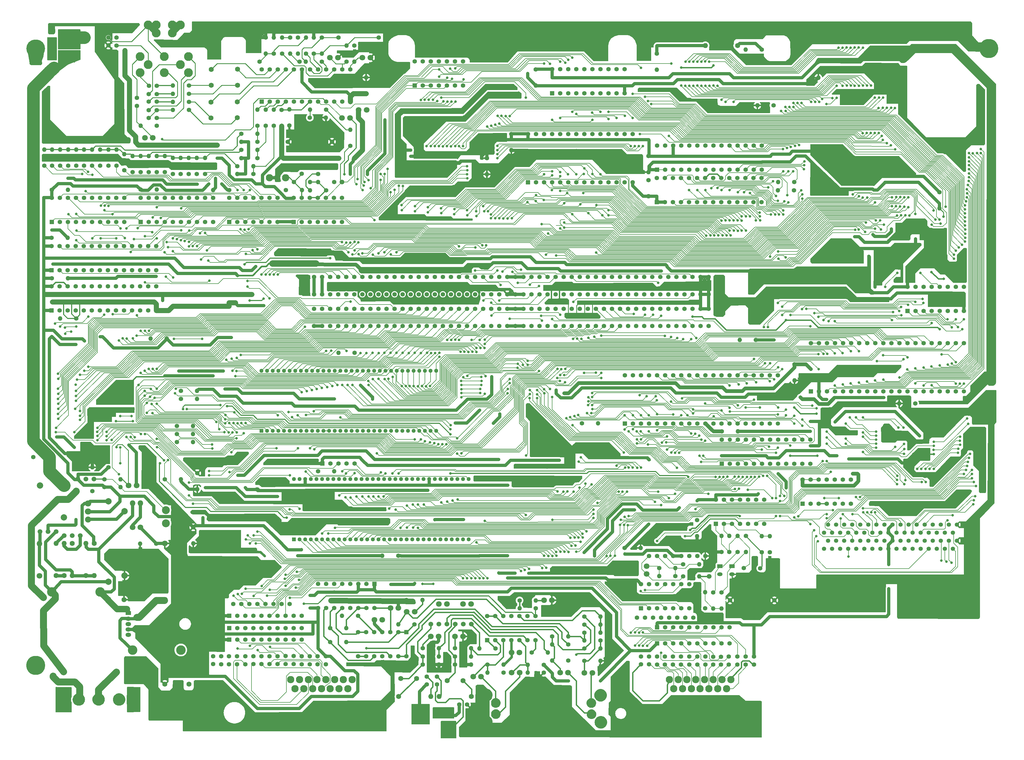
<source format=gbl>
G04 #@! TF.GenerationSoftware,KiCad,Pcbnew,8.0.5*
G04 #@! TF.CreationDate,2025-05-06T19:50:55+10:00*
G04 #@! TF.ProjectId,NeoGeoAES3_5,4e656f47-656f-4414-9553-335f352e6b69,BF1.4*
G04 #@! TF.SameCoordinates,Original*
G04 #@! TF.FileFunction,Copper,L2,Bot*
G04 #@! TF.FilePolarity,Positive*
%FSLAX46Y46*%
G04 Gerber Fmt 4.6, Leading zero omitted, Abs format (unit mm)*
G04 Created by KiCad (PCBNEW 8.0.5) date 2025-05-06 19:50:55*
%MOMM*%
%LPD*%
G01*
G04 APERTURE LIST*
G04 #@! TA.AperFunction,ComponentPad*
%ADD10C,1.400000*%
G04 #@! TD*
G04 #@! TA.AperFunction,ComponentPad*
%ADD11O,1.400000X1.400000*%
G04 #@! TD*
G04 #@! TA.AperFunction,ComponentPad*
%ADD12R,1.400000X1.400000*%
G04 #@! TD*
G04 #@! TA.AperFunction,ComponentPad*
%ADD13C,3.000000*%
G04 #@! TD*
G04 #@! TA.AperFunction,ComponentPad*
%ADD14C,1.600000*%
G04 #@! TD*
G04 #@! TA.AperFunction,ComponentPad*
%ADD15O,1.600000X1.600000*%
G04 #@! TD*
G04 #@! TA.AperFunction,ComponentPad*
%ADD16C,1.500000*%
G04 #@! TD*
G04 #@! TA.AperFunction,ComponentPad*
%ADD17C,1.800000*%
G04 #@! TD*
G04 #@! TA.AperFunction,ComponentPad*
%ADD18C,1.350000*%
G04 #@! TD*
G04 #@! TA.AperFunction,ComponentPad*
%ADD19C,2.000000*%
G04 #@! TD*
G04 #@! TA.AperFunction,ComponentPad*
%ADD20R,1.875396X2.889996*%
G04 #@! TD*
G04 #@! TA.AperFunction,ComponentPad*
%ADD21O,5.900000X5.600000*%
G04 #@! TD*
G04 #@! TA.AperFunction,ComponentPad*
%ADD22C,1.348000*%
G04 #@! TD*
G04 #@! TA.AperFunction,ComponentPad*
%ADD23C,2.300000*%
G04 #@! TD*
G04 #@! TA.AperFunction,ComponentPad*
%ADD24O,1.800000X1.800000*%
G04 #@! TD*
G04 #@! TA.AperFunction,ComponentPad*
%ADD25O,6.000000X6.000000*%
G04 #@! TD*
G04 #@! TA.AperFunction,ComponentPad*
%ADD26R,4.820000X1.840000*%
G04 #@! TD*
G04 #@! TA.AperFunction,ComponentPad*
%ADD27R,4.000000X1.800000*%
G04 #@! TD*
G04 #@! TA.AperFunction,ComponentPad*
%ADD28R,1.800000X4.000000*%
G04 #@! TD*
G04 #@! TA.AperFunction,ComponentPad*
%ADD29C,1.905000*%
G04 #@! TD*
G04 #@! TA.AperFunction,ComponentPad*
%ADD30O,2.000000X1.905000*%
G04 #@! TD*
G04 #@! TA.AperFunction,ComponentPad*
%ADD31C,2.500000*%
G04 #@! TD*
G04 #@! TA.AperFunction,ComponentPad*
%ADD32O,2.000000X2.400000*%
G04 #@! TD*
G04 #@! TA.AperFunction,ComponentPad*
%ADD33O,2.400000X2.000000*%
G04 #@! TD*
G04 #@! TA.AperFunction,ComponentPad*
%ADD34R,1.700000X1.200000*%
G04 #@! TD*
G04 #@! TA.AperFunction,ComponentPad*
%ADD35O,1.700000X1.200000*%
G04 #@! TD*
G04 #@! TA.AperFunction,ComponentPad*
%ADD36R,1.300000X1.300000*%
G04 #@! TD*
G04 #@! TA.AperFunction,ComponentPad*
%ADD37O,1.300000X1.300000*%
G04 #@! TD*
G04 #@! TA.AperFunction,ComponentPad*
%ADD38C,1.320000*%
G04 #@! TD*
G04 #@! TA.AperFunction,ComponentPad*
%ADD39R,1.800000X1.275000*%
G04 #@! TD*
G04 #@! TA.AperFunction,ComponentPad*
%ADD40O,1.800000X1.275000*%
G04 #@! TD*
G04 #@! TA.AperFunction,ComponentPad*
%ADD41C,2.800000*%
G04 #@! TD*
G04 #@! TA.AperFunction,ViaPad*
%ADD42C,0.800000*%
G04 #@! TD*
G04 #@! TA.AperFunction,Conductor*
%ADD43C,0.160000*%
G04 #@! TD*
G04 #@! TA.AperFunction,Conductor*
%ADD44C,0.127000*%
G04 #@! TD*
G04 #@! TA.AperFunction,Conductor*
%ADD45C,0.300000*%
G04 #@! TD*
G04 #@! TA.AperFunction,Conductor*
%ADD46C,0.400000*%
G04 #@! TD*
G04 #@! TA.AperFunction,Conductor*
%ADD47C,1.000000*%
G04 #@! TD*
G04 #@! TA.AperFunction,Conductor*
%ADD48C,1.200000*%
G04 #@! TD*
G04 #@! TA.AperFunction,Conductor*
%ADD49C,1.600000*%
G04 #@! TD*
G04 #@! TA.AperFunction,Conductor*
%ADD50C,0.800000*%
G04 #@! TD*
G04 #@! TA.AperFunction,Conductor*
%ADD51C,0.250000*%
G04 #@! TD*
G04 #@! TA.AperFunction,Conductor*
%ADD52C,0.500000*%
G04 #@! TD*
G04 #@! TA.AperFunction,Conductor*
%ADD53C,4.000000*%
G04 #@! TD*
G04 #@! TA.AperFunction,Conductor*
%ADD54C,2.000000*%
G04 #@! TD*
G04 #@! TA.AperFunction,Conductor*
%ADD55C,1.800000*%
G04 #@! TD*
G04 #@! TA.AperFunction,Conductor*
%ADD56C,0.200000*%
G04 #@! TD*
G04 #@! TA.AperFunction,Conductor*
%ADD57C,2.200000*%
G04 #@! TD*
G04 APERTURE END LIST*
D10*
G04 #@! TO.P,R56,1*
G04 #@! TO.N,Net-(U32-VREF)*
X139200000Y-48127500D03*
D11*
G04 #@! TO.P,R56,2*
G04 #@! TO.N,Net-(U32-YIN)*
X139200000Y-43047500D03*
G04 #@! TD*
D10*
G04 #@! TO.P,R55,1*
G04 #@! TO.N,Net-(U32-YOUT)*
X131447500Y-48140000D03*
D11*
G04 #@! TO.P,R55,2*
G04 #@! TO.N,Net-(C31-Pad1)*
X126367500Y-48140000D03*
G04 #@! TD*
D10*
G04 #@! TO.P,R302,1*
G04 #@! TO.N,AUDIOMONO*
X198887500Y-220780000D03*
D11*
G04 #@! TO.P,R302,2*
G04 #@! TO.N,Net-(U29C--)*
X193807500Y-220780000D03*
G04 #@! TD*
D10*
G04 #@! TO.P,R13,1*
G04 #@! TO.N,Net-(U10-Q0)*
X64130000Y-80970000D03*
D11*
G04 #@! TO.P,R13,2*
G04 #@! TO.N,GIN*
X64130000Y-75890000D03*
G04 #@! TD*
D10*
G04 #@! TO.P,C124,1*
G04 #@! TO.N,VCC*
X92137500Y-178090000D03*
D11*
G04 #@! TO.P,C124,2*
G04 #@! TO.N,GND*
X92137500Y-183170000D03*
G04 #@! TD*
D12*
G04 #@! TO.P,CR2,1,VCC*
G04 #@! TO.N,VCC*
X237190000Y-231850000D03*
D10*
G04 #@! TO.P,CR2,2,IN1*
G04 #@! TO.N,Net-(CR2-IN1)*
X239730000Y-231850000D03*
G04 #@! TO.P,CR2,3,OUT1*
G04 #@! TO.N,/CONTROLLER/IN12*
X242270000Y-231850000D03*
G04 #@! TO.P,CR2,4,IN2*
G04 #@! TO.N,Net-(CR2-IN2)*
X244810000Y-231850000D03*
G04 #@! TO.P,CR2,5,OUT2*
G04 #@! TO.N,/CONTROLLER/IN13*
X247350000Y-231850000D03*
G04 #@! TO.P,CR2,6,IN3*
G04 #@! TO.N,Net-(CR2-IN3)*
X249890000Y-231850000D03*
G04 #@! TO.P,CR2,7,OUT3*
G04 #@! TO.N,/CONTROLLER/IN14*
X252430000Y-231850000D03*
G04 #@! TO.P,CR2,8,IN4*
G04 #@! TO.N,Net-(CR2-IN4)*
X254970000Y-231850000D03*
G04 #@! TO.P,CR2,9,OUT4*
G04 #@! TO.N,/CONTROLLER/IN15*
X257510000Y-231850000D03*
G04 #@! TO.P,CR2,10,GND*
G04 #@! TO.N,GND*
X260050000Y-231850000D03*
G04 #@! TD*
G04 #@! TO.P,R32,1*
G04 #@! TO.N,GND*
X158122500Y-218140000D03*
D11*
G04 #@! TO.P,R32,2*
G04 #@! TO.N,Net-(U27-AOUT)*
X163202500Y-218140000D03*
G04 #@! TD*
D10*
G04 #@! TO.P,R45,1*
G04 #@! TO.N,Net-(R45-Pad1)*
X197652500Y-234770000D03*
D11*
G04 #@! TO.P,R45,2*
G04 #@! TO.N,Net-(Q101-B)*
X202732500Y-234770000D03*
G04 #@! TD*
D12*
G04 #@! TO.P,U19,1,NC*
G04 #@! TO.N,GND*
X237140000Y-82280000D03*
D10*
G04 #@! TO.P,U19,2,A12*
X239680000Y-82280000D03*
G04 #@! TO.P,U19,3,A7*
G04 #@! TO.N,/GRAPHICS/C7*
X242220000Y-82280000D03*
G04 #@! TO.P,U19,4,A6*
G04 #@! TO.N,/GRAPHICS/C6*
X244760000Y-82280000D03*
G04 #@! TO.P,U19,5,A5*
G04 #@! TO.N,/GRAPHICS/C5*
X247300000Y-82280000D03*
G04 #@! TO.P,U19,6,A4*
G04 #@! TO.N,/GRAPHICS/C4*
X249840000Y-82280000D03*
G04 #@! TO.P,U19,7,A3*
G04 #@! TO.N,/GRAPHICS/C3*
X252380000Y-82280000D03*
G04 #@! TO.P,U19,8,A2*
G04 #@! TO.N,/GRAPHICS/C2*
X254920000Y-82280000D03*
G04 #@! TO.P,U19,9,A1*
G04 #@! TO.N,/GRAPHICS/C1*
X257460000Y-82280000D03*
G04 #@! TO.P,U19,10,A0*
G04 #@! TO.N,/GRAPHICS/C0*
X260000000Y-82280000D03*
G04 #@! TO.P,U19,11,D0*
G04 #@! TO.N,/GRAPHICS/F0*
X262540000Y-82280000D03*
G04 #@! TO.P,U19,12,D1*
G04 #@! TO.N,/GRAPHICS/F1*
X265080000Y-82280000D03*
G04 #@! TO.P,U19,13,D2*
G04 #@! TO.N,/GRAPHICS/F2*
X267620000Y-82280000D03*
G04 #@! TO.P,U19,14,GND*
G04 #@! TO.N,GND*
X270160000Y-82280000D03*
G04 #@! TO.P,U19,15,D3*
G04 #@! TO.N,/GRAPHICS/F3*
X270160000Y-74660000D03*
G04 #@! TO.P,U19,16,D4*
G04 #@! TO.N,/GRAPHICS/F4*
X267620000Y-74660000D03*
G04 #@! TO.P,U19,17,D5*
G04 #@! TO.N,/GRAPHICS/F5*
X265080000Y-74660000D03*
G04 #@! TO.P,U19,18,D6*
G04 #@! TO.N,/GRAPHICS/F6*
X262540000Y-74660000D03*
G04 #@! TO.P,U19,19,D7*
G04 #@! TO.N,/GRAPHICS/F7*
X260000000Y-74660000D03*
G04 #@! TO.P,U19,20,~{CS1}*
G04 #@! TO.N,GND*
X257460000Y-74660000D03*
G04 #@! TO.P,U19,21,A10*
G04 #@! TO.N,/GRAPHICS/C10*
X254920000Y-74660000D03*
G04 #@! TO.P,U19,22,~{OE}*
G04 #@! TO.N,GND*
X252380000Y-74660000D03*
G04 #@! TO.P,U19,23,A11*
G04 #@! TO.N,Net-(U19-A11)*
X249840000Y-74660000D03*
G04 #@! TO.P,U19,24,A9*
G04 #@! TO.N,/GRAPHICS/C9*
X247300000Y-74660000D03*
G04 #@! TO.P,U19,25,A8*
G04 #@! TO.N,/GRAPHICS/C8*
X244760000Y-74660000D03*
G04 #@! TO.P,U19,26,CS2*
G04 #@! TO.N,VCC*
X242220000Y-74660000D03*
G04 #@! TO.P,U19,27,~{WE}*
G04 #@! TO.N,Net-(U19-~{WE})*
X239680000Y-74660000D03*
G04 #@! TO.P,U19,28,VCC*
G04 #@! TO.N,VCC*
X237140000Y-74660000D03*
G04 #@! TD*
G04 #@! TO.P,BF27,1*
G04 #@! TO.N,Net-(BF27-Pad1)*
X267742500Y-238515000D03*
G04 #@! TO.P,BF27,2*
G04 #@! TO.N,VCC*
X267742500Y-236015000D03*
G04 #@! TD*
G04 #@! TO.P,R30,1*
G04 #@! TO.N,VCC*
X268317500Y-136050000D03*
D11*
G04 #@! TO.P,R30,2*
G04 #@! TO.N,Net-(U24-~{BUSRQ})*
X263237500Y-136050000D03*
G04 #@! TD*
D10*
G04 #@! TO.P,R53,1*
G04 #@! TO.N,GND*
X141690000Y-43050000D03*
D11*
G04 #@! TO.P,R53,2*
G04 #@! TO.N,Net-(U32-IREF)*
X141690000Y-48130000D03*
G04 #@! TD*
D13*
G04 #@! TO.P,D1,1,K*
G04 #@! TO.N,Net-(D1-K)*
X61510000Y-215620000D03*
G04 #@! TO.P,D1,2,A*
G04 #@! TO.N,Net-(D1-A)*
X46270000Y-215620000D03*
G04 #@! TD*
D14*
G04 #@! TO.P,R79,1*
G04 #@! TO.N,Net-(Q11-C)*
X52650000Y-200310000D03*
D15*
G04 #@! TO.P,R79,2*
G04 #@! TO.N,Net-(Q12-B)*
X52650000Y-210470000D03*
G04 #@! TD*
D10*
G04 #@! TO.P,R402,1*
G04 #@! TO.N,Net-(Q101-E)*
X163260000Y-235980000D03*
D11*
G04 #@! TO.P,R402,2*
G04 #@! TO.N,Net-(U29B--)*
X168340000Y-235980000D03*
G04 #@! TD*
D16*
G04 #@! TO.P,Q11,1,E*
G04 #@! TO.N,Net-(Q11-E)*
X50130000Y-197850000D03*
G04 #@! TO.P,Q11,2,C*
G04 #@! TO.N,Net-(Q11-C)*
X52670000Y-197850000D03*
G04 #@! TO.P,Q11,3,B*
G04 #@! TO.N,Net-(Q11-B)*
X55210000Y-197850000D03*
G04 #@! TD*
D10*
G04 #@! TO.P,R401,1*
G04 #@! TO.N,Net-(Q101-E)*
X163260000Y-238540000D03*
D11*
G04 #@! TO.P,R401,2*
G04 #@! TO.N,GND*
X168340000Y-238540000D03*
G04 #@! TD*
D12*
G04 #@! TO.P,U9,1,~{Mr}*
G04 #@! TO.N,BNKB*
X74305000Y-98750000D03*
D10*
G04 #@! TO.P,U9,2,Q0*
G04 #@! TO.N,Net-(U9-Q0)*
X76845000Y-98750000D03*
G04 #@! TO.P,U9,3,D0*
G04 #@! TO.N,/VIDEO/PC12*
X79385000Y-98750000D03*
G04 #@! TO.P,U9,4,D1*
G04 #@! TO.N,/VIDEO/PC0*
X81925000Y-98750000D03*
G04 #@! TO.P,U9,5,Q1*
G04 #@! TO.N,Net-(U9-Q1)*
X84465000Y-98750000D03*
G04 #@! TO.P,U9,6,Q2*
G04 #@! TO.N,Net-(U9-Q2)*
X87005000Y-98750000D03*
G04 #@! TO.P,U9,7,D2*
G04 #@! TO.N,/VIDEO/PC1*
X89545000Y-98750000D03*
G04 #@! TO.P,U9,8,D3*
G04 #@! TO.N,/VIDEO/PC2*
X92085000Y-98750000D03*
G04 #@! TO.P,U9,9,Q3*
G04 #@! TO.N,Net-(U9-Q3)*
X94625000Y-98750000D03*
G04 #@! TO.P,U9,10,GND*
G04 #@! TO.N,GND*
X97165000Y-98750000D03*
G04 #@! TO.P,U9,11,Cp*
G04 #@! TO.N,6MB*
X97165000Y-91130000D03*
G04 #@! TO.P,U9,12,Q4*
G04 #@! TO.N,Net-(U9-Q4)*
X94625000Y-91130000D03*
G04 #@! TO.P,U9,13,D4*
G04 #@! TO.N,/VIDEO/PC3*
X92085000Y-91130000D03*
G04 #@! TO.P,U9,14,D5*
G04 #@! TO.N,/VIDEO/PC13*
X89545000Y-91130000D03*
G04 #@! TO.P,U9,15,Q5*
G04 #@! TO.N,Net-(U9-Q5)*
X87005000Y-91130000D03*
G04 #@! TO.P,U9,16,Q6*
G04 #@! TO.N,Net-(U9-Q6)*
X84465000Y-91130000D03*
G04 #@! TO.P,U9,17,D6*
G04 #@! TO.N,/VIDEO/PC4*
X81925000Y-91130000D03*
G04 #@! TO.P,U9,18,D7*
G04 #@! TO.N,/VIDEO/PC5*
X79385000Y-91130000D03*
G04 #@! TO.P,U9,19,Q7*
G04 #@! TO.N,Net-(U9-Q7)*
X76845000Y-91130000D03*
G04 #@! TO.P,U9,20,VCC*
G04 #@! TO.N,VCC*
X74305000Y-91130000D03*
G04 #@! TD*
G04 #@! TO.P,C44,1*
G04 #@! TO.N,GND*
X59029600Y-183788300D03*
D11*
G04 #@! TO.P,C44,2*
G04 #@! TO.N,Net-(SW2-A)*
X53949600Y-183788300D03*
G04 #@! TD*
D16*
G04 #@! TO.P,U14,1,VCC*
G04 #@! TO.N,VCC*
X54490000Y-179980000D03*
G04 #@! TO.P,U14,2,OUT*
G04 #@! TO.N,Net-(U14-OUT)*
X59570000Y-179980000D03*
G04 #@! TO.P,U14,3,GND*
G04 #@! TO.N,GND*
X57030000Y-179980000D03*
G04 #@! TD*
D17*
G04 #@! TO.P,C2,1*
G04 #@! TO.N,Net-(U26-RB)*
X153080000Y-220660000D03*
G04 #@! TO.P,C2,2*
G04 #@! TO.N,GND*
X155580000Y-220660000D03*
G04 #@! TD*
D10*
G04 #@! TO.P,BF53,1*
G04 #@! TO.N,Net-(BF53-Pad1)*
X79350000Y-60770000D03*
G04 #@! TO.P,BF53,2*
G04 #@! TO.N,/RGB VIDEO/B*
X76850000Y-60770000D03*
G04 #@! TD*
D12*
G04 #@! TO.P,U36,1,NC*
G04 #@! TO.N,VCC*
X285655000Y-152295000D03*
D10*
G04 #@! TO.P,U36,2,~{CE}*
G04 #@! TO.N,GND*
X288195000Y-152295000D03*
G04 #@! TO.P,U36,3,D15*
G04 #@! TO.N,/CPU/D15*
X290735000Y-152295000D03*
G04 #@! TO.P,U36,4,D14*
G04 #@! TO.N,/CPU/D14*
X293275000Y-152295000D03*
G04 #@! TO.P,U36,5,D13*
G04 #@! TO.N,/CPU/D13*
X295815000Y-152295000D03*
G04 #@! TO.P,U36,6,D12*
G04 #@! TO.N,/CPU/D12*
X298355000Y-152295000D03*
G04 #@! TO.P,U36,7,D11*
G04 #@! TO.N,/CPU/D11*
X300895000Y-152295000D03*
G04 #@! TO.P,U36,8,D10*
G04 #@! TO.N,/CPU/D10*
X303435000Y-152295000D03*
G04 #@! TO.P,U36,9,D9*
G04 #@! TO.N,/CPU/D9*
X305975000Y-152295000D03*
G04 #@! TO.P,U36,10,D8*
G04 #@! TO.N,/CPU/D8*
X308515000Y-152295000D03*
G04 #@! TO.P,U36,11,GND*
G04 #@! TO.N,GND*
X311055000Y-152295000D03*
G04 #@! TO.P,U36,12,D7*
G04 #@! TO.N,/CPU/D7*
X313595000Y-152295000D03*
G04 #@! TO.P,U36,13,D6*
G04 #@! TO.N,/CPU/D6*
X316135000Y-152295000D03*
G04 #@! TO.P,U36,14,D5*
G04 #@! TO.N,/CPU/D5*
X318675000Y-152295000D03*
G04 #@! TO.P,U36,15,D4*
G04 #@! TO.N,/CPU/D4*
X321215000Y-152295000D03*
G04 #@! TO.P,U36,16,D3*
G04 #@! TO.N,/CPU/D3*
X323755000Y-152295000D03*
G04 #@! TO.P,U36,17,D2*
G04 #@! TO.N,/CPU/D2*
X326295000Y-152295000D03*
G04 #@! TO.P,U36,18,D1*
G04 #@! TO.N,/CPU/D1*
X328835000Y-152295000D03*
G04 #@! TO.P,U36,19,D0*
G04 #@! TO.N,/CPU/D0*
X331375000Y-152295000D03*
D18*
G04 #@! TO.P,U36,20,~{OE}*
G04 #@! TO.N,Net-(U34-ANO0)*
X333915000Y-152295000D03*
D10*
G04 #@! TO.P,U36,21,A0*
G04 #@! TO.N,/CPU/A1*
X333915000Y-137055000D03*
G04 #@! TO.P,U36,22,A1*
G04 #@! TO.N,/CPU/A2*
X331375000Y-137055000D03*
G04 #@! TO.P,U36,23,A2*
G04 #@! TO.N,/CPU/A3*
X328835000Y-137055000D03*
G04 #@! TO.P,U36,24,A3*
G04 #@! TO.N,/CPU/A4*
X326295000Y-137055000D03*
G04 #@! TO.P,U36,25,A4*
G04 #@! TO.N,/CPU/A5*
X323755000Y-137055000D03*
G04 #@! TO.P,U36,26,A5*
G04 #@! TO.N,/CPU/A6*
X321215000Y-137055000D03*
G04 #@! TO.P,U36,27,A6*
G04 #@! TO.N,/CPU/A7*
X318675000Y-137055000D03*
G04 #@! TO.P,U36,28,A7*
G04 #@! TO.N,/CPU/A8*
X316135000Y-137055000D03*
G04 #@! TO.P,U36,29,A8*
G04 #@! TO.N,/CPU/A9*
X313595000Y-137055000D03*
G04 #@! TO.P,U36,30,GND*
G04 #@! TO.N,GND*
X311055000Y-137055000D03*
G04 #@! TO.P,U36,31,A9*
G04 #@! TO.N,/CPU/A10*
X308515000Y-137055000D03*
G04 #@! TO.P,U36,32,A10*
G04 #@! TO.N,/CPU/A11*
X305975000Y-137055000D03*
G04 #@! TO.P,U36,33,A11*
G04 #@! TO.N,/CPU/A12*
X303435000Y-137055000D03*
G04 #@! TO.P,U36,34,A12*
G04 #@! TO.N,/CPU/A13*
X300895000Y-137055000D03*
G04 #@! TO.P,U36,35,A13*
G04 #@! TO.N,/CPU/A14*
X298355000Y-137055000D03*
G04 #@! TO.P,U36,36,A14*
G04 #@! TO.N,/CPU/A15*
X295815000Y-137055000D03*
G04 #@! TO.P,U36,37,A15*
G04 #@! TO.N,/CPU/A16*
X293275000Y-137055000D03*
G04 #@! TO.P,U36,38,NC*
G04 #@! TO.N,unconnected-(U36-NC-Pad38)*
X290735000Y-137055000D03*
G04 #@! TO.P,U36,39,NC*
G04 #@! TO.N,VCC*
X288195000Y-137055000D03*
G04 #@! TO.P,U36,40,VCC*
X285655000Y-137055000D03*
G04 #@! TD*
G04 #@! TO.P,R12,1*
G04 #@! TO.N,Net-(U9-Q6)*
X76820000Y-83020000D03*
D11*
G04 #@! TO.P,R12,2*
G04 #@! TO.N,GIN*
X76820000Y-77940000D03*
G04 #@! TD*
D10*
G04 #@! TO.P,R42,1*
G04 #@! TO.N,Net-(U28C--)*
X209110000Y-232190000D03*
D11*
G04 #@! TO.P,R42,2*
G04 #@! TO.N,AUDIOL*
X204030000Y-232190000D03*
G04 #@! TD*
D10*
G04 #@! TO.P,R14,1*
G04 #@! TO.N,Net-(U10-Q1)*
X61530000Y-80970000D03*
D11*
G04 #@! TO.P,R14,2*
G04 #@! TO.N,GIN*
X61530000Y-75890000D03*
G04 #@! TD*
D10*
G04 #@! TO.P,R49,1*
G04 #@! TO.N,GND*
X188750000Y-241120000D03*
D11*
G04 #@! TO.P,R49,2*
G04 #@! TO.N,Net-(U29A-+)*
X183670000Y-241120000D03*
G04 #@! TD*
D10*
G04 #@! TO.P,R20,1*
G04 #@! TO.N,Net-(R20-Pad1)*
X66630000Y-80970000D03*
D11*
G04 #@! TO.P,R20,2*
G04 #@! TO.N,GIN*
X66630000Y-75890000D03*
G04 #@! TD*
D17*
G04 #@! TO.P,C113,1*
G04 #@! TO.N,VCC*
X147990000Y-224410000D03*
G04 #@! TO.P,C113,2*
G04 #@! TO.N,GND*
X150490000Y-224410000D03*
G04 #@! TD*
D10*
G04 #@! TO.P,R36,1*
G04 #@! TO.N,Net-(U28C--)*
X214230000Y-223400000D03*
D11*
G04 #@! TO.P,R36,2*
G04 #@! TO.N,Net-(U29C-+)*
X219310000Y-223400000D03*
G04 #@! TD*
D12*
G04 #@! TO.P,U38,1*
G04 #@! TO.N,CARDWEN*
X283090000Y-187790000D03*
D10*
G04 #@! TO.P,U38,2*
G04 #@! TO.N,Net-(U38-Pad2)*
X285630000Y-187790000D03*
G04 #@! TO.P,U38,3*
G04 #@! TO.N,Net-(U38-Pad3)*
X288170000Y-187790000D03*
G04 #@! TO.P,U38,4*
X290710000Y-187790000D03*
G04 #@! TO.P,U38,5*
G04 #@! TO.N,CARDWE*
X293250000Y-187790000D03*
G04 #@! TO.P,U38,6*
G04 #@! TO.N,Net-(CN6-Pad15)*
X295790000Y-187790000D03*
G04 #@! TO.P,U38,7,GND*
G04 #@! TO.N,GND*
X298330000Y-187790000D03*
G04 #@! TO.P,U38,8*
G04 #@! TO.N,Net-(CN6-Pad61)*
X298330000Y-180170000D03*
G04 #@! TO.P,U38,9*
G04 #@! TO.N,CARDOE*
X295790000Y-180170000D03*
G04 #@! TO.P,U38,10*
G04 #@! TO.N,REGEN*
X293250000Y-180170000D03*
G04 #@! TO.P,U38,11*
G04 #@! TO.N,unconnected-(U38-Pad11)*
X290710000Y-180170000D03*
G04 #@! TO.P,U38,12*
G04 #@! TO.N,VCC*
X288170000Y-180170000D03*
G04 #@! TO.P,U38,13*
X285630000Y-180170000D03*
G04 #@! TO.P,U38,14,VCC*
X283090000Y-180170000D03*
G04 #@! TD*
G04 #@! TO.P,BF23,1*
G04 #@! TO.N,Net-(RN1C-R3.1)*
X104707500Y-235925000D03*
G04 #@! TO.P,BF23,2*
G04 #@! TO.N,Net-(CN1-P14)*
X104707500Y-238425000D03*
G04 #@! TD*
G04 #@! TO.P,C65,1*
G04 #@! TO.N,Net-(C52-Pad2)*
X132740400Y-88747600D03*
D11*
G04 #@! TO.P,C65,2*
G04 #@! TO.N,Net-(C65-Pad2)*
X127660400Y-88747600D03*
G04 #@! TD*
D10*
G04 #@! TO.P,R46,1*
G04 #@! TO.N,GND*
X201430000Y-241120000D03*
D11*
G04 #@! TO.P,R46,2*
G04 #@! TO.N,Net-(U29B-+)*
X196350000Y-241120000D03*
G04 #@! TD*
D12*
G04 #@! TO.P,U24,1,A11*
G04 #@! TO.N,/Cartridge Slots/SDA11*
X227020000Y-162400000D03*
D10*
G04 #@! TO.P,U24,2,A12*
G04 #@! TO.N,/Cartridge Slots/SDA12*
X229560000Y-162400000D03*
G04 #@! TO.P,U24,3,A13*
G04 #@! TO.N,/Cartridge Slots/SDA13*
X232100000Y-162400000D03*
G04 #@! TO.P,U24,4,A14*
G04 #@! TO.N,/Cartridge Slots/SDA14*
X234640000Y-162400000D03*
G04 #@! TO.P,U24,5,A15*
G04 #@! TO.N,/Cartridge Slots/SDA15*
X237180000Y-162400000D03*
G04 #@! TO.P,U24,6,~{CLK}*
G04 #@! TO.N,4M*
X239720000Y-162400000D03*
G04 #@! TO.P,U24,7,D4*
G04 #@! TO.N,/CPU/SDD4*
X242260000Y-162400000D03*
G04 #@! TO.P,U24,8,D3*
G04 #@! TO.N,/CPU/SDD3*
X244800000Y-162400000D03*
G04 #@! TO.P,U24,9,D5*
G04 #@! TO.N,/CPU/SDD5*
X247340000Y-162400000D03*
G04 #@! TO.P,U24,10,D6*
G04 #@! TO.N,/CPU/SDD6*
X249880000Y-162400000D03*
G04 #@! TO.P,U24,11,VCC*
G04 #@! TO.N,VCC*
X252420000Y-162400000D03*
G04 #@! TO.P,U24,12,D2*
G04 #@! TO.N,/CPU/SDD2*
X254960000Y-162400000D03*
G04 #@! TO.P,U24,13,D7*
G04 #@! TO.N,/CPU/SDD7*
X257500000Y-162400000D03*
G04 #@! TO.P,U24,14,D0*
G04 #@! TO.N,/CPU/SDD0*
X260040000Y-162400000D03*
G04 #@! TO.P,U24,15,D1*
G04 #@! TO.N,/CPU/SDD1*
X262580000Y-162400000D03*
G04 #@! TO.P,U24,16,~{INT}*
G04 #@! TO.N,Z80INT*
X265120000Y-162400000D03*
G04 #@! TO.P,U24,17,~{NMI}*
G04 #@! TO.N,Net-(U22-NMI)*
X267660000Y-162400000D03*
G04 #@! TO.P,U24,18,~{HALT}*
G04 #@! TO.N,unconnected-(U24-~{HALT}-Pad18)*
X270200000Y-162400000D03*
G04 #@! TO.P,U24,19,~{MREQ}*
G04 #@! TO.N,Net-(U22-MREQ)*
X272740000Y-162400000D03*
D18*
G04 #@! TO.P,U24,20,~{IORQ}*
G04 #@! TO.N,Net-(U22-IORQ)*
X275280000Y-162400000D03*
D10*
G04 #@! TO.P,U24,21,~{RD}*
G04 #@! TO.N,Net-(U22-RD)*
X275280000Y-147160000D03*
G04 #@! TO.P,U24,22,~{WR}*
G04 #@! TO.N,Net-(U22-RW)*
X272740000Y-147160000D03*
G04 #@! TO.P,U24,23,~{BUSACK}*
G04 #@! TO.N,unconnected-(U24-~{BUSACK}-Pad23)*
X270200000Y-147160000D03*
G04 #@! TO.P,U24,24,~{WAIT}*
G04 #@! TO.N,Net-(U24-~{BUSRQ})*
X267660000Y-147160000D03*
G04 #@! TO.P,U24,25,~{BUSRQ}*
X265120000Y-147160000D03*
G04 #@! TO.P,U24,26,~{RESET}*
G04 #@! TO.N,RESET*
X262580000Y-147160000D03*
G04 #@! TO.P,U24,27,~{M1}*
G04 #@! TO.N,unconnected-(U24-~{M1}-Pad27)*
X260040000Y-147160000D03*
G04 #@! TO.P,U24,28,~{RFSH}*
G04 #@! TO.N,unconnected-(U24-~{RFSH}-Pad28)*
X257500000Y-147160000D03*
G04 #@! TO.P,U24,29,GND*
G04 #@! TO.N,GND*
X254960000Y-147160000D03*
G04 #@! TO.P,U24,30,A0*
G04 #@! TO.N,/Cartridge Slots/SDA0*
X252420000Y-147160000D03*
G04 #@! TO.P,U24,31,A1*
G04 #@! TO.N,/Cartridge Slots/SDA1*
X249880000Y-147160000D03*
G04 #@! TO.P,U24,32,A2*
G04 #@! TO.N,/Cartridge Slots/SDA2*
X247340000Y-147160000D03*
G04 #@! TO.P,U24,33,A3*
G04 #@! TO.N,/Cartridge Slots/SDA3*
X244800000Y-147160000D03*
G04 #@! TO.P,U24,34,A4*
G04 #@! TO.N,/Cartridge Slots/SDA4*
X242260000Y-147160000D03*
G04 #@! TO.P,U24,35,A5*
G04 #@! TO.N,/Cartridge Slots/SDA5*
X239720000Y-147160000D03*
G04 #@! TO.P,U24,36,A6*
G04 #@! TO.N,/Cartridge Slots/SDA6*
X237180000Y-147160000D03*
G04 #@! TO.P,U24,37,A7*
G04 #@! TO.N,/Cartridge Slots/SDA7*
X234640000Y-147160000D03*
G04 #@! TO.P,U24,38,A8*
G04 #@! TO.N,/Cartridge Slots/SDA8*
X232100000Y-147160000D03*
G04 #@! TO.P,U24,39,A9*
G04 #@! TO.N,/Cartridge Slots/SDA9*
X229560000Y-147160000D03*
G04 #@! TO.P,U24,40,A10*
G04 #@! TO.N,/Cartridge Slots/SDA10*
X227020000Y-147160000D03*
G04 #@! TD*
D16*
G04 #@! TO.P,Q102,1,E*
G04 #@! TO.N,Net-(Q102-E)*
X173520000Y-225732500D03*
G04 #@! TO.P,Q102,2,C*
G04 #@! TO.N,VCC*
X176060000Y-225732500D03*
G04 #@! TO.P,Q102,3,B*
G04 #@! TO.N,Net-(Q102-B)*
X178600000Y-225732500D03*
G04 #@! TD*
D12*
G04 #@! TO.P,U7,1,NC*
G04 #@! TO.N,VCC*
X46150000Y-114010000D03*
D10*
G04 #@! TO.P,U7,2,A12*
G04 #@! TO.N,PALBNK*
X48690000Y-114010000D03*
G04 #@! TO.P,U7,3,A7*
G04 #@! TO.N,PA7*
X51230000Y-114010000D03*
G04 #@! TO.P,U7,4,A6*
G04 #@! TO.N,PA6*
X53770000Y-114010000D03*
G04 #@! TO.P,U7,5,A5*
G04 #@! TO.N,PA5*
X56310000Y-114010000D03*
G04 #@! TO.P,U7,6,A4*
G04 #@! TO.N,PA4*
X58850000Y-114010000D03*
G04 #@! TO.P,U7,7,A3*
G04 #@! TO.N,PA3*
X61390000Y-114010000D03*
G04 #@! TO.P,U7,8,A2*
G04 #@! TO.N,PA2*
X63930000Y-114010000D03*
G04 #@! TO.P,U7,9,A1*
G04 #@! TO.N,PA1*
X66470000Y-114010000D03*
G04 #@! TO.P,U7,10,A0*
G04 #@! TO.N,PA0*
X69010000Y-114010000D03*
G04 #@! TO.P,U7,11,D0*
G04 #@! TO.N,/VIDEO/PC0*
X71550000Y-114010000D03*
G04 #@! TO.P,U7,12,D1*
G04 #@! TO.N,/VIDEO/PC1*
X74090000Y-114010000D03*
G04 #@! TO.P,U7,13,D2*
G04 #@! TO.N,/VIDEO/PC2*
X76630000Y-114010000D03*
G04 #@! TO.P,U7,14,GND*
G04 #@! TO.N,GND*
X79170000Y-114010000D03*
G04 #@! TO.P,U7,15,D3*
G04 #@! TO.N,/VIDEO/PC3*
X79170000Y-106390000D03*
G04 #@! TO.P,U7,16,D4*
G04 #@! TO.N,/VIDEO/PC4*
X76630000Y-106390000D03*
G04 #@! TO.P,U7,17,D5*
G04 #@! TO.N,/VIDEO/PC5*
X74090000Y-106390000D03*
G04 #@! TO.P,U7,18,D6*
G04 #@! TO.N,/VIDEO/PC6*
X71550000Y-106390000D03*
G04 #@! TO.P,U7,19,D7*
G04 #@! TO.N,/VIDEO/PC7*
X69010000Y-106390000D03*
G04 #@! TO.P,U7,20,~{CS1}*
G04 #@! TO.N,GND*
X66470000Y-106390000D03*
G04 #@! TO.P,U7,21,A10*
G04 #@! TO.N,PA10*
X63930000Y-106390000D03*
G04 #@! TO.P,U7,22,~{OE}*
G04 #@! TO.N,GND*
X61390000Y-106390000D03*
G04 #@! TO.P,U7,23,A11*
G04 #@! TO.N,PA11*
X58850000Y-106390000D03*
G04 #@! TO.P,U7,24,A9*
G04 #@! TO.N,PA9*
X56310000Y-106390000D03*
G04 #@! TO.P,U7,25,A8*
G04 #@! TO.N,PA8*
X53770000Y-106390000D03*
G04 #@! TO.P,U7,26,CS2*
G04 #@! TO.N,VCC*
X51230000Y-106390000D03*
G04 #@! TO.P,U7,27,~{WE}*
G04 #@! TO.N,Net-(U5-WE)*
X48690000Y-106390000D03*
G04 #@! TO.P,U7,28,VCC*
G04 #@! TO.N,VCC*
X46150000Y-106390000D03*
G04 #@! TD*
D12*
G04 #@! TO.P,U15,1,OEa*
G04 #@! TO.N,Net-(U15-OEa)*
X204060000Y-58160000D03*
D10*
G04 #@! TO.P,U15,2,I0a*
G04 #@! TO.N,Net-(U15-I0a)*
X206600000Y-58160000D03*
G04 #@! TO.P,U15,3,O3b*
G04 #@! TO.N,/Cartridge Slots/P23*
X209140000Y-58160000D03*
G04 #@! TO.P,U15,4,I1a*
G04 #@! TO.N,Net-(U15-I1a)*
X211680000Y-58160000D03*
G04 #@! TO.P,U15,5,O2b*
G04 #@! TO.N,/Cartridge Slots/P22*
X214220000Y-58160000D03*
G04 #@! TO.P,U15,6,I2a*
G04 #@! TO.N,Net-(U15-I2a)*
X216760000Y-58160000D03*
G04 #@! TO.P,U15,7,O1b*
G04 #@! TO.N,/Cartridge Slots/P21*
X219300000Y-58160000D03*
G04 #@! TO.P,U15,8,I3a*
G04 #@! TO.N,Net-(U15-I3a)*
X221840000Y-58160000D03*
G04 #@! TO.P,U15,9,O0b*
G04 #@! TO.N,/Cartridge Slots/P20*
X224380000Y-58160000D03*
G04 #@! TO.P,U15,10,GND*
G04 #@! TO.N,GND*
X226920000Y-58160000D03*
G04 #@! TO.P,U15,11,I0b*
G04 #@! TO.N,Net-(U15-I0b)*
X226920000Y-50540000D03*
G04 #@! TO.P,U15,12,O3a*
G04 #@! TO.N,/Cartridge Slots/P19*
X224380000Y-50540000D03*
G04 #@! TO.P,U15,13,I1b*
G04 #@! TO.N,Net-(U15-I1b)*
X221840000Y-50540000D03*
G04 #@! TO.P,U15,14,O2a*
G04 #@! TO.N,/Cartridge Slots/P18*
X219300000Y-50540000D03*
G04 #@! TO.P,U15,15,I2b*
G04 #@! TO.N,Net-(U15-I2b)*
X216760000Y-50540000D03*
G04 #@! TO.P,U15,16,O1a*
G04 #@! TO.N,/Cartridge Slots/P17*
X214220000Y-50540000D03*
G04 #@! TO.P,U15,17,I3b*
G04 #@! TO.N,Net-(U15-I3b)*
X211680000Y-50540000D03*
G04 #@! TO.P,U15,18,O0a*
G04 #@! TO.N,/Cartridge Slots/P16*
X209140000Y-50540000D03*
G04 #@! TO.P,U15,19,OEb*
G04 #@! TO.N,Net-(U15-OEa)*
X206600000Y-50540000D03*
G04 #@! TO.P,U15,20,VCC*
G04 #@! TO.N,VCC*
X204060000Y-50540000D03*
G04 #@! TD*
G04 #@! TO.P,BF31,1*
G04 #@! TO.N,GND*
X64090000Y-43010000D03*
G04 #@! TO.P,BF31,2*
G04 #@! TO.N,Net-(BF31-Pad2)*
X64090000Y-40510000D03*
G04 #@! TD*
D19*
G04 #@! TO.P,SW2,1,A*
G04 #@! TO.N,Net-(SW2-A)*
X53750000Y-249650000D03*
G04 #@! TO.P,SW2,2,B*
G04 #@! TO.N,Net-(D1-A)*
X61000000Y-249650000D03*
G04 #@! TO.P,SW2,3,C*
G04 #@! TO.N,unconnected-(SW2-C-Pad3)*
X68260000Y-249640000D03*
D20*
G04 #@! TO.P,SW2,4,MNT*
G04 #@! TO.N,GND*
X51420000Y-249650000D03*
X70820000Y-249640000D03*
G04 #@! TD*
D10*
G04 #@! TO.P,BF11,1*
G04 #@! TO.N,Net-(CR4-IN3)*
X114950000Y-235900000D03*
G04 #@! TO.P,BF11,2*
G04 #@! TO.N,Net-(CN1-P12)*
X114950000Y-238400000D03*
G04 #@! TD*
G04 #@! TO.P,C50,1*
G04 #@! TO.N,Net-(D3-K)*
X262572500Y-203030000D03*
D11*
G04 #@! TO.P,C50,2*
G04 #@! TO.N,Net-(C50-Pad2)*
X262572500Y-197950000D03*
G04 #@! TD*
D21*
G04 #@! TO.P,H16,1,1*
G04 #@! TO.N,GND*
X41198800Y-43967400D03*
G04 #@! TD*
D17*
G04 #@! TO.P,C8,1*
G04 #@! TO.N,Net-(C8-Pad1)*
X173420000Y-229650000D03*
G04 #@! TO.P,C8,2*
G04 #@! TO.N,GND*
X175920000Y-229650000D03*
G04 #@! TD*
D10*
G04 #@! TO.P,R74,1*
G04 #@! TO.N,Net-(U39-A1)*
X242900200Y-210642200D03*
D11*
G04 #@! TO.P,R74,2*
G04 #@! TO.N,Net-(C48-Pad1)*
X237820200Y-210642200D03*
G04 #@! TD*
D22*
G04 #@! TO.P,CN6,1,1*
G04 #@! TO.N,GND*
X289820000Y-196880000D03*
G04 #@! TO.P,CN6,2,2*
G04 #@! TO.N,/CARD INTERFACE/CDD3*
X291090000Y-194340000D03*
G04 #@! TO.P,CN6,3,3*
G04 #@! TO.N,/CARD INTERFACE/CDD4*
X292360000Y-196880000D03*
G04 #@! TO.P,CN6,4,4*
G04 #@! TO.N,/CARD INTERFACE/CDD5*
X293630000Y-194340000D03*
G04 #@! TO.P,CN6,5,5*
G04 #@! TO.N,/CARD INTERFACE/CDD6*
X294900000Y-196880000D03*
G04 #@! TO.P,CN6,6,6*
G04 #@! TO.N,/CARD INTERFACE/CDD7*
X296170000Y-194340000D03*
G04 #@! TO.P,CN6,7,7*
G04 #@! TO.N,CARDCS*
X297440000Y-196880000D03*
G04 #@! TO.P,CN6,8,8*
G04 #@! TO.N,/CARD INTERFACE/CDA10*
X298710000Y-194340000D03*
G04 #@! TO.P,CN6,9,9*
G04 #@! TO.N,CARDOE*
X299980000Y-196880000D03*
G04 #@! TO.P,CN6,10,10*
G04 #@! TO.N,/CARD INTERFACE/CDA11*
X301250000Y-194340000D03*
G04 #@! TO.P,CN6,11,11*
G04 #@! TO.N,/CARD INTERFACE/CDA9*
X302520000Y-196880000D03*
G04 #@! TO.P,CN6,12,12*
G04 #@! TO.N,/CARD INTERFACE/CDA8*
X303790000Y-194340000D03*
G04 #@! TO.P,CN6,13,13*
G04 #@! TO.N,/CARD INTERFACE/CDA13*
X305060000Y-196880000D03*
G04 #@! TO.P,CN6,14,14*
G04 #@! TO.N,/CARD INTERFACE/CDA14*
X306330000Y-194340000D03*
G04 #@! TO.P,CN6,15,15*
G04 #@! TO.N,Net-(CN6-Pad15)*
X307600000Y-196880000D03*
G04 #@! TO.P,CN6,16,16*
G04 #@! TO.N,unconnected-(CN6-Pad16)*
X308870000Y-194340000D03*
G04 #@! TO.P,CN6,17,17*
G04 #@! TO.N,VCC*
X310140000Y-196880000D03*
G04 #@! TO.P,CN6,18,18*
X311410000Y-194340000D03*
G04 #@! TO.P,CN6,19,19*
G04 #@! TO.N,/CARD INTERFACE/CDA16*
X312680000Y-196880000D03*
G04 #@! TO.P,CN6,20,20*
G04 #@! TO.N,/CARD INTERFACE/CDA15*
X313950000Y-194340000D03*
G04 #@! TO.P,CN6,21,21*
G04 #@! TO.N,/CARD INTERFACE/CDA12*
X315220000Y-196880000D03*
G04 #@! TO.P,CN6,22,22*
G04 #@! TO.N,/CARD INTERFACE/CDA7*
X316490000Y-194340000D03*
G04 #@! TO.P,CN6,23,23*
G04 #@! TO.N,/CARD INTERFACE/CDA6*
X317760000Y-196880000D03*
G04 #@! TO.P,CN6,24,24*
G04 #@! TO.N,/CARD INTERFACE/CDA5*
X319030000Y-194340000D03*
G04 #@! TO.P,CN6,25,25*
G04 #@! TO.N,/CARD INTERFACE/CDA4*
X320300000Y-196880000D03*
G04 #@! TO.P,CN6,26,26*
G04 #@! TO.N,/CARD INTERFACE/CDA3*
X321570000Y-194340000D03*
G04 #@! TO.P,CN6,27,27*
G04 #@! TO.N,/CARD INTERFACE/CDA2*
X322840000Y-196880000D03*
G04 #@! TO.P,CN6,28,28*
G04 #@! TO.N,/CARD INTERFACE/CDA1*
X324110000Y-194340000D03*
G04 #@! TO.P,CN6,29,29*
G04 #@! TO.N,/CARD INTERFACE/CDA0*
X325380000Y-196880000D03*
G04 #@! TO.P,CN6,30,30*
G04 #@! TO.N,/CARD INTERFACE/CDD0*
X326650000Y-194340000D03*
G04 #@! TO.P,CN6,31,31*
G04 #@! TO.N,/CARD INTERFACE/CDD1*
X327920000Y-196880000D03*
G04 #@! TO.P,CN6,32,32*
G04 #@! TO.N,/CARD INTERFACE/CDD2*
X329190000Y-194340000D03*
G04 #@! TO.P,CN6,33,33*
G04 #@! TO.N,WP*
X330460000Y-196880000D03*
G04 #@! TO.P,CN6,34,34*
G04 #@! TO.N,GND*
X331730000Y-194340000D03*
G04 #@! TO.P,CN6,35,35*
X289820000Y-201960000D03*
G04 #@! TO.P,CN6,36,36*
G04 #@! TO.N,CD1*
X291090000Y-199420000D03*
G04 #@! TO.P,CN6,37,37*
G04 #@! TO.N,/CARD INTERFACE/CDD11*
X292360000Y-201960000D03*
G04 #@! TO.P,CN6,38,38*
G04 #@! TO.N,/CARD INTERFACE/CDD12*
X293630000Y-199420000D03*
G04 #@! TO.P,CN6,39,39*
G04 #@! TO.N,/CARD INTERFACE/CDD13*
X294900000Y-201960000D03*
G04 #@! TO.P,CN6,40,40*
G04 #@! TO.N,/CARD INTERFACE/CDD14*
X296170000Y-199420000D03*
G04 #@! TO.P,CN6,41,41*
G04 #@! TO.N,/CARD INTERFACE/CDD15*
X297440000Y-201960000D03*
G04 #@! TO.P,CN6,42,42*
G04 #@! TO.N,CARDCS*
X298710000Y-199420000D03*
G04 #@! TO.P,CN6,43,43*
G04 #@! TO.N,unconnected-(CN6-Pad43)*
X299980000Y-201960000D03*
G04 #@! TO.P,CN6,44,44*
G04 #@! TO.N,unconnected-(CN6-Pad44)*
X301250000Y-199420000D03*
G04 #@! TO.P,CN6,45,45*
G04 #@! TO.N,unconnected-(CN6-Pad45)*
X302520000Y-201960000D03*
G04 #@! TO.P,CN6,46,46*
G04 #@! TO.N,/CARD INTERFACE/CDA17*
X303790000Y-199420000D03*
G04 #@! TO.P,CN6,47,47*
G04 #@! TO.N,/CARD INTERFACE/CDA18*
X305060000Y-201960000D03*
G04 #@! TO.P,CN6,48,48*
G04 #@! TO.N,/CARD INTERFACE/CDA19*
X306330000Y-199420000D03*
G04 #@! TO.P,CN6,49,49*
G04 #@! TO.N,/CARD INTERFACE/CDA20*
X307600000Y-201960000D03*
G04 #@! TO.P,CN6,50,50*
G04 #@! TO.N,/CARD INTERFACE/CDA21*
X308870000Y-199420000D03*
G04 #@! TO.P,CN6,51,51*
G04 #@! TO.N,VCC*
X310140000Y-201960000D03*
G04 #@! TO.P,CN6,52,52*
X311410000Y-199420000D03*
G04 #@! TO.P,CN6,53,53*
G04 #@! TO.N,/CARD INTERFACE/CDA22*
X312680000Y-201960000D03*
G04 #@! TO.P,CN6,54,54*
G04 #@! TO.N,/CARD INTERFACE/CDA23*
X313950000Y-199420000D03*
G04 #@! TO.P,CN6,55,55*
G04 #@! TO.N,unconnected-(CN6-Pad55)*
X315220000Y-201960000D03*
G04 #@! TO.P,CN6,56,56*
G04 #@! TO.N,unconnected-(CN6-Pad56)*
X316490000Y-199420000D03*
G04 #@! TO.P,CN6,57,57*
G04 #@! TO.N,unconnected-(CN6-Pad57)*
X317760000Y-201960000D03*
G04 #@! TO.P,CN6,58,58*
G04 #@! TO.N,unconnected-(CN6-Pad58)*
X319030000Y-199420000D03*
G04 #@! TO.P,CN6,59,59*
G04 #@! TO.N,unconnected-(CN6-Pad59)*
X320300000Y-201960000D03*
G04 #@! TO.P,CN6,60,60*
G04 #@! TO.N,unconnected-(CN6-Pad60)*
X321570000Y-199420000D03*
G04 #@! TO.P,CN6,61,61*
G04 #@! TO.N,Net-(CN6-Pad61)*
X322840000Y-201960000D03*
G04 #@! TO.P,CN6,62,62*
G04 #@! TO.N,unconnected-(CN6-Pad62)*
X324110000Y-199420000D03*
G04 #@! TO.P,CN6,63,63*
G04 #@! TO.N,unconnected-(CN6-Pad63)*
X325380000Y-201960000D03*
G04 #@! TO.P,CN6,64,64*
G04 #@! TO.N,/CARD INTERFACE/CDD8*
X326650000Y-199420000D03*
G04 #@! TO.P,CN6,65,65*
G04 #@! TO.N,/CARD INTERFACE/CDD9*
X327920000Y-201960000D03*
G04 #@! TO.P,CN6,66,66*
G04 #@! TO.N,/CARD INTERFACE/CDD10*
X329190000Y-199420000D03*
G04 #@! TO.P,CN6,67,67*
G04 #@! TO.N,CD2*
X330460000Y-201960000D03*
G04 #@! TO.P,CN6,68,68*
G04 #@! TO.N,GND*
X331730000Y-199420000D03*
G04 #@! TD*
D12*
G04 #@! TO.P,U12,1*
G04 #@! TO.N,OUT13*
X232080000Y-220730000D03*
D10*
G04 #@! TO.P,U12,2*
G04 #@! TO.N,Net-(RN1A-R1.2)*
X234620000Y-220730000D03*
G04 #@! TO.P,U12,3*
G04 #@! TO.N,OUT12*
X237160000Y-220730000D03*
G04 #@! TO.P,U12,4*
G04 #@! TO.N,Net-(RN1B-R2.2)*
X239700000Y-220730000D03*
G04 #@! TO.P,U12,5*
G04 #@! TO.N,OUT11*
X242240000Y-220730000D03*
G04 #@! TO.P,U12,6*
G04 #@! TO.N,Net-(RN1C-R3.2)*
X244780000Y-220730000D03*
G04 #@! TO.P,U12,7,GND*
G04 #@! TO.N,GND*
X247320000Y-220730000D03*
G04 #@! TO.P,U12,8*
G04 #@! TO.N,Net-(RN2C-R3.2)*
X247320000Y-213110000D03*
G04 #@! TO.P,U12,9*
G04 #@! TO.N,OUT21*
X244780000Y-213110000D03*
G04 #@! TO.P,U12,10*
G04 #@! TO.N,Net-(RN2B-R2.2)*
X242240000Y-213110000D03*
G04 #@! TO.P,U12,11*
G04 #@! TO.N,OUT22*
X239700000Y-213110000D03*
G04 #@! TO.P,U12,12*
G04 #@! TO.N,Net-(RN2A-R1.2)*
X237160000Y-213110000D03*
G04 #@! TO.P,U12,13*
G04 #@! TO.N,OUT23*
X234620000Y-213110000D03*
G04 #@! TO.P,U12,14,VCC*
G04 #@! TO.N,VCC*
X232080000Y-213110000D03*
G04 #@! TD*
G04 #@! TO.P,C116,1*
G04 #@! TO.N,VCC*
X237100000Y-45620000D03*
D11*
G04 #@! TO.P,C116,2*
G04 #@! TO.N,GND*
X237100000Y-50700000D03*
G04 #@! TD*
D10*
G04 #@! TO.P,C58,1*
G04 #@! TO.N,PCK1*
X86950000Y-154652500D03*
D11*
G04 #@! TO.P,C58,2*
G04 #@! TO.N,GND*
X92030000Y-154652500D03*
G04 #@! TD*
D12*
G04 #@! TO.P,CR4,1,VCC*
G04 #@! TO.N,VCC*
X102200000Y-227000000D03*
D10*
G04 #@! TO.P,CR4,2,IN1*
G04 #@! TO.N,Net-(CR4-IN1)*
X104740000Y-227000000D03*
G04 #@! TO.P,CR4,3,OUT1*
G04 #@! TO.N,/CONTROLLER/IN4*
X107280000Y-227000000D03*
G04 #@! TO.P,CR4,4,IN2*
G04 #@! TO.N,Net-(CR4-IN2)*
X109820000Y-227000000D03*
G04 #@! TO.P,CR4,5,OUT2*
G04 #@! TO.N,/CONTROLLER/IN5*
X112360000Y-227000000D03*
G04 #@! TO.P,CR4,6,IN3*
G04 #@! TO.N,Net-(CR4-IN3)*
X114900000Y-227000000D03*
G04 #@! TO.P,CR4,7,OUT3*
G04 #@! TO.N,/CONTROLLER/IN6*
X117440000Y-227000000D03*
G04 #@! TO.P,CR4,8,IN4*
G04 #@! TO.N,Net-(CR4-IN4)*
X119980000Y-227000000D03*
G04 #@! TO.P,CR4,9,OUT4*
G04 #@! TO.N,/CONTROLLER/IN7*
X122520000Y-227000000D03*
G04 #@! TO.P,CR4,10,GND*
G04 #@! TO.N,GND*
X125060000Y-227000000D03*
G04 #@! TD*
D12*
G04 #@! TO.P,U29,1*
G04 #@! TO.N,Net-(R43-Pad1)*
X183610000Y-230860000D03*
D10*
G04 #@! TO.P,U29,2,-*
G04 #@! TO.N,Net-(U29A--)*
X186150000Y-230860000D03*
G04 #@! TO.P,U29,3,+*
G04 #@! TO.N,Net-(U29A-+)*
X188690000Y-230860000D03*
G04 #@! TO.P,U29,4,V+*
G04 #@! TO.N,VCC*
X191230000Y-230860000D03*
G04 #@! TO.P,U29,5,+*
G04 #@! TO.N,Net-(U29B-+)*
X193770000Y-230860000D03*
G04 #@! TO.P,U29,6,-*
G04 #@! TO.N,Net-(U29B--)*
X196310000Y-230860000D03*
G04 #@! TO.P,U29,7*
G04 #@! TO.N,Net-(R45-Pad1)*
X198850000Y-230860000D03*
G04 #@! TO.P,U29,8*
G04 #@! TO.N,AUDIOMONO*
X198850000Y-223240000D03*
G04 #@! TO.P,U29,9,-*
G04 #@! TO.N,Net-(U29C--)*
X196310000Y-223240000D03*
G04 #@! TO.P,U29,10,+*
G04 #@! TO.N,Net-(U29C-+)*
X193770000Y-223240000D03*
G04 #@! TO.P,U29,11,V-*
G04 #@! TO.N,GND*
X191230000Y-223240000D03*
G04 #@! TO.P,U29,12,+*
G04 #@! TO.N,Net-(U29D-+)*
X188690000Y-223240000D03*
G04 #@! TO.P,U29,13,-*
G04 #@! TO.N,Net-(U29D--)*
X186150000Y-223240000D03*
G04 #@! TO.P,U29,14*
X183610000Y-223240000D03*
G04 #@! TD*
G04 #@! TO.P,BF29,1*
G04 #@! TO.N,Net-(BF29-Pad1)*
X97130000Y-238410000D03*
G04 #@! TO.P,BF29,2*
G04 #@! TO.N,GND*
X97130000Y-235910000D03*
G04 #@! TD*
D14*
G04 #@! TO.P,C37,1*
G04 #@! TO.N,Net-(U32-GOUT)*
X104800000Y-50545000D03*
G04 #@! TO.P,C37,2*
G04 #@! TO.N,Net-(C37-Pad2)*
X104800000Y-55545000D03*
G04 #@! TD*
D10*
G04 #@! TO.P,R301,1*
G04 #@! TO.N,Net-(U26-BC)*
X160660000Y-225830000D03*
D11*
G04 #@! TO.P,R301,2*
G04 #@! TO.N,Net-(U29D-+)*
X155580000Y-225830000D03*
G04 #@! TD*
D10*
G04 #@! TO.P,BF4,1*
G04 #@! TO.N,Net-(CR4-IN4)*
X112397500Y-235905000D03*
G04 #@! TO.P,BF4,2*
G04 #@! TO.N,Net-(BF4-Pad2)*
X112397500Y-238405000D03*
G04 #@! TD*
D17*
G04 #@! TO.P,C301,1*
G04 #@! TO.N,Net-(U29D-+)*
X158210000Y-221855000D03*
G04 #@! TO.P,C301,2*
G04 #@! TO.N,Net-(U27-AOUT)*
X160710000Y-221855000D03*
G04 #@! TD*
D10*
G04 #@! TO.P,U39,1,A0*
G04 #@! TO.N,Net-(U39-A0)*
X234594400Y-204260000D03*
G04 #@! TO.P,U39,2,A1*
G04 #@! TO.N,Net-(U39-A1)*
X237134400Y-204260000D03*
G04 #@! TO.P,U39,3,PD*
G04 #@! TO.N,Net-(U39-PD)*
X239674400Y-204260000D03*
G04 #@! TO.P,U39,4,OUTEN*
G04 #@! TO.N,VCC*
X242214400Y-204260000D03*
G04 #@! TO.P,U39,5,VDD*
X244754400Y-204260000D03*
G04 #@! TO.P,U39,6,VIN*
G04 #@! TO.N,REF*
X247294400Y-204260000D03*
G04 #@! TO.P,U39,7,RIN*
G04 #@! TO.N,DIVO*
X249834400Y-204260000D03*
G04 #@! TO.P,U39,8,VSS*
G04 #@! TO.N,GND*
X252374400Y-204260000D03*
G04 #@! TD*
G04 #@! TO.P,C31,1*
G04 #@! TO.N,Net-(C31-Pad1)*
X131410000Y-40520000D03*
D11*
G04 #@! TO.P,C31,2*
G04 #@! TO.N,Net-(U32-YIN)*
X131410000Y-45600000D03*
G04 #@! TD*
D10*
G04 #@! TO.P,BF18,1*
G04 #@! TO.N,Net-(CR2-IN3)*
X254900000Y-236060000D03*
G04 #@! TO.P,BF18,2*
G04 #@! TO.N,Net-(CN2-P111)*
X254900000Y-238560000D03*
G04 #@! TD*
D12*
G04 #@! TO.P,U16,1,A15*
G04 #@! TO.N,/Cartridge Slots/P15*
X196440000Y-86210000D03*
D10*
G04 #@! TO.P,U16,2,A12*
G04 #@! TO.N,/Cartridge Slots/P12*
X198980000Y-86210000D03*
G04 #@! TO.P,U16,3,A7*
G04 #@! TO.N,/Cartridge Slots/P7*
X201520000Y-86210000D03*
G04 #@! TO.P,U16,4,A6*
G04 #@! TO.N,/Cartridge Slots/P6*
X204060000Y-86210000D03*
G04 #@! TO.P,U16,5,A5*
G04 #@! TO.N,/Cartridge Slots/P5*
X206600000Y-86210000D03*
G04 #@! TO.P,U16,6,A4*
G04 #@! TO.N,/Cartridge Slots/P4*
X209140000Y-86210000D03*
G04 #@! TO.P,U16,7,A3*
G04 #@! TO.N,/Cartridge Slots/P3*
X211680000Y-86210000D03*
G04 #@! TO.P,U16,8,A2*
G04 #@! TO.N,/Cartridge Slots/P2*
X214220000Y-86210000D03*
G04 #@! TO.P,U16,9,A1*
G04 #@! TO.N,/Cartridge Slots/P1*
X216760000Y-86210000D03*
G04 #@! TO.P,U16,10,A0*
G04 #@! TO.N,/Cartridge Slots/P0*
X219300000Y-86210000D03*
G04 #@! TO.P,U16,11,D0*
G04 #@! TO.N,Net-(U15-I0a)*
X221840000Y-86210000D03*
G04 #@! TO.P,U16,12,D1*
G04 #@! TO.N,Net-(U15-I1a)*
X224380000Y-86210000D03*
G04 #@! TO.P,U16,13,D2*
G04 #@! TO.N,Net-(U15-I2a)*
X226920000Y-86210000D03*
G04 #@! TO.P,U16,14,GND*
G04 #@! TO.N,GND*
X229460000Y-86210000D03*
G04 #@! TO.P,U16,15,D3*
G04 #@! TO.N,Net-(U15-I3a)*
X229460000Y-70970000D03*
G04 #@! TO.P,U16,16,D4*
G04 #@! TO.N,Net-(U15-I0b)*
X226920000Y-70970000D03*
G04 #@! TO.P,U16,17,D5*
G04 #@! TO.N,Net-(U15-I1b)*
X224380000Y-70970000D03*
G04 #@! TO.P,U16,18,D6*
G04 #@! TO.N,Net-(U15-I2b)*
X221840000Y-70970000D03*
G04 #@! TO.P,U16,19,D7*
G04 #@! TO.N,Net-(U15-I3b)*
X219300000Y-70970000D03*
G04 #@! TO.P,U16,20,~{CE}*
G04 #@! TO.N,Net-(U15-OEa)*
X216760000Y-70970000D03*
G04 #@! TO.P,U16,21,A10*
G04 #@! TO.N,/Cartridge Slots/P10*
X214220000Y-70970000D03*
G04 #@! TO.P,U16,22,A16*
G04 #@! TO.N,GND*
X211680000Y-70970000D03*
G04 #@! TO.P,U16,23,A11*
G04 #@! TO.N,/Cartridge Slots/P11*
X209140000Y-70970000D03*
G04 #@! TO.P,U16,24,A9*
G04 #@! TO.N,/Cartridge Slots/P9*
X206600000Y-70970000D03*
G04 #@! TO.P,U16,25,A8*
G04 #@! TO.N,/Cartridge Slots/P8*
X204060000Y-70970000D03*
G04 #@! TO.P,U16,26,A13*
G04 #@! TO.N,/Cartridge Slots/P13*
X201520000Y-70970000D03*
G04 #@! TO.P,U16,27,A14*
G04 #@! TO.N,/Cartridge Slots/P14*
X198980000Y-70970000D03*
G04 #@! TO.P,U16,28,VCC*
G04 #@! TO.N,VCC*
X196440000Y-70970000D03*
G04 #@! TD*
D14*
G04 #@! TO.P,R80,1*
G04 #@! TO.N,Net-(D13-K)*
X50120000Y-210440000D03*
D15*
G04 #@! TO.P,R80,2*
G04 #@! TO.N,Net-(Q11-B)*
X50120000Y-200280000D03*
G04 #@! TD*
D10*
G04 #@! TO.P,R75,1*
G04 #@! TO.N,DIVI*
X140390000Y-74737500D03*
D11*
G04 #@! TO.P,R75,2*
G04 #@! TO.N,Net-(C42-Pad1)*
X140390000Y-69657500D03*
G04 #@! TD*
D10*
G04 #@! TO.P,C106,1*
G04 #@! TO.N,VCC*
X46200000Y-103762500D03*
D11*
G04 #@! TO.P,C106,2*
G04 #@! TO.N,GND*
X51280000Y-103762500D03*
G04 #@! TD*
D17*
G04 #@! TO.P,C11,1*
G04 #@! TO.N,Net-(U29A-+)*
X179140000Y-242340000D03*
G04 #@! TO.P,C11,2*
G04 #@! TO.N,Net-(C11-Pad2)*
X181640000Y-242340000D03*
G04 #@! TD*
D12*
G04 #@! TO.P,U32,1,GND1*
G04 #@! TO.N,GND*
X112430000Y-60710000D03*
D10*
G04 #@! TO.P,U32,2,RIN*
G04 #@! TO.N,Net-(U32-RIN)*
X114970000Y-60710000D03*
G04 #@! TO.P,U32,3,GIN*
G04 #@! TO.N,Net-(U32-GIN)*
X117510000Y-60710000D03*
G04 #@! TO.P,U32,4,BIN*
G04 #@! TO.N,Net-(U32-BIN)*
X120050000Y-60710000D03*
G04 #@! TO.P,U32,5,XOUT*
G04 #@! TO.N,unconnected-(U32-XOUT-Pad5)*
X122590000Y-60710000D03*
G04 #@! TO.P,U32,6,XIN*
G04 #@! TO.N,Net-(U32-XIN)*
X125130000Y-60710000D03*
G04 #@! TO.P,U32,7,NTSC/PAL*
G04 #@! TO.N,Net-(U32-NTSC{slash}PAL)*
X127670000Y-60710000D03*
G04 #@! TO.P,U32,8,AUDIOIN*
G04 #@! TO.N,Net-(U32-AUDIOIN)*
X130210000Y-60710000D03*
G04 #@! TO.P,U32,9,AUDIOOUT*
G04 #@! TO.N,Net-(U32-AUDIOOUT)*
X132750000Y-60710000D03*
G04 #@! TO.P,U32,10,SYNCIN*
G04 #@! TO.N,SYNC*
X135290000Y-60710000D03*
G04 #@! TO.P,U32,11,SYNCOUT*
G04 #@! TO.N,unconnected-(U32-SYNCOUT-Pad11)*
X137830000Y-60710000D03*
G04 #@! TO.P,U32,12,VCC1*
G04 #@! TO.N,VCC*
X140370000Y-60710000D03*
G04 #@! TO.P,U32,13,IREF*
G04 #@! TO.N,Net-(U32-IREF)*
X140370000Y-50550000D03*
G04 #@! TO.P,U32,14,VREF*
G04 #@! TO.N,Net-(U32-VREF)*
X137830000Y-50550000D03*
G04 #@! TO.P,U32,15,COUT*
G04 #@! TO.N,Net-(U32-COUT)*
X135290000Y-50550000D03*
G04 #@! TO.P,U32,16,YOUT*
G04 #@! TO.N,Net-(U32-YOUT)*
X132750000Y-50550000D03*
G04 #@! TO.P,U32,17,CIN*
G04 #@! TO.N,Net-(U32-CIN)*
X130210000Y-50550000D03*
G04 #@! TO.P,U32,18,YIN*
G04 #@! TO.N,Net-(U32-YIN)*
X127670000Y-50550000D03*
G04 #@! TO.P,U32,19,VCC2*
G04 #@! TO.N,VCC*
X125130000Y-50550000D03*
G04 #@! TO.P,U32,20,VIDEO*
G04 #@! TO.N,Net-(U32-VIDEO)*
X122590000Y-50550000D03*
G04 #@! TO.P,U32,21,BOUT*
G04 #@! TO.N,Net-(U32-BOUT)*
X120050000Y-50550000D03*
G04 #@! TO.P,U32,22,GOUT*
G04 #@! TO.N,Net-(U32-GOUT)*
X117510000Y-50550000D03*
G04 #@! TO.P,U32,23,ROUT*
G04 #@! TO.N,Net-(U32-ROUT)*
X114970000Y-50550000D03*
G04 #@! TO.P,U32,24,GND2*
G04 #@! TO.N,GND*
X112430000Y-50550000D03*
G04 #@! TD*
G04 #@! TO.P,BF302,1*
G04 #@! TO.N,Net-(BF302-Pad1)*
X167750000Y-242341400D03*
G04 #@! TO.P,BF302,2*
G04 #@! TO.N,Net-(BF302-Pad2)*
X167750000Y-244841400D03*
G04 #@! TD*
G04 #@! TO.P,C102,1*
G04 #@! TO.N,VCC*
X191207500Y-70990000D03*
D11*
G04 #@! TO.P,C102,2*
G04 #@! TO.N,GND*
X191207500Y-76070000D03*
G04 #@! TD*
D23*
G04 #@! TO.P,CN2,1,1*
G04 #@! TO.N,Net-(BF27-Pad1)*
X260450000Y-243332000D03*
G04 #@! TO.P,CN2,2,2*
G04 #@! TO.N,Net-(BF2-Pad2)*
X257680000Y-243332000D03*
G04 #@! TO.P,CN2,3,3*
G04 #@! TO.N,Net-(BF1-Pad2)*
X254910000Y-243332000D03*
G04 #@! TO.P,CN2,4,4*
G04 #@! TO.N,Net-(BF15-Pad2)*
X252140000Y-243332000D03*
G04 #@! TO.P,CN2,5,5*
G04 #@! TO.N,Net-(BF16-Pad2)*
X249370000Y-243332000D03*
G04 #@! TO.P,CN2,6,6*
G04 #@! TO.N,Net-(BF17-Pad2)*
X246600000Y-243332000D03*
G04 #@! TO.P,CN2,7,7*
G04 #@! TO.N,Net-(BF25-Pad2)*
X243830000Y-243332000D03*
G04 #@! TO.P,CN2,8,8*
G04 #@! TO.N,Net-(BF28-Pad1)*
X241060000Y-243332000D03*
G04 #@! TO.P,CN2,9,P9*
G04 #@! TO.N,Net-(CN2-P9)*
X259065000Y-246172000D03*
G04 #@! TO.P,CN2,10,P10*
G04 #@! TO.N,Net-(CN2-P10)*
X256295000Y-246172000D03*
G04 #@! TO.P,CN2,11,P111*
G04 #@! TO.N,Net-(CN2-P111)*
X253525000Y-246172000D03*
G04 #@! TO.P,CN2,12,P12*
G04 #@! TO.N,Net-(CN2-P12)*
X250755000Y-246172000D03*
G04 #@! TO.P,CN2,13,P13*
G04 #@! TO.N,Net-(CN2-P13)*
X247985000Y-246172000D03*
G04 #@! TO.P,CN2,14,P14*
G04 #@! TO.N,Net-(CN2-P14)*
X245215000Y-246172000D03*
G04 #@! TO.P,CN2,15,P15*
G04 #@! TO.N,Net-(CN2-P15)*
X242445000Y-246172000D03*
G04 #@! TD*
D10*
G04 #@! TO.P,BF24,1*
G04 #@! TO.N,Net-(RN2C-R3.1)*
X239667500Y-236015000D03*
G04 #@! TO.P,BF24,2*
G04 #@! TO.N,Net-(CN2-P14)*
X239667500Y-238515000D03*
G04 #@! TD*
G04 #@! TO.P,R5,1*
G04 #@! TO.N,Net-(R5-Pad1)*
X69150000Y-82437500D03*
D11*
G04 #@! TO.P,R5,2*
G04 #@! TO.N,GIN*
X69150000Y-77357500D03*
G04 #@! TD*
D10*
G04 #@! TO.P,BF21,1*
G04 #@! TO.N,Net-(RN1A-R1.1)*
X99647500Y-235925000D03*
G04 #@! TO.P,BF21,2*
G04 #@! TO.N,Net-(CN1-P15)*
X99647500Y-238425000D03*
G04 #@! TD*
D17*
G04 #@! TO.P,D11,1,K*
G04 #@! TO.N,Net-(D11-K)*
X71755000Y-195224400D03*
D24*
G04 #@! TO.P,D11,2,A*
G04 #@! TO.N,Net-(D1-K)*
X71755000Y-187604400D03*
G04 #@! TD*
D10*
G04 #@! TO.P,R21,1*
G04 #@! TO.N,Net-(R21-Pad1)*
X92000000Y-83627500D03*
D11*
G04 #@! TO.P,R21,2*
G04 #@! TO.N,BIN*
X92000000Y-78547500D03*
G04 #@! TD*
D19*
G04 #@! TO.P,R83,1*
G04 #@! TO.N,Net-(Q12-C)*
X69180000Y-190110000D03*
G04 #@! TO.P,R83,2*
G04 #@! TO.N,GND*
X69210000Y-210440000D03*
G04 #@! TD*
D25*
G04 #@! TO.P,H17,1,1*
G04 #@! TO.N,GND*
X341853800Y-44018200D03*
G04 #@! TD*
D10*
G04 #@! TO.P,C104,1*
G04 #@! TO.N,VCC*
X64080000Y-176207500D03*
D11*
G04 #@! TO.P,C104,2*
G04 #@! TO.N,GND*
X59000000Y-176207500D03*
G04 #@! TD*
D10*
G04 #@! TO.P,R62,1*
G04 #@! TO.N,Net-(C39-Pad2)*
X89527500Y-63380000D03*
D11*
G04 #@! TO.P,R62,2*
G04 #@! TO.N,Net-(BF54-Pad1)*
X84447500Y-63380000D03*
G04 #@! TD*
D17*
G04 #@! TO.P,C7,1*
G04 #@! TO.N,Net-(C7-Pad1)*
X165780000Y-229650000D03*
G04 #@! TO.P,C7,2*
G04 #@! TO.N,GND*
X168280000Y-229650000D03*
G04 #@! TD*
D10*
G04 #@! TO.P,R68,1*
G04 #@! TO.N,Net-(U39-A0)*
X245351300Y-210667600D03*
D11*
G04 #@! TO.P,R68,2*
G04 #@! TO.N,Net-(C51-Pad2)*
X250431300Y-210667600D03*
G04 #@! TD*
D10*
G04 #@! TO.P,C114,1*
G04 #@! TO.N,VCC*
X155560000Y-204137500D03*
D11*
G04 #@! TO.P,C114,2*
G04 #@! TO.N,GND*
X150480000Y-204137500D03*
G04 #@! TD*
D17*
G04 #@! TO.P,C25,1*
G04 #@! TO.N,AUDIOL*
X206580000Y-241070000D03*
G04 #@! TO.P,C25,2*
G04 #@! TO.N,Net-(C25-Pad2)*
X209080000Y-241070000D03*
G04 #@! TD*
D10*
G04 #@! TO.P,BF8,1*
G04 #@! TO.N,Net-(CR5-IN1)*
X130110000Y-235960000D03*
G04 #@! TO.P,BF8,2*
G04 #@! TO.N,Net-(CN1-P9)*
X130110000Y-238460000D03*
G04 #@! TD*
D14*
G04 #@! TO.P,R81,1*
G04 #@! TO.N,Net-(Q13-E)*
X59600000Y-200240000D03*
D15*
G04 #@! TO.P,R81,2*
G04 #@! TO.N,Net-(Q12-B)*
X59600000Y-210400000D03*
G04 #@! TD*
D10*
G04 #@! TO.P,PAL1,1*
G04 #@! TO.N,Net-(U21-INT)*
X273880000Y-61960000D03*
D11*
G04 #@! TO.P,PAL1,2*
G04 #@! TO.N,VCC*
X268800000Y-61960000D03*
G04 #@! TD*
D10*
G04 #@! TO.P,C22,1*
G04 #@! TO.N,AUDIOR*
X214190000Y-237332500D03*
D11*
G04 #@! TO.P,C22,2*
G04 #@! TO.N,GND*
X219270000Y-237332500D03*
G04 #@! TD*
D10*
G04 #@! TO.P,C64,1*
G04 #@! TO.N,GND*
X257452500Y-203022200D03*
D11*
G04 #@! TO.P,C64,2*
G04 #@! TO.N,Net-(C50-Pad2)*
X257452500Y-197942200D03*
G04 #@! TD*
D10*
G04 #@! TO.P,C53,1*
G04 #@! TO.N,Net-(C53-Pad1)*
X270230000Y-203070000D03*
D11*
G04 #@! TO.P,C53,2*
G04 #@! TO.N,Net-(C53-Pad2)*
X270230000Y-197990000D03*
G04 #@! TD*
D10*
G04 #@! TO.P,R71,1*
G04 #@! TO.N,Net-(U39-PD)*
X245351300Y-206883000D03*
D11*
G04 #@! TO.P,R71,2*
G04 #@! TO.N,Net-(U39-A1)*
X250431300Y-206883000D03*
G04 #@! TD*
D17*
G04 #@! TO.P,C6,1*
G04 #@! TO.N,VCC*
X175960000Y-219390000D03*
G04 #@! TO.P,C6,2*
G04 #@! TO.N,GND*
X178460000Y-219390000D03*
G04 #@! TD*
D10*
G04 #@! TO.P,R9,1*
G04 #@! TO.N,Net-(U9-Q3)*
X86910000Y-83627500D03*
D11*
G04 #@! TO.P,R9,2*
G04 #@! TO.N,BIN*
X86910000Y-78547500D03*
G04 #@! TD*
D10*
G04 #@! TO.P,BF2,1*
G04 #@! TO.N,Net-(CR3-IN4)*
X262497500Y-236045000D03*
G04 #@! TO.P,BF2,2*
G04 #@! TO.N,Net-(BF2-Pad2)*
X262497500Y-238545000D03*
G04 #@! TD*
G04 #@! TO.P,C201,1*
G04 #@! TO.N,RESETP*
X249767500Y-192890000D03*
D11*
G04 #@! TO.P,C201,2*
G04 #@! TO.N,GND*
X249767500Y-197970000D03*
G04 #@! TD*
D17*
G04 #@! TO.P,C35,1*
G04 #@! TO.N,Net-(U32-AUDIOIN)*
X137790000Y-65880000D03*
G04 #@! TO.P,C35,2*
G04 #@! TO.N,AUDIOMONO*
X140290000Y-65880000D03*
G04 #@! TD*
D12*
G04 #@! TO.P,U11,1*
G04 #@! TO.N,SHADOW*
X102225000Y-98750000D03*
D10*
G04 #@! TO.P,U11,2*
G04 #@! TO.N,Net-(R21-Pad1)*
X104765000Y-98750000D03*
G04 #@! TO.P,U11,3*
G04 #@! TO.N,SHADOW*
X107305000Y-98750000D03*
G04 #@! TO.P,U11,4*
G04 #@! TO.N,Net-(R20-Pad1)*
X109845000Y-98750000D03*
G04 #@! TO.P,U11,5*
G04 #@! TO.N,SHADOW*
X112385000Y-98750000D03*
G04 #@! TO.P,U11,6*
G04 #@! TO.N,Net-(R19-Pad1)*
X114925000Y-98750000D03*
G04 #@! TO.P,U11,7,GND*
G04 #@! TO.N,GND*
X117465000Y-98750000D03*
G04 #@! TO.P,U11,8*
G04 #@! TO.N,Net-(R4-Pad1)*
X117465000Y-91130000D03*
G04 #@! TO.P,U11,9*
G04 #@! TO.N,Net-(U10-Q7)*
X114925000Y-91130000D03*
G04 #@! TO.P,U11,10*
G04 #@! TO.N,Net-(R5-Pad1)*
X112385000Y-91130000D03*
G04 #@! TO.P,U11,11*
G04 #@! TO.N,Net-(U10-Q7)*
X109845000Y-91130000D03*
G04 #@! TO.P,U11,12*
G04 #@! TO.N,Net-(R6-Pad1)*
X107305000Y-91130000D03*
G04 #@! TO.P,U11,13*
G04 #@! TO.N,Net-(U10-Q7)*
X104765000Y-91130000D03*
G04 #@! TO.P,U11,14,VCC*
G04 #@! TO.N,VCC*
X102225000Y-91130000D03*
G04 #@! TD*
G04 #@! TO.P,R57,1*
G04 #@! TO.N,GND*
X79337500Y-68380000D03*
D11*
G04 #@! TO.P,R57,2*
G04 #@! TO.N,Net-(BF56-Pad1)*
X74257500Y-68380000D03*
G04 #@! TD*
D17*
G04 #@! TO.P,L3,1,1*
G04 #@! TO.N,Net-(D2-K)*
X81920000Y-218040000D03*
G04 #@! TO.P,L3,2,2*
G04 #@! TO.N,VCC*
X81920366Y-200300000D03*
G04 #@! TD*
D10*
G04 #@! TO.P,R48,1*
G04 #@! TO.N,Net-(U29A-+)*
X183667400Y-238540000D03*
D11*
G04 #@! TO.P,R48,2*
G04 #@! TO.N,VCC*
X188747400Y-238540000D03*
G04 #@! TD*
D10*
G04 #@! TO.P,R3,1*
G04 #@! TO.N,Net-(U10-Q4)*
X53940000Y-80970000D03*
D11*
G04 #@! TO.P,R3,2*
G04 #@! TO.N,RIN*
X53940000Y-75890000D03*
G04 #@! TD*
D14*
G04 #@! TO.P,C10,1*
G04 #@! TO.N,Net-(Q102-E)*
X170950000Y-243590000D03*
G04 #@! TO.P,C10,2*
G04 #@! TO.N,Net-(C10-Pad2)*
X175950000Y-243590000D03*
G04 #@! TD*
D10*
G04 #@! TO.P,R47,1*
G04 #@! TO.N,VCC*
X201430000Y-238620000D03*
D11*
G04 #@! TO.P,R47,2*
G04 #@! TO.N,Net-(U29B-+)*
X196350000Y-238620000D03*
G04 #@! TD*
D10*
G04 #@! TO.P,R4,1*
G04 #@! TO.N,Net-(R4-Pad1)*
X94600000Y-83620000D03*
D11*
G04 #@! TO.P,R4,2*
G04 #@! TO.N,BIN*
X94600000Y-78540000D03*
G04 #@! TD*
D10*
G04 #@! TO.P,R58,1*
G04 #@! TO.N,RIN*
X106032500Y-70940000D03*
D11*
G04 #@! TO.P,R58,2*
G04 #@! TO.N,Net-(C26-Pad1)*
X111112500Y-70940000D03*
G04 #@! TD*
D10*
G04 #@! TO.P,R60,1*
G04 #@! TO.N,BIN*
X104770000Y-81130000D03*
D11*
G04 #@! TO.P,R60,2*
G04 #@! TO.N,Net-(C28-Pad1)*
X109850000Y-81130000D03*
G04 #@! TD*
D10*
G04 #@! TO.P,R501,1*
G04 #@! TO.N,Net-(Q102-E)*
X173442500Y-238540000D03*
D11*
G04 #@! TO.P,R501,2*
G04 #@! TO.N,GND*
X178522500Y-238540000D03*
G04 #@! TD*
D17*
G04 #@! TO.P,D12,1,K*
G04 #@! TO.N,VCC*
X74218800Y-195224400D03*
D24*
G04 #@! TO.P,D12,2,A*
G04 #@! TO.N,Net-(D11-K)*
X74218800Y-187604400D03*
G04 #@! TD*
D10*
G04 #@! TO.P,C111,1*
G04 #@! TO.N,VCC*
X257550000Y-164912500D03*
D11*
G04 #@! TO.P,C111,2*
G04 #@! TO.N,GND*
X262630000Y-164912500D03*
G04 #@! TD*
D10*
G04 #@! TO.P,C13,1*
G04 #@! TO.N,Net-(U26-CH2)*
X134040000Y-227002500D03*
D11*
G04 #@! TO.P,C13,2*
G04 #@! TO.N,Net-(U26-BC)*
X139120000Y-227002500D03*
G04 #@! TD*
D10*
G04 #@! TO.P,C29,1*
G04 #@! TO.N,Net-(C29-Pad1)*
X121407500Y-40520000D03*
D11*
G04 #@! TO.P,C29,2*
G04 #@! TO.N,Net-(C29-Pad2)*
X121407500Y-45600000D03*
G04 #@! TD*
D10*
G04 #@! TO.P,CN5,a1,a1*
G04 #@! TO.N,GND*
X128970000Y-116140000D03*
G04 #@! TO.P,CN5,a2,a2*
X131510000Y-116140000D03*
G04 #@! TO.P,CN5,a3,a3*
G04 #@! TO.N,/CPU/D0*
X134050000Y-116140000D03*
G04 #@! TO.P,CN5,a4,a4*
G04 #@! TO.N,/CPU/D1*
X136590000Y-116140000D03*
G04 #@! TO.P,CN5,a5,a5*
G04 #@! TO.N,/CPU/D2*
X139130000Y-116140000D03*
G04 #@! TO.P,CN5,a6,a6*
G04 #@! TO.N,/CPU/D3*
X141670000Y-116140000D03*
G04 #@! TO.P,CN5,a7,a7*
G04 #@! TO.N,/CPU/D4*
X144210000Y-116140000D03*
G04 #@! TO.P,CN5,a8,a8*
G04 #@! TO.N,/CPU/D5*
X146750000Y-116140000D03*
G04 #@! TO.P,CN5,a9,a9*
G04 #@! TO.N,/CPU/D6*
X149290000Y-116140000D03*
G04 #@! TO.P,CN5,a10,a10*
G04 #@! TO.N,/CPU/D7*
X151830000Y-116140000D03*
G04 #@! TO.P,CN5,a11,a11*
G04 #@! TO.N,/CPU/D8*
X154370000Y-116140000D03*
G04 #@! TO.P,CN5,a12,a12*
G04 #@! TO.N,/CPU/D9*
X156910000Y-116140000D03*
G04 #@! TO.P,CN5,a13,a13*
G04 #@! TO.N,/CPU/D10*
X159450000Y-116140000D03*
G04 #@! TO.P,CN5,a14,a14*
G04 #@! TO.N,/CPU/D11*
X161990000Y-116140000D03*
G04 #@! TO.P,CN5,a15,a15*
G04 #@! TO.N,/CPU/D12*
X164530000Y-116140000D03*
G04 #@! TO.P,CN5,a16,a16*
G04 #@! TO.N,/CPU/D13*
X167070000Y-116140000D03*
G04 #@! TO.P,CN5,a17,a17*
G04 #@! TO.N,/CPU/D14*
X169610000Y-116140000D03*
G04 #@! TO.P,CN5,a18,a18*
G04 #@! TO.N,/CPU/D15*
X172150000Y-116140000D03*
G04 #@! TO.P,CN5,a19,a19*
G04 #@! TO.N,R{slash}W*
X174690000Y-116140000D03*
G04 #@! TO.P,CN5,a20,a20*
G04 #@! TO.N,AS*
X177230000Y-116140000D03*
G04 #@! TO.P,CN5,a21,a21*
G04 #@! TO.N,ROMOEU*
X179770000Y-116140000D03*
G04 #@! TO.P,CN5,a22,a22*
G04 #@! TO.N,ROMOEL*
X182310000Y-116140000D03*
G04 #@! TO.P,CN5,a23,a23*
G04 #@! TO.N,unconnected-(CN5-Pada23)*
X184850000Y-116140000D03*
G04 #@! TO.P,CN5,a24,a24*
G04 #@! TO.N,unconnected-(CN5-Pada24)*
X187390000Y-116140000D03*
G04 #@! TO.P,CN5,a25,a25*
G04 #@! TO.N,VCC*
X189930000Y-116140000D03*
G04 #@! TO.P,CN5,a26,a26*
X192470000Y-116140000D03*
G04 #@! TO.P,CN5,a27,a27*
X195010000Y-116140000D03*
G04 #@! TO.P,CN5,a28,a28*
G04 #@! TO.N,PORTOEU*
X197550000Y-116140000D03*
G04 #@! TO.P,CN5,a29,a29*
G04 #@! TO.N,PORTOEL*
X200090000Y-116140000D03*
G04 #@! TO.P,CN5,a30,a30*
G04 #@! TO.N,PORTWEU*
X202630000Y-116140000D03*
G04 #@! TO.P,CN5,a31,a31*
G04 #@! TO.N,PORTWEL*
X205170000Y-116140000D03*
G04 #@! TO.P,CN5,a32,a32*
G04 #@! TO.N,68KCLKB*
X207710000Y-116140000D03*
G04 #@! TO.P,CN5,a33,a33*
G04 #@! TO.N,RESET*
X210250000Y-116140000D03*
G04 #@! TO.P,CN5,a34,a34*
G04 #@! TO.N,/Cartridge Slots/SDPAD0*
X212790000Y-116140000D03*
G04 #@! TO.P,CN5,a35,a35*
G04 #@! TO.N,/Cartridge Slots/SDPAD1*
X215330000Y-116140000D03*
G04 #@! TO.P,CN5,a36,a36*
G04 #@! TO.N,/Cartridge Slots/SDPAD2*
X217870000Y-116140000D03*
G04 #@! TO.P,CN5,a37,a37*
G04 #@! TO.N,/Cartridge Slots/SDPAD3*
X220410000Y-116140000D03*
G04 #@! TO.P,CN5,a38,a38*
G04 #@! TO.N,/Cartridge Slots/SDPAD4*
X222950000Y-116140000D03*
G04 #@! TO.P,CN5,a39,a39*
G04 #@! TO.N,/Cartridge Slots/SDPAD5*
X225490000Y-116140000D03*
G04 #@! TO.P,CN5,a40,a40*
G04 #@! TO.N,/Cartridge Slots/SDPAD6*
X228030000Y-116140000D03*
G04 #@! TO.P,CN5,a41,a41*
G04 #@! TO.N,/Cartridge Slots/SDPAD7*
X230570000Y-116140000D03*
G04 #@! TO.P,CN5,a42,a42*
G04 #@! TO.N,SDPA8*
X233110000Y-116140000D03*
G04 #@! TO.P,CN5,a43,a43*
G04 #@! TO.N,SDPA9*
X235650000Y-116140000D03*
G04 #@! TO.P,CN5,a44,a44*
G04 #@! TO.N,SDPA10*
X238190000Y-116140000D03*
G04 #@! TO.P,CN5,a45,a45*
G04 #@! TO.N,SDPA11*
X240730000Y-116140000D03*
G04 #@! TO.P,CN5,a46,a46*
G04 #@! TO.N,SDPMPX*
X243270000Y-116140000D03*
G04 #@! TO.P,CN5,a47,a47*
G04 #@! TO.N,SDPOE*
X245810000Y-116140000D03*
G04 #@! TO.P,CN5,a48,a48*
G04 #@! TO.N,PORTADRS*
X248350000Y-116140000D03*
G04 #@! TO.P,CN5,a49,a49*
G04 #@! TO.N,GND*
X250890000Y-116140000D03*
G04 #@! TO.P,CN5,a50,a50*
X253430000Y-116140000D03*
G04 #@! TO.P,CN5,b1,b1*
X128970000Y-121600000D03*
G04 #@! TO.P,CN5,b2,b2*
X131510000Y-121600000D03*
G04 #@! TO.P,CN5,b3,b3*
G04 #@! TO.N,/CPU/A1*
X134050000Y-121600000D03*
G04 #@! TO.P,CN5,b4,b4*
G04 #@! TO.N,/CPU/A2*
X136590000Y-121600000D03*
G04 #@! TO.P,CN5,b5,b5*
G04 #@! TO.N,/CPU/A3*
X139130000Y-121600000D03*
G04 #@! TO.P,CN5,b6,b6*
G04 #@! TO.N,/CPU/A4*
X141670000Y-121600000D03*
G04 #@! TO.P,CN5,b7,b7*
G04 #@! TO.N,/CPU/A5*
X144210000Y-121600000D03*
G04 #@! TO.P,CN5,b8,b8*
G04 #@! TO.N,/CPU/A6*
X146750000Y-121600000D03*
G04 #@! TO.P,CN5,b9,b9*
G04 #@! TO.N,/CPU/A7*
X149290000Y-121600000D03*
G04 #@! TO.P,CN5,b10,b10*
G04 #@! TO.N,/CPU/A8*
X151830000Y-121600000D03*
G04 #@! TO.P,CN5,b11,b11*
G04 #@! TO.N,/CPU/A9*
X154370000Y-121600000D03*
G04 #@! TO.P,CN5,b12,b12*
G04 #@! TO.N,/CPU/A10*
X156910000Y-121600000D03*
G04 #@! TO.P,CN5,b13,b13*
G04 #@! TO.N,/CPU/A11*
X159450000Y-121600000D03*
G04 #@! TO.P,CN5,b14,b14*
G04 #@! TO.N,/CPU/A12*
X161990000Y-121600000D03*
G04 #@! TO.P,CN5,b15,b15*
G04 #@! TO.N,/CPU/A13*
X164530000Y-121600000D03*
G04 #@! TO.P,CN5,b16,b16*
G04 #@! TO.N,/CPU/A14*
X167070000Y-121600000D03*
G04 #@! TO.P,CN5,b17,b17*
G04 #@! TO.N,/CPU/A15*
X169610000Y-121600000D03*
G04 #@! TO.P,CN5,b18,b18*
G04 #@! TO.N,/CPU/A16*
X172150000Y-121600000D03*
G04 #@! TO.P,CN5,b19,b19*
G04 #@! TO.N,/CPU/A17*
X174690000Y-121600000D03*
G04 #@! TO.P,CN5,b20,b20*
G04 #@! TO.N,/CPU/A18*
X177230000Y-121600000D03*
G04 #@! TO.P,CN5,b21,b21*
G04 #@! TO.N,/CPU/A19*
X179770000Y-121600000D03*
G04 #@! TO.P,CN5,b22,b22*
G04 #@! TO.N,ROMOE*
X182310000Y-121600000D03*
G04 #@! TO.P,CN5,b23,b23*
G04 #@! TO.N,unconnected-(CN5-Padb23)*
X184850000Y-121600000D03*
G04 #@! TO.P,CN5,b24,b24*
G04 #@! TO.N,unconnected-(CN5-Padb24)*
X187390000Y-121600000D03*
G04 #@! TO.P,CN5,b25,b25*
G04 #@! TO.N,VCC*
X189930000Y-121600000D03*
G04 #@! TO.P,CN5,b26,b26*
X192470000Y-121600000D03*
G04 #@! TO.P,CN5,b27,b27*
X195010000Y-121600000D03*
G04 #@! TO.P,CN5,b28,b28*
G04 #@! TO.N,ROMWAIT*
X197550000Y-121600000D03*
G04 #@! TO.P,CN5,b29,b29*
G04 #@! TO.N,PDTACK*
X200090000Y-121600000D03*
G04 #@! TO.P,CN5,b30,b30*
G04 #@! TO.N,PWAIT0*
X202630000Y-121600000D03*
G04 #@! TO.P,CN5,b31,b31*
G04 #@! TO.N,PWAIT1*
X205170000Y-121600000D03*
G04 #@! TO.P,CN5,b32,b32*
G04 #@! TO.N,/Cartridge Slots/SDRAD0*
X207710000Y-121600000D03*
G04 #@! TO.P,CN5,b33,b33*
G04 #@! TO.N,/Cartridge Slots/SDRAD1*
X210250000Y-121600000D03*
G04 #@! TO.P,CN5,b34,b34*
G04 #@! TO.N,/Cartridge Slots/SDRAD2*
X212790000Y-121600000D03*
G04 #@! TO.P,CN5,b35,b35*
G04 #@! TO.N,/Cartridge Slots/SDRAD3*
X215330000Y-121600000D03*
G04 #@! TO.P,CN5,b36,b36*
G04 #@! TO.N,/Cartridge Slots/SDRAD4*
X217870000Y-121600000D03*
G04 #@! TO.P,CN5,b37,b37*
G04 #@! TO.N,/Cartridge Slots/SDRAD5*
X220410000Y-121600000D03*
G04 #@! TO.P,CN5,b38,b38*
G04 #@! TO.N,/Cartridge Slots/SDRAD6*
X222950000Y-121600000D03*
G04 #@! TO.P,CN5,b39,b39*
G04 #@! TO.N,/Cartridge Slots/SDRAD7*
X225490000Y-121600000D03*
G04 #@! TO.P,CN5,b40,b40*
G04 #@! TO.N,SDRA8*
X228030000Y-121600000D03*
G04 #@! TO.P,CN5,b41,b41*
G04 #@! TO.N,SDRA9*
X230570000Y-121600000D03*
G04 #@! TO.P,CN5,b42,b42*
G04 #@! TO.N,SDRA20*
X233110000Y-121600000D03*
G04 #@! TO.P,CN5,b43,b43*
G04 #@! TO.N,SDRA21*
X235650000Y-121600000D03*
G04 #@! TO.P,CN5,b44,b44*
G04 #@! TO.N,SDRA22*
X238190000Y-121600000D03*
G04 #@! TO.P,CN5,b45,b45*
G04 #@! TO.N,SDRA23*
X240730000Y-121600000D03*
G04 #@! TO.P,CN5,b46,b46*
G04 #@! TO.N,SDRMPX*
X243270000Y-121600000D03*
G04 #@! TO.P,CN5,b47,b47*
G04 #@! TO.N,SDROE*
X245810000Y-121600000D03*
G04 #@! TO.P,CN5,b48,b48*
G04 #@! TO.N,Net-(CN5-Padb48)*
X248350000Y-121600000D03*
G04 #@! TO.P,CN5,b49,b49*
G04 #@! TO.N,GND*
X250890000Y-121600000D03*
G04 #@! TO.P,CN5,b50,b50*
X253430000Y-121600000D03*
G04 #@! TD*
G04 #@! TO.P,BF303,1*
G04 #@! TO.N,Net-(BF303-Pad1)*
X174740000Y-251190000D03*
G04 #@! TO.P,BF303,2*
G04 #@! TO.N,GND*
X177240000Y-251190000D03*
G04 #@! TD*
D23*
G04 #@! TO.P,TC1,1*
G04 #@! TO.N,Net-(C55-Pad2)*
X120005000Y-84800000D03*
G04 #@! TO.P,TC1,2*
G04 #@! TO.N,GND*
X114925000Y-84800000D03*
G04 #@! TD*
D17*
G04 #@! TO.P,C34,1*
G04 #@! TO.N,Net-(U32-AUDIOOUT)*
X75590000Y-72150000D03*
G04 #@! TO.P,C34,2*
G04 #@! TO.N,Net-(BF56-Pad1)*
X78090000Y-72150000D03*
G04 #@! TD*
D10*
G04 #@! TO.P,C59,1*
G04 #@! TO.N,PCK2*
X86940000Y-152140000D03*
D11*
G04 #@! TO.P,C59,2*
G04 #@! TO.N,GND*
X92020000Y-152140000D03*
G04 #@! TD*
D10*
G04 #@! TO.P,BF19,1*
G04 #@! TO.N,Net-(CR1-IN1)*
X249887500Y-236045000D03*
G04 #@! TO.P,BF19,2*
G04 #@! TO.N,Net-(CN2-P12)*
X249887500Y-238545000D03*
G04 #@! TD*
G04 #@! TO.P,L1,1,1*
G04 #@! TO.N,Net-(C29-Pad2)*
X124425000Y-48116060D03*
G04 #@! TO.P,L1,2,2*
G04 #@! TO.N,Net-(C30-Pad2)*
X111795000Y-48116060D03*
G04 #@! TD*
G04 #@! TO.P,C118,1*
G04 #@! TO.N,VCC*
X74260000Y-88532500D03*
D11*
G04 #@! TO.P,C118,2*
G04 #@! TO.N,GND*
X79340000Y-88532500D03*
G04 #@! TD*
D10*
G04 #@! TO.P,L2,1,1*
G04 #@! TO.N,Net-(C31-Pad1)*
X136715000Y-40512883D03*
G04 #@! TO.P,L2,2,2*
G04 #@! TO.N,Net-(U32-YIN)*
X149345000Y-40512883D03*
G04 #@! TD*
D12*
G04 #@! TO.P,U33,1*
G04 #@! TO.N,8M*
X160760000Y-55700000D03*
D10*
G04 #@! TO.P,U33,2*
G04 #@! TO.N,Net-(U33-Pad2)*
X163300000Y-55700000D03*
G04 #@! TO.P,U33,3*
X165840000Y-55700000D03*
G04 #@! TO.P,U33,4*
G04 #@! TO.N,Net-(CN4-Padb48)*
X168380000Y-55700000D03*
G04 #@! TO.P,U33,5*
G04 #@! TO.N,4M*
X170920000Y-55700000D03*
G04 #@! TO.P,U33,6*
G04 #@! TO.N,Net-(CN5-Padb48)*
X173460000Y-55700000D03*
G04 #@! TO.P,U33,7,GND*
G04 #@! TO.N,GND*
X176000000Y-55700000D03*
G04 #@! TO.P,U33,8*
G04 #@! TO.N,Net-(CN4-Pada3)*
X176000000Y-48080000D03*
G04 #@! TO.P,U33,9*
G04 #@! TO.N,PCK1*
X173460000Y-48080000D03*
G04 #@! TO.P,U33,10*
G04 #@! TO.N,Net-(CN4-Pada4)*
X170920000Y-48080000D03*
G04 #@! TO.P,U33,11*
G04 #@! TO.N,PCK2*
X168380000Y-48080000D03*
G04 #@! TO.P,U33,12*
G04 #@! TO.N,unconnected-(U33-Pad12)*
X165840000Y-48080000D03*
G04 #@! TO.P,U33,13*
G04 #@! TO.N,unconnected-(U33-Pad13)*
X163300000Y-48080000D03*
G04 #@! TO.P,U33,14,VCC*
G04 #@! TO.N,VCC*
X160760000Y-48080000D03*
G04 #@! TD*
G04 #@! TO.P,X2,0,GND*
G04 #@! TO.N,GND*
X134630000Y-73430000D03*
X120640000Y-73430000D03*
G04 #@! TO.P,X2,1,1*
G04 #@! TO.N,Net-(C65-Pad2)*
X130250000Y-83630000D03*
G04 #@! TO.P,X2,2,2*
G04 #@! TO.N,Net-(C55-Pad2)*
X125090000Y-83550000D03*
G04 #@! TD*
G04 #@! TO.P,R2,1*
G04 #@! TO.N,Net-(U9-Q7)*
X71700000Y-83020000D03*
D11*
G04 #@! TO.P,R2,2*
G04 #@! TO.N,GIN*
X71700000Y-77940000D03*
G04 #@! TD*
D17*
G04 #@! TO.P,C12,1*
G04 #@! TO.N,Net-(U29B-+)*
X191320000Y-241110000D03*
G04 #@! TO.P,C12,2*
G04 #@! TO.N,Net-(C12-Pad2)*
X193820000Y-241110000D03*
G04 #@! TD*
D10*
G04 #@! TO.P,R38,1*
G04 #@! TO.N,Net-(U29D--)*
X214230000Y-228440000D03*
D11*
G04 #@! TO.P,R38,2*
G04 #@! TO.N,Net-(U29C-+)*
X219310000Y-228440000D03*
G04 #@! TD*
D26*
G04 #@! TO.P,J4,1*
G04 #@! TO.N,GND*
X51275000Y-47430000D03*
D27*
G04 #@! TO.P,J4,2*
G04 #@! TO.N,+9V*
X51295000Y-41440000D03*
D28*
G04 #@! TO.P,J4,3*
G04 #@! TO.N,unconnected-(J4-Pad3)*
X46395000Y-44580000D03*
G04 #@! TD*
D14*
G04 #@! TO.P,C47,1*
G04 #@! TO.N,VCC*
X81900000Y-244760000D03*
G04 #@! TO.P,C47,2*
G04 #@! TO.N,GND*
X89510000Y-244740000D03*
G04 #@! TD*
G04 #@! TO.P,C36,1*
G04 #@! TO.N,Net-(U32-ROUT)*
X96570000Y-50595000D03*
G04 #@! TO.P,C36,2*
G04 #@! TO.N,Net-(C36-Pad2)*
X96570000Y-55595000D03*
G04 #@! TD*
D17*
G04 #@! TO.P,C1,1*
G04 #@! TO.N,Net-(U13-RST)*
X70480000Y-181950000D03*
G04 #@! TO.P,C1,2*
G04 #@! TO.N,GND*
X72980000Y-181950000D03*
G04 #@! TD*
D19*
G04 #@! TO.P,T1,1,AA*
G04 #@! TO.N,GND*
X50090000Y-192035000D03*
G04 #@! TO.P,T1,2,AB*
G04 #@! TO.N,Net-(SW2-A)*
X42470000Y-192035000D03*
G04 #@! TO.P,T1,3,SA*
G04 #@! TO.N,GND*
X50120000Y-181995000D03*
G04 #@! TO.P,T1,4,SB*
G04 #@! TO.N,+9V*
X42500000Y-181995000D03*
G04 #@! TD*
D10*
G04 #@! TO.P,BF17,1*
G04 #@! TO.N,Net-(CR1-IN4)*
X242207500Y-236025000D03*
G04 #@! TO.P,BF17,2*
G04 #@! TO.N,Net-(BF17-Pad2)*
X242207500Y-238525000D03*
G04 #@! TD*
D13*
G04 #@! TO.P,D2,1,K*
G04 #@! TO.N,Net-(D2-K)*
X71700000Y-233950000D03*
G04 #@! TO.P,D2,2,A*
G04 #@! TO.N,GND*
X86940000Y-233950000D03*
G04 #@! TD*
D29*
G04 #@! TO.P,Q13,1,B*
G04 #@! TO.N,Net-(Q12-C)*
X57650000Y-192725000D03*
D30*
G04 #@! TO.P,Q13,2,C*
G04 #@! TO.N,VCC*
X57650000Y-190185000D03*
G04 #@! TO.P,Q13,3,E*
G04 #@! TO.N,Net-(Q13-E)*
X57650000Y-187645000D03*
G04 #@! TD*
D10*
G04 #@! TO.P,C108,1*
G04 #@! TO.N,VCC*
X90867500Y-195200000D03*
D11*
G04 #@! TO.P,C108,2*
G04 #@! TO.N,GND*
X90867500Y-200280000D03*
G04 #@! TD*
D16*
G04 #@! TO.P,Q12,1,E*
G04 #@! TO.N,Net-(D1-A)*
X42540000Y-196530000D03*
G04 #@! TO.P,Q12,2,C*
G04 #@! TO.N,Net-(Q12-C)*
X45080000Y-196530000D03*
G04 #@! TO.P,Q12,3,B*
G04 #@! TO.N,Net-(Q12-B)*
X47620000Y-196530000D03*
G04 #@! TD*
D10*
G04 #@! TO.P,R19,1*
G04 #@! TO.N,Net-(R19-Pad1)*
X56440000Y-80970000D03*
D11*
G04 #@! TO.P,R19,2*
G04 #@! TO.N,RIN*
X56440000Y-75890000D03*
G04 #@! TD*
D10*
G04 #@! TO.P,R66,1*
G04 #@! TO.N,GND*
X113720000Y-40522500D03*
D11*
G04 #@! TO.P,R66,2*
G04 #@! TO.N,Net-(C30-Pad2)*
X113720000Y-45602500D03*
G04 #@! TD*
D10*
G04 #@! TO.P,R303,1*
G04 #@! TO.N,Net-(U29C--)*
X193802000Y-218287600D03*
D11*
G04 #@! TO.P,R303,2*
G04 #@! TO.N,Net-(C20-Pad1)*
X198882000Y-218287600D03*
G04 #@! TD*
D16*
G04 #@! TO.P,RV1,1,1*
G04 #@! TO.N,Net-(C24-Pad2)*
X216490000Y-251220000D03*
G04 #@! TO.P,RV1,2,2*
G04 #@! TO.N,Net-(C11-Pad2)*
X186350000Y-251220000D03*
D31*
G04 #@! TO.P,RV1,3,3*
G04 #@! TO.N,unconnected-(RV1-Pad3)*
X218980000Y-248770000D03*
X218980000Y-256240000D03*
G04 #@! TO.P,RV1,4,4*
G04 #@! TO.N,GND*
X183930000Y-248740000D03*
X183930000Y-256210000D03*
D16*
G04 #@! TO.P,RV1,5,5*
G04 #@! TO.N,Net-(C12-Pad2)*
X186350000Y-253760000D03*
G04 #@! TO.P,RV1,6,6*
G04 #@! TO.N,Net-(C25-Pad2)*
X216490000Y-253760000D03*
G04 #@! TD*
D23*
G04 #@! TO.P,CN1,1,1*
G04 #@! TO.N,Net-(BF30-Pad1)*
X141005200Y-243332000D03*
G04 #@! TO.P,CN1,2,2*
G04 #@! TO.N,Net-(BF7-Pad2)*
X138235200Y-243332000D03*
G04 #@! TO.P,CN1,3,3*
G04 #@! TO.N,Net-(BF6-Pad2)*
X135465200Y-243332000D03*
G04 #@! TO.P,CN1,4,4*
G04 #@! TO.N,Net-(BF5-Pad2)*
X132695200Y-243332000D03*
G04 #@! TO.P,CN1,5,5*
G04 #@! TO.N,Net-(BF4-Pad2)*
X129925200Y-243332000D03*
G04 #@! TO.P,CN1,6,6*
G04 #@! TO.N,Net-(BF3-Pad2)*
X127155200Y-243332000D03*
G04 #@! TO.P,CN1,7,7*
G04 #@! TO.N,Net-(BF22-Pad2)*
X124385200Y-243332000D03*
G04 #@! TO.P,CN1,8,8*
G04 #@! TO.N,Net-(BF29-Pad1)*
X121615200Y-243332000D03*
G04 #@! TO.P,CN1,9,P9*
G04 #@! TO.N,Net-(CN1-P9)*
X139620200Y-246172000D03*
G04 #@! TO.P,CN1,10,P10*
G04 #@! TO.N,Net-(CN1-P10)*
X136850200Y-246172000D03*
G04 #@! TO.P,CN1,11,P111*
G04 #@! TO.N,Net-(CN1-P111)*
X134080200Y-246172000D03*
G04 #@! TO.P,CN1,12,P12*
G04 #@! TO.N,Net-(CN1-P12)*
X131310200Y-246172000D03*
G04 #@! TO.P,CN1,13,P13*
G04 #@! TO.N,Net-(CN1-P13)*
X128540200Y-246172000D03*
G04 #@! TO.P,CN1,14,P14*
G04 #@! TO.N,Net-(CN1-P14)*
X125770200Y-246172000D03*
G04 #@! TO.P,CN1,15,P15*
G04 #@! TO.N,Net-(CN1-P15)*
X123000200Y-246172000D03*
G04 #@! TD*
D10*
G04 #@! TO.P,R15,1*
G04 #@! TO.N,Net-(U10-Q2)*
X48870000Y-80970000D03*
D11*
G04 #@! TO.P,R15,2*
G04 #@! TO.N,RIN*
X48870000Y-75890000D03*
G04 #@! TD*
D10*
G04 #@! TO.P,R403,1*
G04 #@! TO.N,Net-(C7-Pad1)*
X163260000Y-233400000D03*
D11*
G04 #@! TO.P,R403,2*
G04 #@! TO.N,Net-(U29B--)*
X168340000Y-233400000D03*
G04 #@! TD*
D17*
G04 #@! TO.P,C126,1*
G04 #@! TO.N,VCC*
X143067400Y-63373000D03*
G04 #@! TO.P,C126,2*
G04 #@! TO.N,GND*
X145567400Y-63373000D03*
G04 #@! TD*
D10*
G04 #@! TO.P,D5,1,K*
G04 #@! TO.N,Net-(D5-K)*
X270180000Y-44290000D03*
D11*
G04 #@! TO.P,D5,2,A*
G04 #@! TO.N,GND*
X265100000Y-44290000D03*
G04 #@! TD*
D10*
G04 #@! TO.P,C66,1*
G04 #@! TO.N,GND*
X123907500Y-40530000D03*
D11*
G04 #@! TO.P,C66,2*
G04 #@! TO.N,Net-(U32-CIN)*
X123907500Y-45610000D03*
G04 #@! TD*
D10*
G04 #@! TO.P,BF52,1*
G04 #@! TO.N,Net-(BF52-Pad1)*
X79355000Y-58377500D03*
G04 #@! TO.P,BF52,2*
G04 #@! TO.N,/RGB VIDEO/G*
X76855000Y-58377500D03*
G04 #@! TD*
D14*
G04 #@! TO.P,C39,1*
G04 #@! TO.N,Net-(U32-VIDEO)*
X104740000Y-60815000D03*
G04 #@! TO.P,C39,2*
G04 #@! TO.N,Net-(C39-Pad2)*
X104740000Y-65815000D03*
G04 #@! TD*
D10*
G04 #@! TO.P,C30,1*
G04 #@! TO.N,Net-(U32-CIN)*
X126400000Y-45600000D03*
D11*
G04 #@! TO.P,C30,2*
G04 #@! TO.N,Net-(C30-Pad2)*
X126400000Y-40520000D03*
G04 #@! TD*
D10*
G04 #@! TO.P,C43,1*
G04 #@! TO.N,Net-(C30-Pad2)*
X116270000Y-45610000D03*
D11*
G04 #@! TO.P,C43,2*
G04 #@! TO.N,GND*
X116270000Y-40530000D03*
G04 #@! TD*
D10*
G04 #@! TO.P,R65,1*
G04 #@! TO.N,Net-(C36-Pad2)*
X89477500Y-55690000D03*
D11*
G04 #@! TO.P,R65,2*
G04 #@! TO.N,Net-(BF51-Pad1)*
X84397500Y-55690000D03*
G04 #@! TD*
D10*
G04 #@! TO.P,BF26,1*
G04 #@! TO.N,Net-(RN2A-R1.1)*
X234600000Y-235980000D03*
G04 #@! TO.P,BF26,2*
G04 #@! TO.N,Net-(CN2-P15)*
X234600000Y-238480000D03*
G04 #@! TD*
G04 #@! TO.P,C121,1*
G04 #@! TO.N,VCC*
X234467400Y-85560000D03*
D11*
G04 #@! TO.P,C121,2*
G04 #@! TO.N,GND*
X234467400Y-90640000D03*
G04 #@! TD*
D10*
G04 #@! TO.P,R59,1*
G04 #@! TO.N,GIN*
X106052500Y-76030000D03*
D11*
G04 #@! TO.P,R59,2*
G04 #@! TO.N,Net-(C27-Pad1)*
X111132500Y-76030000D03*
G04 #@! TD*
D12*
G04 #@! TO.P,CR1,1,VCC*
G04 #@! TO.N,VCC*
X237190000Y-226820000D03*
D10*
G04 #@! TO.P,CR1,2,IN1*
G04 #@! TO.N,Net-(CR1-IN1)*
X239730000Y-226820000D03*
G04 #@! TO.P,CR1,3,OUT1*
G04 #@! TO.N,/CONTROLLER/IN16*
X242270000Y-226820000D03*
G04 #@! TO.P,CR1,4,IN2*
G04 #@! TO.N,Net-(CR1-IN2)*
X244810000Y-226820000D03*
G04 #@! TO.P,CR1,5,OUT2*
G04 #@! TO.N,/CONTROLLER/IN17*
X247350000Y-226820000D03*
G04 #@! TO.P,CR1,6,IN3*
G04 #@! TO.N,Net-(CR1-IN3)*
X249890000Y-226820000D03*
G04 #@! TO.P,CR1,7,OUT3*
G04 #@! TO.N,/CONTROLLER/IN22*
X252430000Y-226820000D03*
G04 #@! TO.P,CR1,8,IN4*
G04 #@! TO.N,Net-(CR1-IN4)*
X254970000Y-226820000D03*
G04 #@! TO.P,CR1,9,OUT4*
G04 #@! TO.N,/CONTROLLER/IN23*
X257510000Y-226820000D03*
G04 #@! TO.P,CR1,10,GND*
G04 #@! TO.N,GND*
X260050000Y-226820000D03*
G04 #@! TD*
G04 #@! TO.P,C61,1*
G04 #@! TO.N,CMBL*
X85690000Y-168242500D03*
D11*
G04 #@! TO.P,C61,2*
G04 #@! TO.N,GND*
X90770000Y-168242500D03*
G04 #@! TD*
D10*
G04 #@! TO.P,BF20,1*
G04 #@! TO.N,Net-(CR1-IN3)*
X244720000Y-236020000D03*
G04 #@! TO.P,BF20,2*
G04 #@! TO.N,Net-(CN2-P13)*
X244720000Y-238520000D03*
G04 #@! TD*
G04 #@! TO.P,C54,1*
G04 #@! TO.N,GND*
X272742500Y-203070000D03*
D11*
G04 #@! TO.P,C54,2*
G04 #@! TO.N,Net-(C53-Pad2)*
X272742500Y-197990000D03*
G04 #@! TD*
D10*
G04 #@! TO.P,C101,1*
G04 #@! TO.N,VCC*
X183507500Y-78630000D03*
D11*
G04 #@! TO.P,C101,2*
G04 #@! TO.N,GND*
X183507500Y-83710000D03*
G04 #@! TD*
D12*
G04 #@! TO.P,CR3,1,VCC*
G04 #@! TO.N,VCC*
X102200000Y-223120000D03*
D10*
G04 #@! TO.P,CR3,2,IN1*
G04 #@! TO.N,Net-(CR3-IN1)*
X104740000Y-223120000D03*
G04 #@! TO.P,CR3,3,OUT1*
G04 #@! TO.N,/CONTROLLER/IN20*
X107280000Y-223120000D03*
G04 #@! TO.P,CR3,4,IN2*
G04 #@! TO.N,Net-(CR3-IN2)*
X109820000Y-223120000D03*
G04 #@! TO.P,CR3,5,OUT2*
G04 #@! TO.N,/CONTROLLER/IN21*
X112360000Y-223120000D03*
G04 #@! TO.P,CR3,6,IN3*
G04 #@! TO.N,Net-(CR3-IN3)*
X114900000Y-223120000D03*
G04 #@! TO.P,CR3,7,OUT3*
G04 #@! TO.N,/CONTROLLER/IN10*
X117440000Y-223120000D03*
G04 #@! TO.P,CR3,8,IN4*
G04 #@! TO.N,Net-(CR3-IN4)*
X119980000Y-223120000D03*
G04 #@! TO.P,CR3,9,OUT4*
G04 #@! TO.N,/CONTROLLER/IN11*
X122520000Y-223120000D03*
G04 #@! TO.P,CR3,10,GND*
G04 #@! TO.N,GND*
X125060000Y-223120000D03*
G04 #@! TD*
G04 #@! TO.P,BF15,1*
G04 #@! TO.N,Net-(CR2-IN4)*
X252440000Y-236050000D03*
G04 #@! TO.P,BF15,2*
G04 #@! TO.N,Net-(BF15-Pad2)*
X252440000Y-238550000D03*
G04 #@! TD*
G04 #@! TO.P,C14,1*
G04 #@! TO.N,Net-(U26-CH1)*
X134040000Y-231462500D03*
D11*
G04 #@! TO.P,C14,2*
G04 #@! TO.N,Net-(U26-BC)*
X139120000Y-231462500D03*
G04 #@! TD*
D10*
G04 #@! TO.P,C26,1*
G04 #@! TO.N,Net-(C26-Pad1)*
X111112500Y-68390000D03*
D11*
G04 #@! TO.P,C26,2*
G04 #@! TO.N,Net-(U32-RIN)*
X111112500Y-63310000D03*
G04 #@! TD*
D10*
G04 #@! TO.P,NTSC1,1*
G04 #@! TO.N,Net-(U32-NTSC{slash}PAL)*
X118687500Y-63340000D03*
D11*
G04 #@! TO.P,NTSC1,2*
G04 #@! TO.N,VCC*
X118687500Y-68420000D03*
G04 #@! TD*
D16*
G04 #@! TO.P,TP1,1,1*
G04 #@! TO.N,DIVI*
X137810000Y-86180000D03*
G04 #@! TD*
D10*
G04 #@! TO.P,BF7,1*
G04 #@! TO.N,Net-(CR5-IN2)*
X127637500Y-235955000D03*
G04 #@! TO.P,BF7,2*
G04 #@! TO.N,Net-(BF7-Pad2)*
X127637500Y-238455000D03*
G04 #@! TD*
G04 #@! TO.P,BF1,1*
G04 #@! TO.N,Net-(CR2-IN2)*
X257307500Y-236055000D03*
G04 #@! TO.P,BF1,2*
G04 #@! TO.N,Net-(BF1-Pad2)*
X257307500Y-238555000D03*
G04 #@! TD*
G04 #@! TO.P,C125,1*
G04 #@! TO.N,VCC*
X145402500Y-58210000D03*
D11*
G04 #@! TO.P,C125,2*
G04 #@! TO.N,GND*
X145402500Y-53130000D03*
G04 #@! TD*
D10*
G04 #@! TO.P,BF22,1*
G04 #@! TO.N,Net-(RN1B-R2.1)*
X102167500Y-235925000D03*
G04 #@! TO.P,BF22,2*
G04 #@! TO.N,Net-(BF22-Pad2)*
X102167500Y-238425000D03*
G04 #@! TD*
G04 #@! TO.P,BF28,1*
G04 #@! TO.N,Net-(BF28-Pad1)*
X232082500Y-238475000D03*
G04 #@! TO.P,BF28,2*
G04 #@! TO.N,GND*
X232082500Y-235975000D03*
G04 #@! TD*
G04 #@! TO.P,RN2,1,R1.1*
G04 #@! TO.N,Net-(RN2A-R1.1)*
X230790000Y-223730000D03*
G04 #@! TO.P,RN2,2,R1.2*
G04 #@! TO.N,Net-(RN2A-R1.2)*
X233330000Y-223730000D03*
G04 #@! TO.P,RN2,3,R2.1*
G04 #@! TO.N,Net-(RN2B-R2.1)*
X235870000Y-223730000D03*
G04 #@! TO.P,RN2,4,R2.2*
G04 #@! TO.N,Net-(RN2B-R2.2)*
X238410000Y-223730000D03*
G04 #@! TO.P,RN2,5,R3.1*
G04 #@! TO.N,Net-(RN2C-R3.1)*
X240950000Y-223730000D03*
G04 #@! TO.P,RN2,6,R3.2*
G04 #@! TO.N,Net-(RN2C-R3.2)*
X243490000Y-223730000D03*
G04 #@! TO.P,RN2,7,R4.1*
G04 #@! TO.N,unconnected-(RN2D-R4.1-Pad7)*
X246030000Y-223730000D03*
G04 #@! TO.P,RN2,8,R4.2*
G04 #@! TO.N,unconnected-(RN2D-R4.2-Pad8)*
X248570000Y-223730000D03*
G04 #@! TD*
G04 #@! TO.P,R5863,1*
G04 #@! TO.N,Net-(U19-A11)*
X280400000Y-86117500D03*
D11*
G04 #@! TO.P,R5863,2*
G04 #@! TO.N,GND*
X275320000Y-86117500D03*
G04 #@! TD*
D10*
G04 #@! TO.P,R39,1*
G04 #@! TO.N,AUDIOR*
X219303600Y-230960000D03*
D11*
G04 #@! TO.P,R39,2*
G04 #@! TO.N,Net-(U29D--)*
X214223600Y-230960000D03*
G04 #@! TD*
D10*
G04 #@! TO.P,R50,1*
G04 #@! TO.N,Net-(C26-Pad1)*
X111117500Y-73480000D03*
D11*
G04 #@! TO.P,R50,2*
G04 #@! TO.N,GND*
X106037500Y-73480000D03*
G04 #@! TD*
D32*
G04 #@! TO.P,J3,R*
G04 #@! TO.N,Net-(BF301-Pad2)*
X162420000Y-254570000D03*
D33*
G04 #@! TO.P,J3,S*
G04 #@! TO.N,Net-(BF303-Pad1)*
X169520000Y-254570000D03*
D32*
G04 #@! TO.P,J3,T*
G04 #@! TO.N,Net-(BF302-Pad2)*
X170700000Y-258530000D03*
G04 #@! TD*
D12*
G04 #@! TO.P,U20,1,NC*
G04 #@! TO.N,GND*
X237110000Y-92510000D03*
D10*
G04 #@! TO.P,U20,2,A12*
X239650000Y-92510000D03*
G04 #@! TO.P,U20,3,A7*
G04 #@! TO.N,/GRAPHICS/C7*
X242190000Y-92510000D03*
G04 #@! TO.P,U20,4,A6*
G04 #@! TO.N,/GRAPHICS/C6*
X244730000Y-92510000D03*
G04 #@! TO.P,U20,5,A5*
G04 #@! TO.N,/GRAPHICS/C5*
X247270000Y-92510000D03*
G04 #@! TO.P,U20,6,A4*
G04 #@! TO.N,/GRAPHICS/C4*
X249810000Y-92510000D03*
G04 #@! TO.P,U20,7,A3*
G04 #@! TO.N,/GRAPHICS/C3*
X252350000Y-92510000D03*
G04 #@! TO.P,U20,8,A2*
G04 #@! TO.N,/GRAPHICS/C2*
X254890000Y-92510000D03*
G04 #@! TO.P,U20,9,A1*
G04 #@! TO.N,/GRAPHICS/C1*
X257430000Y-92510000D03*
G04 #@! TO.P,U20,10,A0*
G04 #@! TO.N,/GRAPHICS/C0*
X259970000Y-92510000D03*
G04 #@! TO.P,U20,11,D0*
G04 #@! TO.N,/GRAPHICS/F8*
X262510000Y-92510000D03*
G04 #@! TO.P,U20,12,D1*
G04 #@! TO.N,/GRAPHICS/F9*
X265050000Y-92510000D03*
G04 #@! TO.P,U20,13,D2*
G04 #@! TO.N,/GRAPHICS/F10*
X267590000Y-92510000D03*
G04 #@! TO.P,U20,14,GND*
G04 #@! TO.N,GND*
X270130000Y-92510000D03*
G04 #@! TO.P,U20,15,D3*
G04 #@! TO.N,/GRAPHICS/F11*
X270130000Y-84890000D03*
G04 #@! TO.P,U20,16,D4*
G04 #@! TO.N,/GRAPHICS/F12*
X267590000Y-84890000D03*
G04 #@! TO.P,U20,17,D5*
G04 #@! TO.N,/GRAPHICS/F13*
X265050000Y-84890000D03*
G04 #@! TO.P,U20,18,D6*
G04 #@! TO.N,/GRAPHICS/F14*
X262510000Y-84890000D03*
G04 #@! TO.P,U20,19,D7*
G04 #@! TO.N,/GRAPHICS/F15*
X259970000Y-84890000D03*
G04 #@! TO.P,U20,20,~{CS1}*
G04 #@! TO.N,GND*
X257430000Y-84890000D03*
G04 #@! TO.P,U20,21,A10*
G04 #@! TO.N,/GRAPHICS/C10*
X254890000Y-84890000D03*
G04 #@! TO.P,U20,22,~{OE}*
G04 #@! TO.N,GND*
X252350000Y-84890000D03*
G04 #@! TO.P,U20,23,A11*
G04 #@! TO.N,Net-(U19-A11)*
X249810000Y-84890000D03*
G04 #@! TO.P,U20,24,A9*
G04 #@! TO.N,/GRAPHICS/C9*
X247270000Y-84890000D03*
G04 #@! TO.P,U20,25,A8*
G04 #@! TO.N,/GRAPHICS/C8*
X244730000Y-84890000D03*
G04 #@! TO.P,U20,26,CS2*
G04 #@! TO.N,VCC*
X242190000Y-84890000D03*
G04 #@! TO.P,U20,27,~{WE}*
G04 #@! TO.N,Net-(U19-~{WE})*
X239650000Y-84890000D03*
G04 #@! TO.P,U20,28,VCC*
G04 #@! TO.N,VCC*
X237110000Y-84890000D03*
G04 #@! TD*
G04 #@! TO.P,C48,1*
G04 #@! TO.N,Net-(C48-Pad1)*
X237820200Y-208108300D03*
D11*
G04 #@! TO.P,C48,2*
G04 #@! TO.N,Net-(U39-A1)*
X242900200Y-208108300D03*
G04 #@! TD*
D10*
G04 #@! TO.P,R54,1*
G04 #@! TO.N,Net-(U32-COUT)*
X118930000Y-45607500D03*
D11*
G04 #@! TO.P,R54,2*
G04 #@! TO.N,Net-(C29-Pad1)*
X118930000Y-40527500D03*
G04 #@! TD*
D12*
G04 #@! TO.P,U26,1,VCC*
G04 #@! TO.N,VCC*
X147980000Y-213070000D03*
D10*
G04 #@! TO.P,U26,2,GND*
G04 #@! TO.N,GND*
X145440000Y-213070000D03*
G04 #@! TO.P,U26,3,VDD*
G04 #@! TO.N,VCC*
X142900000Y-213070000D03*
G04 #@! TO.P,U26,4,SD*
G04 #@! TO.N,Net-(U26-SD)*
X140360000Y-213070000D03*
G04 #@! TO.P,U26,5,CLK*
G04 #@! TO.N,Net-(U26-CLK)*
X137820000Y-213070000D03*
G04 #@! TO.P,U26,6,FORM*
G04 #@! TO.N,VCC*
X135280000Y-213070000D03*
G04 #@! TO.P,U26,7,SMP2*
G04 #@! TO.N,Net-(U26-SMP2)*
X132740000Y-213070000D03*
G04 #@! TO.P,U26,8,SMP1*
G04 #@! TO.N,Net-(U26-SMP1)*
X130200000Y-213070000D03*
G04 #@! TO.P,U26,9,ICL*
G04 #@! TO.N,VCC*
X130200000Y-220690000D03*
G04 #@! TO.P,U26,10,CH1*
G04 #@! TO.N,Net-(U26-CH1)*
X132740000Y-220690000D03*
G04 #@! TO.P,U26,11,CH2*
G04 #@! TO.N,Net-(U26-CH2)*
X135280000Y-220690000D03*
G04 #@! TO.P,U26,12,COM*
G04 #@! TO.N,Net-(U26-COM)*
X137820000Y-220690000D03*
G04 #@! TO.P,U26,13,TOBUF*
G04 #@! TO.N,Net-(U26-TOBUF)*
X140360000Y-220690000D03*
G04 #@! TO.P,U26,14,MP*
G04 #@! TO.N,Net-(U26-BC)*
X142900000Y-220690000D03*
G04 #@! TO.P,U26,15,BC*
X145440000Y-220690000D03*
G04 #@! TO.P,U26,16,RB*
G04 #@! TO.N,Net-(U26-RB)*
X147980000Y-220690000D03*
G04 #@! TD*
G04 #@! TO.P,C107,1*
G04 #@! TO.N,VCC*
X326240000Y-89350000D03*
D11*
G04 #@! TO.P,C107,2*
G04 #@! TO.N,GND*
X326240000Y-94430000D03*
G04 #@! TD*
D10*
G04 #@! TO.P,R72,1*
G04 #@! TO.N,Net-(C55-Pad2)*
X122605800Y-86182200D03*
D11*
G04 #@! TO.P,R72,2*
G04 #@! TO.N,Net-(C52-Pad2)*
X127685800Y-86182200D03*
G04 #@! TD*
D10*
G04 #@! TO.P,BF30,1*
G04 #@! TO.N,Net-(BF30-Pad1)*
X132702500Y-238435000D03*
G04 #@! TO.P,BF30,2*
G04 #@! TO.N,VCC*
X132702500Y-235935000D03*
G04 #@! TD*
G04 #@! TO.P,R28,1*
G04 #@! TO.N,VCC*
X62822500Y-182530000D03*
D11*
G04 #@! TO.P,R28,2*
G04 #@! TO.N,Net-(U14-OUT)*
X67902500Y-182530000D03*
G04 #@! TD*
D17*
G04 #@! TO.P,C4,1*
G04 #@! TO.N,VCC*
X191270000Y-234740000D03*
G04 #@! TO.P,C4,2*
G04 #@! TO.N,GND*
X193770000Y-234740000D03*
G04 #@! TD*
D10*
G04 #@! TO.P,R64,1*
G04 #@! TO.N,Net-(C37-Pad2)*
X89487500Y-58280000D03*
D11*
G04 #@! TO.P,R64,2*
G04 #@! TO.N,Net-(BF52-Pad1)*
X84407500Y-58280000D03*
G04 #@! TD*
D10*
G04 #@! TO.P,C57,1*
G04 #@! TO.N,BNKB*
X85680000Y-163182500D03*
D11*
G04 #@! TO.P,C57,2*
G04 #@! TO.N,GND*
X90760000Y-163182500D03*
G04 #@! TD*
D17*
G04 #@! TO.P,D13,1,K*
G04 #@! TO.N,Net-(D13-K)*
X42341800Y-210515200D03*
D24*
G04 #@! TO.P,D13,2,A*
G04 #@! TO.N,Net-(D1-A)*
X42341800Y-200355200D03*
G04 #@! TD*
D10*
G04 #@! TO.P,C60,1*
G04 #@! TO.N,Net-(U32-XIN)*
X127640000Y-65802500D03*
D11*
G04 #@! TO.P,C60,2*
G04 #@! TO.N,GND*
X132720000Y-65802500D03*
G04 #@! TD*
D10*
G04 #@! TO.P,BF54,1*
G04 #@! TO.N,Net-(BF54-Pad1)*
X76835000Y-65932500D03*
G04 #@! TO.P,BF54,2*
G04 #@! TO.N,/RGB VIDEO/VIDEO*
X79335000Y-65932500D03*
G04 #@! TD*
G04 #@! TO.P,R18,1*
G04 #@! TO.N,Net-(U10-Q6)*
X43840000Y-80970000D03*
D11*
G04 #@! TO.P,R18,2*
G04 #@! TO.N,RIN*
X43840000Y-75890000D03*
G04 #@! TD*
D10*
G04 #@! TO.P,C3,1*
G04 #@! TO.N,Net-(U26-TOBUF)*
X142870000Y-223137500D03*
D11*
G04 #@! TO.P,C3,2*
G04 #@! TO.N,GND*
X137790000Y-223137500D03*
G04 #@! TD*
D10*
G04 #@! TO.P,BF5,1*
G04 #@! TO.N,Net-(CR4-IN2)*
X117477500Y-235895000D03*
G04 #@! TO.P,BF5,2*
G04 #@! TO.N,Net-(BF5-Pad2)*
X117477500Y-238395000D03*
G04 #@! TD*
G04 #@! TO.P,C62,1*
G04 #@! TO.N,1H1*
X85690000Y-165760000D03*
D11*
G04 #@! TO.P,C62,2*
G04 #@! TO.N,GND*
X90770000Y-165760000D03*
G04 #@! TD*
D10*
G04 #@! TO.P,R16,1*
G04 #@! TO.N,Net-(U10-Q3)*
X51410000Y-80970000D03*
D11*
G04 #@! TO.P,R16,2*
G04 #@! TO.N,RIN*
X51410000Y-75890000D03*
G04 #@! TD*
D10*
G04 #@! TO.P,C110,1*
G04 #@! TO.N,VCC*
X82530000Y-135597500D03*
D11*
G04 #@! TO.P,C110,2*
G04 #@! TO.N,GND*
X77450000Y-135597500D03*
G04 #@! TD*
D34*
G04 #@! TO.P,D3,1,K*
G04 #@! TO.N,Net-(D3-K)*
X257000000Y-207518000D03*
D35*
G04 #@! TO.P,D3,2,A*
G04 #@! TO.N,GND*
X257000000Y-210058000D03*
G04 #@! TD*
D10*
G04 #@! TO.P,BF12,1*
G04 #@! TO.N,Net-(CR3-IN1)*
X109800000Y-235920000D03*
G04 #@! TO.P,BF12,2*
G04 #@! TO.N,Net-(CN1-P13)*
X109800000Y-238420000D03*
G04 #@! TD*
D36*
G04 #@! TO.P,U3,1,D4*
G04 #@! TO.N,/CPU/D4*
X112404000Y-164720000D03*
D37*
G04 #@! TO.P,U3,2,D3*
G04 #@! TO.N,/CPU/D3*
X114182000Y-164720000D03*
G04 #@! TO.P,U3,3,D2*
G04 #@! TO.N,/CPU/D2*
X115960000Y-164720000D03*
G04 #@! TO.P,U3,4,D1*
G04 #@! TO.N,/CPU/D1*
X117738000Y-164720000D03*
G04 #@! TO.P,U3,5,D0*
G04 #@! TO.N,/CPU/D0*
X119516000Y-164720000D03*
G04 #@! TO.P,U3,6,AS*
G04 #@! TO.N,AS*
X121294000Y-164720000D03*
G04 #@! TO.P,U3,7,UDS*
G04 #@! TO.N,Net-(U3-UDS)*
X123072000Y-164720000D03*
G04 #@! TO.P,U3,8,LDS*
G04 #@! TO.N,LDS*
X124850000Y-164720000D03*
G04 #@! TO.P,U3,9,R/W*
G04 #@! TO.N,R{slash}W*
X126628000Y-164720000D03*
G04 #@! TO.P,U3,10,DTACK*
G04 #@! TO.N,Net-(U3-DTACK)*
X128406000Y-164720000D03*
G04 #@! TO.P,U3,11,BG*
G04 #@! TO.N,unconnected-(U3-BG-Pad11)*
X130184000Y-164720000D03*
G04 #@! TO.P,U3,12,BGACK*
G04 #@! TO.N,Net-(RA1-R1)*
X131962000Y-164720000D03*
G04 #@! TO.P,U3,13,BR*
X133740000Y-164720000D03*
G04 #@! TO.P,U3,14,VCC*
G04 #@! TO.N,VCC*
X135518000Y-164720000D03*
G04 #@! TO.P,U3,15,CLK*
G04 #@! TO.N,68KCLK*
X137296000Y-164720000D03*
G04 #@! TO.P,U3,16,GND*
G04 #@! TO.N,GND*
X139074000Y-164720000D03*
G04 #@! TO.P,U3,17,HALT*
G04 #@! TO.N,HALT*
X140852000Y-164720000D03*
G04 #@! TO.P,U3,18,RESET*
G04 #@! TO.N,RESET*
X142630000Y-164720000D03*
G04 #@! TO.P,U3,19,VMA*
G04 #@! TO.N,unconnected-(U3-VMA-Pad19)*
X144408000Y-164720000D03*
G04 #@! TO.P,U3,20,E*
G04 #@! TO.N,unconnected-(U3-E-Pad20)*
X146186000Y-164720000D03*
G04 #@! TO.P,U3,21,VPA*
G04 #@! TO.N,Net-(U3-VPA)*
X147964000Y-164720000D03*
G04 #@! TO.P,U3,22,BERR*
G04 #@! TO.N,Net-(J1-B)*
X149742000Y-164720000D03*
G04 #@! TO.P,U3,23,IPL2*
G04 #@! TO.N,Net-(RA1-R1)*
X151520000Y-164720000D03*
G04 #@! TO.P,U3,24,IPL1*
G04 #@! TO.N,IPL1*
X153298000Y-164720000D03*
G04 #@! TO.P,U3,25,IPL0*
G04 #@! TO.N,IPL0*
X155076000Y-164720000D03*
G04 #@! TO.P,U3,26,FC2*
G04 #@! TO.N,unconnected-(U3-FC2-Pad26)*
X156854000Y-164720000D03*
G04 #@! TO.P,U3,27,FC1*
G04 #@! TO.N,unconnected-(U3-FC1-Pad27)*
X158632000Y-164720000D03*
G04 #@! TO.P,U3,28,FC0*
G04 #@! TO.N,unconnected-(U3-FC0-Pad28)*
X160410000Y-164720000D03*
G04 #@! TO.P,U3,29,A1*
G04 #@! TO.N,/CPU/A1*
X162188000Y-164720000D03*
G04 #@! TO.P,U3,30,A2*
G04 #@! TO.N,/CPU/A2*
X163966000Y-164720000D03*
G04 #@! TO.P,U3,31,A3*
G04 #@! TO.N,/CPU/A3*
X165744000Y-164720000D03*
G04 #@! TO.P,U3,32,A4*
G04 #@! TO.N,/CPU/A4*
X167522000Y-164720000D03*
G04 #@! TO.P,U3,33,A5*
G04 #@! TO.N,/CPU/A5*
X167522000Y-145720000D03*
G04 #@! TO.P,U3,34,A6*
G04 #@! TO.N,/CPU/A6*
X165744000Y-145720000D03*
G04 #@! TO.P,U3,35,A7*
G04 #@! TO.N,/CPU/A7*
X163966000Y-145720000D03*
G04 #@! TO.P,U3,36,A8*
G04 #@! TO.N,/CPU/A8*
X162188000Y-145720000D03*
G04 #@! TO.P,U3,37,A9*
G04 #@! TO.N,/CPU/A9*
X160410000Y-145720000D03*
G04 #@! TO.P,U3,38,A10*
G04 #@! TO.N,/CPU/A10*
X158632000Y-145720000D03*
G04 #@! TO.P,U3,39,A11*
G04 #@! TO.N,/CPU/A11*
X156854000Y-145720000D03*
G04 #@! TO.P,U3,40,A12*
G04 #@! TO.N,/CPU/A12*
X155076000Y-145720000D03*
G04 #@! TO.P,U3,41,A13*
G04 #@! TO.N,/CPU/A13*
X153298000Y-145720000D03*
G04 #@! TO.P,U3,42,A14*
G04 #@! TO.N,/CPU/A14*
X151520000Y-145720000D03*
G04 #@! TO.P,U3,43,A15*
G04 #@! TO.N,/CPU/A15*
X149742000Y-145720000D03*
G04 #@! TO.P,U3,44,A16*
G04 #@! TO.N,/CPU/A16*
X147964000Y-145720000D03*
G04 #@! TO.P,U3,45,A17*
G04 #@! TO.N,/CPU/A17*
X146186000Y-145720000D03*
G04 #@! TO.P,U3,46,A18*
G04 #@! TO.N,/CPU/A18*
X144408000Y-145720000D03*
G04 #@! TO.P,U3,47,A19*
G04 #@! TO.N,/CPU/A19*
X142630000Y-145720000D03*
G04 #@! TO.P,U3,48,A20*
G04 #@! TO.N,/CPU/A20*
X140852000Y-145720000D03*
G04 #@! TO.P,U3,49,VCC*
G04 #@! TO.N,VCC*
X139074000Y-145720000D03*
G04 #@! TO.P,U3,50,A21*
G04 #@! TO.N,/CPU/A21*
X137296000Y-145720000D03*
G04 #@! TO.P,U3,51,A22*
G04 #@! TO.N,/CPU/A22*
X135518000Y-145720000D03*
G04 #@! TO.P,U3,52,A23*
G04 #@! TO.N,/CPU/A23*
X133740000Y-145720000D03*
G04 #@! TO.P,U3,53,GND*
G04 #@! TO.N,GND*
X131962000Y-145720000D03*
G04 #@! TO.P,U3,54,D15*
G04 #@! TO.N,/CPU/D15*
X130184000Y-145720000D03*
G04 #@! TO.P,U3,55,D14*
G04 #@! TO.N,/CPU/D14*
X128406000Y-145720000D03*
G04 #@! TO.P,U3,56,D13*
G04 #@! TO.N,/CPU/D13*
X126628000Y-145720000D03*
G04 #@! TO.P,U3,57,D12*
G04 #@! TO.N,/CPU/D12*
X124850000Y-145720000D03*
G04 #@! TO.P,U3,58,D11*
G04 #@! TO.N,/CPU/D11*
X123072000Y-145720000D03*
G04 #@! TO.P,U3,59,D10*
G04 #@! TO.N,/CPU/D10*
X121294000Y-145720000D03*
G04 #@! TO.P,U3,60,D9*
G04 #@! TO.N,/CPU/D9*
X119516000Y-145720000D03*
G04 #@! TO.P,U3,61,D8*
G04 #@! TO.N,/CPU/D8*
X117738000Y-145720000D03*
G04 #@! TO.P,U3,62,D7*
G04 #@! TO.N,/CPU/D7*
X115960000Y-145720000D03*
G04 #@! TO.P,U3,63,D6*
G04 #@! TO.N,/CPU/D6*
X114182000Y-145720000D03*
G04 #@! TO.P,U3,64,D5*
G04 #@! TO.N,/CPU/D5*
X112404000Y-145720000D03*
G04 #@! TD*
D17*
G04 #@! TO.P,C24,1*
G04 #@! TO.N,AUDIOR*
X214250000Y-241180000D03*
G04 #@! TO.P,C24,2*
G04 #@! TO.N,Net-(C24-Pad2)*
X216750000Y-241180000D03*
G04 #@! TD*
D12*
G04 #@! TO.P,U23,1,A7*
G04 #@! TO.N,/Cartridge Slots/SDA7*
X257570000Y-175110000D03*
D10*
G04 #@! TO.P,U23,2,A6*
G04 #@! TO.N,/Cartridge Slots/SDA6*
X260110000Y-175110000D03*
G04 #@! TO.P,U23,3,A5*
G04 #@! TO.N,/Cartridge Slots/SDA5*
X262650000Y-175110000D03*
G04 #@! TO.P,U23,4,A4*
G04 #@! TO.N,/Cartridge Slots/SDA4*
X265190000Y-175110000D03*
G04 #@! TO.P,U23,5,A3*
G04 #@! TO.N,/Cartridge Slots/SDA3*
X267730000Y-175110000D03*
G04 #@! TO.P,U23,6,A2*
G04 #@! TO.N,/Cartridge Slots/SDA2*
X270270000Y-175110000D03*
G04 #@! TO.P,U23,7,A1*
G04 #@! TO.N,/Cartridge Slots/SDA1*
X272810000Y-175110000D03*
G04 #@! TO.P,U23,8,A0*
G04 #@! TO.N,/Cartridge Slots/SDA0*
X275350000Y-175110000D03*
G04 #@! TO.P,U23,9,D0*
G04 #@! TO.N,/CPU/SDD0*
X277890000Y-175110000D03*
G04 #@! TO.P,U23,10,D1*
G04 #@! TO.N,/CPU/SDD1*
X280430000Y-175110000D03*
G04 #@! TO.P,U23,11,D2*
G04 #@! TO.N,/CPU/SDD2*
X282970000Y-175110000D03*
G04 #@! TO.P,U23,12,GND*
G04 #@! TO.N,GND*
X285510000Y-175110000D03*
G04 #@! TO.P,U23,13,D3*
G04 #@! TO.N,/CPU/SDD3*
X285510000Y-167490000D03*
G04 #@! TO.P,U23,14,D4*
G04 #@! TO.N,/CPU/SDD4*
X282970000Y-167490000D03*
G04 #@! TO.P,U23,15,D5*
G04 #@! TO.N,/CPU/SDD5*
X280430000Y-167490000D03*
G04 #@! TO.P,U23,16,D6*
G04 #@! TO.N,/CPU/SDD6*
X277890000Y-167490000D03*
G04 #@! TO.P,U23,17,D7*
G04 #@! TO.N,/CPU/SDD7*
X275350000Y-167490000D03*
G04 #@! TO.P,U23,18,~{CE}*
G04 #@! TO.N,Net-(U22-SROMB)*
X272810000Y-167490000D03*
G04 #@! TO.P,U23,19,A10*
G04 #@! TO.N,/Cartridge Slots/SDA10*
X270270000Y-167490000D03*
G04 #@! TO.P,U23,20,~{OE}*
G04 #@! TO.N,SDMRD*
X267730000Y-167490000D03*
G04 #@! TO.P,U23,21,~{WE}*
G04 #@! TO.N,Net-(U22-WEG1)*
X265190000Y-167490000D03*
G04 #@! TO.P,U23,22,A9*
G04 #@! TO.N,/Cartridge Slots/SDA9*
X262650000Y-167490000D03*
D38*
G04 #@! TO.P,U23,23,A8*
G04 #@! TO.N,/Cartridge Slots/SDA8*
X260110000Y-167490000D03*
D10*
G04 #@! TO.P,U23,24,VCC*
G04 #@! TO.N,VCC*
X257570000Y-167490000D03*
G04 #@! TD*
G04 #@! TO.P,R7,1*
G04 #@! TO.N,Net-(U9-Q0)*
X79390000Y-83020000D03*
D11*
G04 #@! TO.P,R7,2*
G04 #@! TO.N,BIN*
X79390000Y-77940000D03*
G04 #@! TD*
D10*
G04 #@! TO.P,C127,1*
G04 #@! TO.N,VCC*
X318617600Y-156083000D03*
D11*
G04 #@! TO.P,C127,2*
G04 #@! TO.N,GND*
X313537600Y-156083000D03*
G04 #@! TD*
D10*
G04 #@! TO.P,C67,1*
G04 #@! TO.N,GND*
X53940000Y-129230000D03*
D11*
G04 #@! TO.P,C67,2*
G04 #@! TO.N,PALBNK*
X48860000Y-129230000D03*
G04 #@! TD*
D16*
G04 #@! TO.P,Q101,1,E*
G04 #@! TO.N,Net-(Q101-E)*
X165830000Y-225752500D03*
G04 #@! TO.P,Q101,2,C*
G04 #@! TO.N,VCC*
X168370000Y-225752500D03*
G04 #@! TO.P,Q101,3,B*
G04 #@! TO.N,Net-(Q101-B)*
X170910000Y-225752500D03*
G04 #@! TD*
D17*
G04 #@! TO.P,C32,1*
G04 #@! TO.N,Net-(U32-VREF)*
X133980000Y-46900000D03*
G04 #@! TO.P,C32,2*
G04 #@! TO.N,GND*
X136480000Y-46900000D03*
G04 #@! TD*
D10*
G04 #@! TO.P,C42,1*
G04 #@! TO.N,Net-(C42-Pad1)*
X132750000Y-63330000D03*
D11*
G04 #@! TO.P,C42,2*
G04 #@! TO.N,Net-(U32-XIN)*
X127670000Y-63330000D03*
G04 #@! TD*
D10*
G04 #@! TO.P,R503,1*
G04 #@! TO.N,Net-(C8-Pad1)*
X173442500Y-233400000D03*
D11*
G04 #@! TO.P,R503,2*
G04 #@! TO.N,Net-(U29A--)*
X178522500Y-233400000D03*
G04 #@! TD*
D10*
G04 #@! TO.P,BF16,1*
G04 #@! TO.N,Net-(CR1-IN2)*
X247300000Y-236030000D03*
G04 #@! TO.P,BF16,2*
G04 #@! TO.N,Net-(BF16-Pad2)*
X247300000Y-238530000D03*
G04 #@! TD*
G04 #@! TO.P,R102,1*
G04 #@! TO.N,Net-(D4-K)*
X257479800Y-215734900D03*
D11*
G04 #@! TO.P,R102,2*
G04 #@! TO.N,Net-(C51-Pad2)*
X257479800Y-220814900D03*
G04 #@! TD*
D17*
G04 #@! TO.P,C41,1*
G04 #@! TO.N,Net-(U32-IREF)*
X144230000Y-46880000D03*
G04 #@! TO.P,C41,2*
G04 #@! TO.N,GND*
X146730000Y-46880000D03*
G04 #@! TD*
D14*
G04 #@! TO.P,R76,1*
G04 #@! TO.N,Net-(D5-K)*
X262550000Y-43050000D03*
D15*
G04 #@! TO.P,R76,2*
G04 #@! TO.N,VCC*
X252390000Y-43050000D03*
G04 #@! TD*
D12*
G04 #@! TO.P,U10,1,~{Mr}*
G04 #@! TO.N,BNKB*
X46230000Y-98750000D03*
D10*
G04 #@! TO.P,U10,2,Q0*
G04 #@! TO.N,Net-(U10-Q0)*
X48770000Y-98750000D03*
G04 #@! TO.P,U10,3,D0*
G04 #@! TO.N,/VIDEO/PC6*
X51310000Y-98750000D03*
G04 #@! TO.P,U10,4,D1*
G04 #@! TO.N,/VIDEO/PC7*
X53850000Y-98750000D03*
G04 #@! TO.P,U10,5,Q1*
G04 #@! TO.N,Net-(U10-Q1)*
X56390000Y-98750000D03*
G04 #@! TO.P,U10,6,Q2*
G04 #@! TO.N,Net-(U10-Q2)*
X58930000Y-98750000D03*
G04 #@! TO.P,U10,7,D2*
G04 #@! TO.N,/VIDEO/PC14*
X61470000Y-98750000D03*
G04 #@! TO.P,U10,8,D3*
G04 #@! TO.N,/VIDEO/PC8*
X64010000Y-98750000D03*
G04 #@! TO.P,U10,9,Q3*
G04 #@! TO.N,Net-(U10-Q3)*
X66550000Y-98750000D03*
G04 #@! TO.P,U10,10,GND*
G04 #@! TO.N,GND*
X69090000Y-98750000D03*
G04 #@! TO.P,U10,11,Cp*
G04 #@! TO.N,6MB*
X69090000Y-91130000D03*
G04 #@! TO.P,U10,12,Q4*
G04 #@! TO.N,Net-(U10-Q4)*
X66550000Y-91130000D03*
G04 #@! TO.P,U10,13,D4*
G04 #@! TO.N,/VIDEO/PC9*
X64010000Y-91130000D03*
G04 #@! TO.P,U10,14,D5*
G04 #@! TO.N,/VIDEO/PC10*
X61470000Y-91130000D03*
G04 #@! TO.P,U10,15,Q5*
G04 #@! TO.N,Net-(U10-Q5)*
X58930000Y-91130000D03*
G04 #@! TO.P,U10,16,Q6*
G04 #@! TO.N,Net-(U10-Q6)*
X56390000Y-91130000D03*
G04 #@! TO.P,U10,17,D6*
G04 #@! TO.N,/VIDEO/PC11*
X53850000Y-91130000D03*
G04 #@! TO.P,U10,18,D7*
G04 #@! TO.N,/VIDEO/PC15*
X51310000Y-91130000D03*
G04 #@! TO.P,U10,19,Q7*
G04 #@! TO.N,Net-(U10-Q7)*
X48770000Y-91130000D03*
G04 #@! TO.P,U10,20,VCC*
G04 #@! TO.N,VCC*
X46230000Y-91130000D03*
G04 #@! TD*
G04 #@! TO.P,C120,1*
G04 #@! TO.N,VCC*
X102200000Y-88697500D03*
D11*
G04 #@! TO.P,C120,2*
G04 #@! TO.N,GND*
X97120000Y-88697500D03*
G04 #@! TD*
D39*
G04 #@! TO.P,U37,1,VIN*
G04 #@! TO.N,Net-(D1-K)*
X70408800Y-222333400D03*
D40*
G04 #@! TO.P,U37,2,OUT*
G04 #@! TO.N,Net-(D2-K)*
X70408800Y-224033400D03*
G04 #@! TO.P,U37,3,GND*
G04 #@! TO.N,GND*
X70408800Y-225733400D03*
G04 #@! TO.P,U37,4,FB*
G04 #@! TO.N,VCC*
X70408800Y-227433400D03*
G04 #@! TO.P,U37,5,~{ON}/OFF*
G04 #@! TO.N,GND*
X70408800Y-229133400D03*
G04 #@! TD*
D10*
G04 #@! TO.P,R1,1*
G04 #@! TO.N,Net-(U9-Q2)*
X84410000Y-83617500D03*
D11*
G04 #@! TO.P,R1,2*
G04 #@! TO.N,BIN*
X84410000Y-78537500D03*
G04 #@! TD*
D10*
G04 #@! TO.P,BF10,1*
G04 #@! TO.N,Net-(CR4-IN1)*
X120000000Y-235880000D03*
G04 #@! TO.P,BF10,2*
G04 #@! TO.N,Net-(CN1-P111)*
X120000000Y-238380000D03*
G04 #@! TD*
G04 #@! TO.P,R63,1*
G04 #@! TO.N,Net-(C38-Pad2)*
X89507500Y-60810000D03*
D11*
G04 #@! TO.P,R63,2*
G04 #@! TO.N,Net-(BF53-Pad1)*
X84427500Y-60810000D03*
G04 #@! TD*
D10*
G04 #@! TO.P,BF9,1*
G04 #@! TO.N,Net-(CR5-IN3)*
X125080000Y-235950000D03*
G04 #@! TO.P,BF9,2*
G04 #@! TO.N,Net-(CN1-P10)*
X125080000Y-238450000D03*
G04 #@! TD*
G04 #@! TO.P,C115,1*
G04 #@! TO.N,VCC*
X226890000Y-201752500D03*
D11*
G04 #@! TO.P,C115,2*
G04 #@! TO.N,GND*
X231970000Y-201752500D03*
G04 #@! TD*
D10*
G04 #@! TO.P,R40,1*
G04 #@! TO.N,Net-(U28D--)*
X214223600Y-233510000D03*
D11*
G04 #@! TO.P,R40,2*
G04 #@! TO.N,AUDIOR*
X219303600Y-233510000D03*
G04 #@! TD*
D10*
G04 #@! TO.P,C109,1*
G04 #@! TO.N,VCC*
X141740000Y-140117500D03*
D11*
G04 #@! TO.P,C109,2*
G04 #@! TO.N,GND*
X136660000Y-140117500D03*
G04 #@! TD*
D41*
G04 #@! TO.P,CN3,1*
G04 #@! TO.N,/RGB VIDEO/AUDIO*
X74130000Y-46540000D03*
G04 #@! TO.P,CN3,2*
G04 #@! TO.N,Net-(BF31-Pad2)*
X81750000Y-46540000D03*
G04 #@! TO.P,CN3,3*
G04 #@! TO.N,/RGB VIDEO/VIDEO*
X89370000Y-46540000D03*
G04 #@! TO.P,CN3,4*
G04 #@! TO.N,Net-(BF32-Pad2)*
X76670000Y-49080000D03*
G04 #@! TO.P,CN3,5*
G04 #@! TO.N,/RGB VIDEO/G*
X86830000Y-49080000D03*
G04 #@! TO.P,CN3,6*
G04 #@! TO.N,/RGB VIDEO/R*
X74130000Y-51620000D03*
G04 #@! TO.P,CN3,7*
G04 #@! TO.N,/RGB VIDEO/CSYNC*
X89370000Y-51620000D03*
G04 #@! TO.P,CN3,8*
G04 #@! TO.N,/RGB VIDEO/B*
X81750000Y-51620000D03*
G04 #@! TO.P,CN3,9*
G04 #@! TO.N,Net-(BF31-Pad2)*
X76660000Y-36540000D03*
X79200000Y-36540000D03*
X79200000Y-39080000D03*
G04 #@! TO.P,CN3,10*
G04 #@! TO.N,unconnected-(CN3-Pad10)*
X84280000Y-36540000D03*
X84280000Y-39080000D03*
X86820000Y-36540000D03*
G04 #@! TD*
D31*
G04 #@! TO.P,SW1,1,1*
G04 #@! TO.N,GND*
X82210000Y-193940000D03*
G04 #@! TO.P,SW1,2,2*
G04 #@! TO.N,Net-(U14-OUT)*
X82200000Y-189740000D03*
G04 #@! TD*
D12*
G04 #@! TO.P,U6,1,NC*
G04 #@! TO.N,VCC*
X46150000Y-126680000D03*
D10*
G04 #@! TO.P,U6,2,A12*
G04 #@! TO.N,PALBNK*
X48690000Y-126680000D03*
G04 #@! TO.P,U6,3,A7*
G04 #@! TO.N,PA7*
X51230000Y-126680000D03*
G04 #@! TO.P,U6,4,A6*
G04 #@! TO.N,PA6*
X53770000Y-126680000D03*
G04 #@! TO.P,U6,5,A5*
G04 #@! TO.N,PA5*
X56310000Y-126680000D03*
G04 #@! TO.P,U6,6,A4*
G04 #@! TO.N,PA4*
X58850000Y-126680000D03*
G04 #@! TO.P,U6,7,A3*
G04 #@! TO.N,PA3*
X61390000Y-126680000D03*
G04 #@! TO.P,U6,8,A2*
G04 #@! TO.N,PA2*
X63930000Y-126680000D03*
G04 #@! TO.P,U6,9,A1*
G04 #@! TO.N,PA1*
X66470000Y-126680000D03*
G04 #@! TO.P,U6,10,A0*
G04 #@! TO.N,PA0*
X69010000Y-126680000D03*
G04 #@! TO.P,U6,11,D0*
G04 #@! TO.N,/VIDEO/PC8*
X71550000Y-126680000D03*
G04 #@! TO.P,U6,12,D1*
G04 #@! TO.N,/VIDEO/PC9*
X74090000Y-126680000D03*
G04 #@! TO.P,U6,13,D2*
G04 #@! TO.N,/VIDEO/PC10*
X76630000Y-126680000D03*
G04 #@! TO.P,U6,14,GND*
G04 #@! TO.N,GND*
X79170000Y-126680000D03*
G04 #@! TO.P,U6,15,D3*
G04 #@! TO.N,/VIDEO/PC11*
X79170000Y-119060000D03*
G04 #@! TO.P,U6,16,D4*
G04 #@! TO.N,/VIDEO/PC12*
X76630000Y-119060000D03*
G04 #@! TO.P,U6,17,D5*
G04 #@! TO.N,/VIDEO/PC13*
X74090000Y-119060000D03*
G04 #@! TO.P,U6,18,D6*
G04 #@! TO.N,/VIDEO/PC14*
X71550000Y-119060000D03*
G04 #@! TO.P,U6,19,D7*
G04 #@! TO.N,/VIDEO/PC15*
X69010000Y-119060000D03*
G04 #@! TO.P,U6,20,~{CS1}*
G04 #@! TO.N,GND*
X66470000Y-119060000D03*
G04 #@! TO.P,U6,21,A10*
G04 #@! TO.N,PA10*
X63930000Y-119060000D03*
G04 #@! TO.P,U6,22,~{OE}*
G04 #@! TO.N,GND*
X61390000Y-119060000D03*
G04 #@! TO.P,U6,23,A11*
G04 #@! TO.N,PA11*
X58850000Y-119060000D03*
G04 #@! TO.P,U6,24,A9*
G04 #@! TO.N,PA9*
X56310000Y-119060000D03*
G04 #@! TO.P,U6,25,A8*
G04 #@! TO.N,PA8*
X53770000Y-119060000D03*
G04 #@! TO.P,U6,26,CS2*
G04 #@! TO.N,VCC*
X51230000Y-119060000D03*
G04 #@! TO.P,U6,27,~{WE}*
G04 #@! TO.N,Net-(U5-WE)*
X48690000Y-119060000D03*
G04 #@! TO.P,U6,28,VCC*
G04 #@! TO.N,VCC*
X46150000Y-119060000D03*
G04 #@! TD*
G04 #@! TO.P,C63,1*
G04 #@! TO.N,VCC*
X79197200Y-200329800D03*
D11*
G04 #@! TO.P,C63,2*
G04 #@! TO.N,GND*
X74117200Y-200329800D03*
G04 #@! TD*
D10*
G04 #@! TO.P,BF301,1*
G04 #@! TO.N,Net-(BF301-Pad1)*
X164500000Y-242340000D03*
G04 #@! TO.P,BF301,2*
G04 #@! TO.N,Net-(BF301-Pad2)*
X164500000Y-244840000D03*
G04 #@! TD*
G04 #@! TO.P,C45,1*
G04 #@! TO.N,+9V*
X40436800Y-173050200D03*
D11*
G04 #@! TO.P,C45,2*
G04 #@! TO.N,GND*
X45516800Y-173050200D03*
G04 #@! TD*
D10*
G04 #@! TO.P,X1,0,GND*
G04 #@! TO.N,GND*
X260180000Y-218260000D03*
X274170000Y-218260000D03*
G04 #@! TO.P,X1,1,1*
G04 #@! TO.N,Net-(C50-Pad2)*
X264560000Y-208060000D03*
G04 #@! TO.P,X1,2,2*
G04 #@! TO.N,Net-(C53-Pad1)*
X269720000Y-208140000D03*
G04 #@! TD*
G04 #@! TO.P,C112,1*
G04 #@! TO.N,VCC*
X280507500Y-143720000D03*
D11*
G04 #@! TO.P,C112,2*
G04 #@! TO.N,GND*
X280507500Y-148800000D03*
G04 #@! TD*
D10*
G04 #@! TO.P,BF55,1*
G04 #@! TO.N,Net-(BF54-Pad1)*
X79345000Y-63417500D03*
G04 #@! TO.P,BF55,2*
G04 #@! TO.N,/RGB VIDEO/CSYNC*
X76845000Y-63417500D03*
G04 #@! TD*
G04 #@! TO.P,BF56,1*
G04 #@! TO.N,Net-(BF56-Pad1)*
X73062500Y-62095000D03*
G04 #@! TO.P,BF56,2*
G04 #@! TO.N,/RGB VIDEO/AUDIO*
X73062500Y-59595000D03*
G04 #@! TD*
G04 #@! TO.P,C27,1*
G04 #@! TO.N,Net-(C27-Pad1)*
X113712500Y-68400000D03*
D11*
G04 #@! TO.P,C27,2*
G04 #@! TO.N,Net-(U32-GIN)*
X113712500Y-63320000D03*
G04 #@! TD*
D14*
G04 #@! TO.P,R78,1*
G04 #@! TO.N,Net-(D13-K)*
X47570000Y-210440000D03*
D15*
G04 #@! TO.P,R78,2*
G04 #@! TO.N,Net-(Q11-E)*
X47570000Y-200280000D03*
G04 #@! TD*
D10*
G04 #@! TO.P,C51,1*
G04 #@! TO.N,GND*
X252304300Y-220802200D03*
D11*
G04 #@! TO.P,C51,2*
G04 #@! TO.N,Net-(C51-Pad2)*
X252304300Y-215722200D03*
G04 #@! TD*
D10*
G04 #@! TO.P,C56,1*
G04 #@! TO.N,1MB*
X81880000Y-180012500D03*
D11*
G04 #@! TO.P,C56,2*
G04 #@! TO.N,GND*
X86960000Y-180012500D03*
G04 #@! TD*
D17*
G04 #@! TO.P,C49,1*
G04 #@! TO.N,Net-(C48-Pad1)*
X233914400Y-207443200D03*
G04 #@! TO.P,C49,2*
G04 #@! TO.N,Net-(U39-A0)*
X233914400Y-209943200D03*
G04 #@! TD*
D10*
G04 #@! TO.P,R52,1*
G04 #@! TO.N,Net-(C28-Pad1)*
X109847500Y-83630000D03*
D11*
G04 #@! TO.P,R52,2*
G04 #@! TO.N,GND*
X104767500Y-83630000D03*
G04 #@! TD*
D10*
G04 #@! TO.P,R17,1*
G04 #@! TO.N,Net-(U10-Q5)*
X46340000Y-80970000D03*
D11*
G04 #@! TO.P,R17,2*
G04 #@! TO.N,RIN*
X46340000Y-75890000D03*
G04 #@! TD*
D25*
G04 #@! TO.P,H18,1,1*
G04 #@! TO.N,GND*
X41148000Y-238785400D03*
G04 #@! TD*
D14*
G04 #@! TO.P,R34,1*
G04 #@! TO.N,Net-(C9-Pad2)*
X155670000Y-248650000D03*
D15*
G04 #@! TO.P,R34,2*
G04 #@! TO.N,Net-(BF301-Pad1)*
X165830000Y-248650000D03*
G04 #@! TD*
D19*
G04 #@! TO.P,R77,1*
G04 #@! TO.N,Net-(Q13-E)*
X64130000Y-186950000D03*
G04 #@! TO.P,R77,2*
G04 #@! TO.N,Net-(D1-A)*
X64130000Y-212350000D03*
G04 #@! TD*
D10*
G04 #@! TO.P,C55,1*
G04 #@! TO.N,GND*
X120065800Y-88728300D03*
D11*
G04 #@! TO.P,C55,2*
G04 #@! TO.N,Net-(C55-Pad2)*
X125145800Y-88728300D03*
G04 #@! TD*
D14*
G04 #@! TO.P,C9,1*
G04 #@! TO.N,Net-(Q101-E)*
X156280000Y-242910000D03*
G04 #@! TO.P,C9,2*
G04 #@! TO.N,Net-(C9-Pad2)*
X161280000Y-242910000D03*
G04 #@! TD*
D10*
G04 #@! TO.P,C103,1*
G04 #@! TO.N,VCC*
X213470000Y-162310000D03*
D11*
G04 #@! TO.P,C103,2*
G04 #@! TO.N,GND*
X218550000Y-162310000D03*
G04 #@! TD*
D10*
G04 #@! TO.P,R502,1*
G04 #@! TO.N,Net-(Q102-E)*
X173442500Y-235980000D03*
D11*
G04 #@! TO.P,R502,2*
G04 #@! TO.N,Net-(U29A--)*
X178522500Y-235980000D03*
G04 #@! TD*
D10*
G04 #@! TO.P,BF32,1*
G04 #@! TO.N,VCC*
X66637500Y-40515000D03*
G04 #@! TO.P,BF32,2*
G04 #@! TO.N,Net-(BF32-Pad2)*
X66637500Y-43015000D03*
G04 #@! TD*
G04 #@! TO.P,C28,1*
G04 #@! TO.N,Net-(C28-Pad1)*
X116282500Y-68390000D03*
D11*
G04 #@! TO.P,C28,2*
G04 #@! TO.N,Net-(U32-BIN)*
X116282500Y-63310000D03*
G04 #@! TD*
D10*
G04 #@! TO.P,R8,1*
G04 #@! TO.N,Net-(U9-Q1)*
X81860000Y-83020000D03*
D11*
G04 #@! TO.P,R8,2*
G04 #@! TO.N,BIN*
X81860000Y-77940000D03*
G04 #@! TD*
D10*
G04 #@! TO.P,C105,1*
G04 #@! TO.N,VCC*
X46220000Y-116552500D03*
D11*
G04 #@! TO.P,C105,2*
G04 #@! TO.N,GND*
X51300000Y-116552500D03*
G04 #@! TD*
D10*
G04 #@! TO.P,BF51,1*
G04 #@! TO.N,Net-(BF51-Pad1)*
X79375000Y-55757500D03*
G04 #@! TO.P,BF51,2*
G04 #@! TO.N,/RGB VIDEO/R*
X76875000Y-55757500D03*
G04 #@! TD*
G04 #@! TO.P,C70,1*
G04 #@! TO.N,Net-(C53-Pad1)*
X265176000Y-197942200D03*
D11*
G04 #@! TO.P,C70,2*
G04 #@! TO.N,Net-(D4-K)*
X265176000Y-203022200D03*
G04 #@! TD*
D10*
G04 #@! TO.P,C119,1*
G04 #@! TO.N,VCC*
X46290000Y-88612500D03*
D11*
G04 #@! TO.P,C119,2*
G04 #@! TO.N,GND*
X51370000Y-88612500D03*
G04 #@! TD*
D10*
G04 #@! TO.P,C117,1*
G04 #@! TO.N,VCC*
X288037500Y-48120000D03*
D11*
G04 #@! TO.P,C117,2*
G04 #@! TO.N,GND*
X288037500Y-53200000D03*
G04 #@! TD*
D12*
G04 #@! TO.P,RA1,1,common*
G04 #@! TO.N,VCC*
X131580000Y-175060000D03*
D10*
G04 #@! TO.P,RA1,2,R1*
G04 #@! TO.N,Net-(RA1-R1)*
X134120000Y-175060000D03*
G04 #@! TO.P,RA1,3,R2*
G04 #@! TO.N,HALT*
X136660000Y-175060000D03*
G04 #@! TO.P,RA1,4,R3*
G04 #@! TO.N,RESET*
X139200000Y-175060000D03*
G04 #@! TO.P,RA1,5,R4*
G04 #@! TO.N,Net-(J1-B)*
X141740000Y-175060000D03*
G04 #@! TD*
G04 #@! TO.P,R11,1*
G04 #@! TO.N,Net-(U9-Q5)*
X74290000Y-83020000D03*
D11*
G04 #@! TO.P,R11,2*
G04 #@! TO.N,GIN*
X74290000Y-77940000D03*
G04 #@! TD*
D10*
G04 #@! TO.P,BF3,1*
G04 #@! TO.N,Net-(CR3-IN2)*
X107257500Y-235925000D03*
G04 #@! TO.P,BF3,2*
G04 #@! TO.N,Net-(BF3-Pad2)*
X107257500Y-238425000D03*
G04 #@! TD*
G04 #@! TO.P,R51,1*
G04 #@! TO.N,Net-(C27-Pad1)*
X111117500Y-78580000D03*
D11*
G04 #@! TO.P,R51,2*
G04 #@! TO.N,GND*
X106037500Y-78580000D03*
G04 #@! TD*
D10*
G04 #@! TO.P,PAL2,1*
G04 #@! TO.N,GND*
X121184100Y-68326800D03*
D11*
G04 #@! TO.P,PAL2,2*
G04 #@! TO.N,Net-(U32-NTSC{slash}PAL)*
X121184100Y-63246800D03*
G04 #@! TD*
D10*
G04 #@! TO.P,BF6,1*
G04 #@! TO.N,Net-(CR5-IN4)*
X122517500Y-235875000D03*
G04 #@! TO.P,BF6,2*
G04 #@! TO.N,Net-(BF6-Pad2)*
X122517500Y-238375000D03*
G04 #@! TD*
G04 #@! TO.P,R5814,1*
G04 #@! TO.N,Net-(U19-A11)*
X280380000Y-88737500D03*
D11*
G04 #@! TO.P,R5814,2*
G04 #@! TO.N,Net-(U19-~{WE})*
X275300000Y-88737500D03*
G04 #@! TD*
D10*
G04 #@! TO.P,R29,1*
G04 #@! TO.N,Net-(U14-OUT)*
X62822500Y-180010000D03*
D11*
G04 #@! TO.P,R29,2*
G04 #@! TO.N,Net-(U13-RST)*
X67902500Y-180010000D03*
G04 #@! TD*
D10*
G04 #@! TO.P,BF13,1*
G04 #@! TO.N,Net-(CR3-IN3)*
X265150000Y-236030000D03*
G04 #@! TO.P,BF13,2*
G04 #@! TO.N,Net-(CN2-P9)*
X265150000Y-238530000D03*
G04 #@! TD*
G04 #@! TO.P,BF14,1*
G04 #@! TO.N,Net-(CR2-IN1)*
X259820000Y-236050000D03*
G04 #@! TO.P,BF14,2*
G04 #@! TO.N,Net-(CN2-P10)*
X259820000Y-238550000D03*
G04 #@! TD*
D12*
G04 #@! TO.P,U35,1,A0*
G04 #@! TO.N,/CPU/A1*
X316165000Y-126870000D03*
D10*
G04 #@! TO.P,U35,2,A1*
G04 #@! TO.N,/CPU/A2*
X318705000Y-126870000D03*
G04 #@! TO.P,U35,3,A2*
G04 #@! TO.N,/CPU/A3*
X321245000Y-126870000D03*
G04 #@! TO.P,U35,4,Q0*
G04 #@! TO.N,SHADOW*
X323785000Y-126870000D03*
G04 #@! TO.P,U35,5,Q1*
G04 #@! TO.N,Net-(U34-VEC)*
X326325000Y-126870000D03*
G04 #@! TO.P,U35,6,Q2*
G04 #@! TO.N,CARDWEN*
X328865000Y-126870000D03*
G04 #@! TO.P,U35,7,Q3*
G04 #@! TO.N,CARDWENB*
X331405000Y-126870000D03*
G04 #@! TO.P,U35,8,GND*
G04 #@! TO.N,GND*
X333945000Y-126870000D03*
G04 #@! TO.P,U35,9,Q4*
G04 #@! TO.N,REGEN*
X333945000Y-119250000D03*
G04 #@! TO.P,U35,10,Q5*
G04 #@! TO.N,unconnected-(U35-Q5-Pad10)*
X331405000Y-119250000D03*
G04 #@! TO.P,U35,11,Q6*
G04 #@! TO.N,unconnected-(U35-Q6-Pad11)*
X328865000Y-119250000D03*
G04 #@! TO.P,U35,12,Q7*
G04 #@! TO.N,PALBNK*
X326325000Y-119250000D03*
G04 #@! TO.P,U35,13,D*
G04 #@! TO.N,/CPU/A4*
X323785000Y-119250000D03*
G04 #@! TO.P,U35,14,E*
G04 #@! TO.N,BITW1*
X321245000Y-119250000D03*
G04 #@! TO.P,U35,15,Clr*
G04 #@! TO.N,RESET*
X318705000Y-119250000D03*
G04 #@! TO.P,U35,16,VCC*
G04 #@! TO.N,VCC*
X316165000Y-119250000D03*
G04 #@! TD*
G04 #@! TO.P,R70,1*
G04 #@! TO.N,Net-(C50-Pad2)*
X259990000Y-203022200D03*
D11*
G04 #@! TO.P,R70,2*
G04 #@! TO.N,Net-(C53-Pad2)*
X259990000Y-197942200D03*
G04 #@! TD*
D10*
G04 #@! TO.P,R41,1*
G04 #@! TO.N,AUDIOL*
X204072500Y-229650000D03*
D11*
G04 #@! TO.P,R41,2*
G04 #@! TO.N,Net-(U29D--)*
X209152500Y-229650000D03*
G04 #@! TD*
D17*
G04 #@! TO.P,C20,1*
G04 #@! TO.N,Net-(C20-Pad1)*
X201510000Y-218230000D03*
G04 #@! TO.P,C20,2*
G04 #@! TO.N,GND*
X204010000Y-218230000D03*
G04 #@! TD*
D34*
G04 #@! TO.P,D4,1,K*
G04 #@! TO.N,Net-(D4-K)*
X260760000Y-207518000D03*
D35*
G04 #@! TO.P,D4,2,A*
G04 #@! TO.N,GND*
X260760000Y-210058000D03*
G04 #@! TD*
D10*
G04 #@! TO.P,C52,1*
G04 #@! TO.N,GND*
X135280400Y-86156800D03*
D11*
G04 #@! TO.P,C52,2*
G04 #@! TO.N,Net-(C52-Pad2)*
X130200400Y-86156800D03*
G04 #@! TD*
D10*
G04 #@! TO.P,R6,1*
G04 #@! TO.N,Net-(R6-Pad1)*
X58960000Y-80970000D03*
D11*
G04 #@! TO.P,R6,2*
G04 #@! TO.N,RIN*
X58960000Y-75890000D03*
G04 #@! TD*
D14*
G04 #@! TO.P,C38,1*
G04 #@! TO.N,Net-(U32-BOUT)*
X96450000Y-60895000D03*
G04 #@! TO.P,C38,2*
G04 #@! TO.N,Net-(C38-Pad2)*
X96450000Y-65895000D03*
G04 #@! TD*
D10*
G04 #@! TO.P,CN4,a1,a1*
G04 #@! TO.N,GND*
X128970000Y-126170000D03*
G04 #@! TO.P,CN4,a2,a2*
X131510000Y-126170000D03*
G04 #@! TO.P,CN4,a3,a3*
G04 #@! TO.N,Net-(CN4-Pada3)*
X134050000Y-126170000D03*
G04 #@! TO.P,CN4,a4,a4*
G04 #@! TO.N,Net-(CN4-Pada4)*
X136590000Y-126170000D03*
G04 #@! TO.P,CN4,a5,a5*
G04 #@! TO.N,12M*
X139130000Y-126170000D03*
G04 #@! TO.P,CN4,a6,a6*
G04 #@! TO.N,2H1*
X141670000Y-126170000D03*
G04 #@! TO.P,CN4,a7,a7*
G04 #@! TO.N,EVEN*
X144210000Y-126170000D03*
G04 #@! TO.P,CN4,a8,a8*
G04 #@! TO.N,H*
X146750000Y-126170000D03*
G04 #@! TO.P,CN4,a9,a9*
G04 #@! TO.N,LOAD*
X149290000Y-126170000D03*
G04 #@! TO.P,CN4,a10,a10*
G04 #@! TO.N,CA4*
X151830000Y-126170000D03*
G04 #@! TO.P,CN4,a11,a11*
G04 #@! TO.N,/Cartridge Slots/P0*
X154370000Y-126170000D03*
G04 #@! TO.P,CN4,a12,a12*
G04 #@! TO.N,/Cartridge Slots/P2*
X156910000Y-126170000D03*
G04 #@! TO.P,CN4,a13,a13*
G04 #@! TO.N,/Cartridge Slots/P4*
X159450000Y-126170000D03*
G04 #@! TO.P,CN4,a14,a14*
G04 #@! TO.N,/Cartridge Slots/P6*
X161990000Y-126170000D03*
G04 #@! TO.P,CN4,a15,a15*
G04 #@! TO.N,/Cartridge Slots/P8*
X164530000Y-126170000D03*
G04 #@! TO.P,CN4,a16,a16*
G04 #@! TO.N,/Cartridge Slots/P10*
X167070000Y-126170000D03*
G04 #@! TO.P,CN4,a17,a17*
G04 #@! TO.N,/Cartridge Slots/P12*
X169610000Y-126170000D03*
G04 #@! TO.P,CN4,a18,a18*
G04 #@! TO.N,/Cartridge Slots/P14*
X172150000Y-126170000D03*
G04 #@! TO.P,CN4,a19,a19*
G04 #@! TO.N,/Cartridge Slots/P16*
X174690000Y-126170000D03*
G04 #@! TO.P,CN4,a20,a20*
G04 #@! TO.N,/Cartridge Slots/P18*
X177230000Y-126170000D03*
G04 #@! TO.P,CN4,a21,a21*
G04 #@! TO.N,/Cartridge Slots/P20*
X179770000Y-126170000D03*
G04 #@! TO.P,CN4,a22,a22*
G04 #@! TO.N,/Cartridge Slots/P22*
X182310000Y-126170000D03*
G04 #@! TO.P,CN4,a23,a23*
G04 #@! TO.N,unconnected-(CN4-Pada23)*
X184850000Y-126170000D03*
G04 #@! TO.P,CN4,a24,a24*
G04 #@! TO.N,unconnected-(CN4-Pada24)*
X187390000Y-126170000D03*
G04 #@! TO.P,CN4,a25,a25*
G04 #@! TO.N,VCC*
X189930000Y-126170000D03*
G04 #@! TO.P,CN4,a26,a26*
X192470000Y-126170000D03*
G04 #@! TO.P,CN4,a27,a27*
X195010000Y-126170000D03*
G04 #@! TO.P,CN4,a28,a28*
G04 #@! TO.N,SDRD0*
X197550000Y-126170000D03*
G04 #@! TO.P,CN4,a29,a29*
G04 #@! TO.N,SDRD1*
X200090000Y-126170000D03*
G04 #@! TO.P,CN4,a30,a30*
G04 #@! TO.N,/Cartridge Slots/SDA0*
X202630000Y-126170000D03*
G04 #@! TO.P,CN4,a31,a31*
G04 #@! TO.N,/Cartridge Slots/SDA1*
X205170000Y-126170000D03*
G04 #@! TO.P,CN4,a32,a32*
G04 #@! TO.N,/Cartridge Slots/SDA2*
X207710000Y-126170000D03*
G04 #@! TO.P,CN4,a33,a33*
G04 #@! TO.N,/Cartridge Slots/SDA3*
X210250000Y-126170000D03*
G04 #@! TO.P,CN4,a34,a34*
G04 #@! TO.N,/Cartridge Slots/SDA4*
X212790000Y-126170000D03*
G04 #@! TO.P,CN4,a35,a35*
G04 #@! TO.N,/Cartridge Slots/SDA5*
X215330000Y-126170000D03*
G04 #@! TO.P,CN4,a36,a36*
G04 #@! TO.N,/Cartridge Slots/SDA6*
X217870000Y-126170000D03*
G04 #@! TO.P,CN4,a37,a37*
G04 #@! TO.N,/Cartridge Slots/SDA7*
X220410000Y-126170000D03*
G04 #@! TO.P,CN4,a38,a38*
G04 #@! TO.N,/Cartridge Slots/SDA8*
X222950000Y-126170000D03*
G04 #@! TO.P,CN4,a39,a39*
G04 #@! TO.N,/Cartridge Slots/SDA9*
X225490000Y-126170000D03*
G04 #@! TO.P,CN4,a40,a40*
G04 #@! TO.N,/Cartridge Slots/SDA10*
X228030000Y-126170000D03*
G04 #@! TO.P,CN4,a41,a41*
G04 #@! TO.N,/Cartridge Slots/SDA11*
X230570000Y-126170000D03*
G04 #@! TO.P,CN4,a42,a42*
G04 #@! TO.N,/Cartridge Slots/SDA12*
X233110000Y-126170000D03*
G04 #@! TO.P,CN4,a43,a43*
G04 #@! TO.N,/Cartridge Slots/SDA13*
X235650000Y-126170000D03*
G04 #@! TO.P,CN4,a44,a44*
G04 #@! TO.N,/Cartridge Slots/SDA14*
X238190000Y-126170000D03*
G04 #@! TO.P,CN4,a45,a45*
G04 #@! TO.N,/Cartridge Slots/SDA15*
X240730000Y-126170000D03*
G04 #@! TO.P,CN4,a46,a46*
G04 #@! TO.N,SDMRD*
X243270000Y-126170000D03*
G04 #@! TO.P,CN4,a47,a47*
G04 #@! TO.N,SDROM*
X245810000Y-126170000D03*
G04 #@! TO.P,CN4,a48,a48*
G04 #@! TO.N,24M*
X248350000Y-126170000D03*
G04 #@! TO.P,CN4,a49,a49*
G04 #@! TO.N,GND*
X250890000Y-126170000D03*
G04 #@! TO.P,CN4,a50,a50*
X253430000Y-126170000D03*
G04 #@! TO.P,CN4,b1,b1*
X128970000Y-131630000D03*
G04 #@! TO.P,CN4,b2,b2*
X131510000Y-131630000D03*
G04 #@! TO.P,CN4,b3,b3*
G04 #@! TO.N,/Cartridge Slots/FIXD0*
X134050000Y-131630000D03*
G04 #@! TO.P,CN4,b4,b4*
G04 #@! TO.N,/Cartridge Slots/FIXD1*
X136590000Y-131630000D03*
G04 #@! TO.P,CN4,b5,b5*
G04 #@! TO.N,/Cartridge Slots/FIXD2*
X139130000Y-131630000D03*
G04 #@! TO.P,CN4,b6,b6*
G04 #@! TO.N,/Cartridge Slots/FIXD3*
X141670000Y-131630000D03*
G04 #@! TO.P,CN4,b7,b7*
G04 #@! TO.N,/Cartridge Slots/FIXD4*
X144210000Y-131630000D03*
G04 #@! TO.P,CN4,b8,b8*
G04 #@! TO.N,/Cartridge Slots/FIXD5*
X146750000Y-131630000D03*
G04 #@! TO.P,CN4,b9,b9*
G04 #@! TO.N,/Cartridge Slots/FIXD6*
X149290000Y-131630000D03*
G04 #@! TO.P,CN4,b10,b10*
G04 #@! TO.N,/Cartridge Slots/FIXD7*
X151830000Y-131630000D03*
G04 #@! TO.P,CN4,b11,b11*
G04 #@! TO.N,/Cartridge Slots/P1*
X154370000Y-131630000D03*
G04 #@! TO.P,CN4,b12,b12*
G04 #@! TO.N,/Cartridge Slots/P3*
X156910000Y-131630000D03*
G04 #@! TO.P,CN4,b13,b13*
G04 #@! TO.N,/Cartridge Slots/P5*
X159450000Y-131630000D03*
G04 #@! TO.P,CN4,b14,b14*
G04 #@! TO.N,/Cartridge Slots/P7*
X161990000Y-131630000D03*
G04 #@! TO.P,CN4,b15,b15*
G04 #@! TO.N,/Cartridge Slots/P9*
X164530000Y-131630000D03*
G04 #@! TO.P,CN4,b16,b16*
G04 #@! TO.N,/Cartridge Slots/P11*
X167070000Y-131630000D03*
G04 #@! TO.P,CN4,b17,b17*
G04 #@! TO.N,/Cartridge Slots/P13*
X169610000Y-131630000D03*
G04 #@! TO.P,CN4,b18,b18*
G04 #@! TO.N,/Cartridge Slots/P15*
X172150000Y-131630000D03*
G04 #@! TO.P,CN4,b19,b19*
G04 #@! TO.N,/Cartridge Slots/P17*
X174690000Y-131630000D03*
G04 #@! TO.P,CN4,b20,b20*
G04 #@! TO.N,/Cartridge Slots/P19*
X177230000Y-131630000D03*
G04 #@! TO.P,CN4,b21,b21*
G04 #@! TO.N,/Cartridge Slots/P21*
X179770000Y-131630000D03*
G04 #@! TO.P,CN4,b22,b22*
G04 #@! TO.N,/Cartridge Slots/P23*
X182310000Y-131630000D03*
G04 #@! TO.P,CN4,b23,b23*
G04 #@! TO.N,unconnected-(CN4-Padb23)*
X184850000Y-131630000D03*
G04 #@! TO.P,CN4,b24,b24*
G04 #@! TO.N,unconnected-(CN4-Padb24)*
X187390000Y-131630000D03*
G04 #@! TO.P,CN4,b25,b25*
G04 #@! TO.N,VCC*
X189930000Y-131630000D03*
G04 #@! TO.P,CN4,b26,b26*
X192470000Y-131630000D03*
G04 #@! TO.P,CN4,b27,b27*
X195010000Y-131630000D03*
G04 #@! TO.P,CN4,b28,b28*
G04 #@! TO.N,unconnected-(CN4-Padb28)*
X197550000Y-131630000D03*
G04 #@! TO.P,CN4,b29,b29*
G04 #@! TO.N,unconnected-(CN4-Padb29)*
X200090000Y-131630000D03*
G04 #@! TO.P,CN4,b30,b30*
G04 #@! TO.N,DOTA*
X202630000Y-131630000D03*
G04 #@! TO.P,CN4,b31,b31*
G04 #@! TO.N,DOTB*
X205170000Y-131630000D03*
G04 #@! TO.P,CN4,b32,b32*
G04 #@! TO.N,GAD0*
X207710000Y-131630000D03*
G04 #@! TO.P,CN4,b33,b33*
G04 #@! TO.N,GAD1*
X210250000Y-131630000D03*
G04 #@! TO.P,CN4,b34,b34*
G04 #@! TO.N,GAD2*
X212790000Y-131630000D03*
G04 #@! TO.P,CN4,b35,b35*
G04 #@! TO.N,GAD3*
X215330000Y-131630000D03*
G04 #@! TO.P,CN4,b36,b36*
G04 #@! TO.N,GBD0*
X217870000Y-131630000D03*
G04 #@! TO.P,CN4,b37,b37*
G04 #@! TO.N,GBD1*
X220410000Y-131630000D03*
G04 #@! TO.P,CN4,b38,b38*
G04 #@! TO.N,GBD2*
X222950000Y-131630000D03*
G04 #@! TO.P,CN4,b39,b39*
G04 #@! TO.N,GBD3*
X225490000Y-131630000D03*
G04 #@! TO.P,CN4,b40,b40*
G04 #@! TO.N,/CPU/SDD0*
X228030000Y-131630000D03*
G04 #@! TO.P,CN4,b41,b41*
G04 #@! TO.N,/CPU/SDD1*
X230570000Y-131630000D03*
G04 #@! TO.P,CN4,b42,b42*
G04 #@! TO.N,/CPU/SDD2*
X233110000Y-131630000D03*
G04 #@! TO.P,CN4,b43,b43*
G04 #@! TO.N,/CPU/SDD3*
X235650000Y-131630000D03*
G04 #@! TO.P,CN4,b44,b44*
G04 #@! TO.N,/CPU/SDD4*
X238190000Y-131630000D03*
G04 #@! TO.P,CN4,b45,b45*
G04 #@! TO.N,/CPU/SDD5*
X240730000Y-131630000D03*
G04 #@! TO.P,CN4,b46,b46*
G04 #@! TO.N,/CPU/SDD6*
X243270000Y-131630000D03*
G04 #@! TO.P,CN4,b47,b47*
G04 #@! TO.N,/CPU/SDD7*
X245810000Y-131630000D03*
G04 #@! TO.P,CN4,b48,b48*
G04 #@! TO.N,Net-(CN4-Padb48)*
X248350000Y-131630000D03*
G04 #@! TO.P,CN4,b49,b49*
G04 #@! TO.N,GND*
X250890000Y-131630000D03*
G04 #@! TO.P,CN4,b50,b50*
X253430000Y-131630000D03*
G04 #@! TD*
D17*
G04 #@! TO.P,C5,1*
G04 #@! TO.N,VCC*
X168340000Y-219390000D03*
G04 #@! TO.P,C5,2*
G04 #@! TO.N,GND*
X170840000Y-219390000D03*
G04 #@! TD*
D10*
G04 #@! TO.P,C123,1*
G04 #@! TO.N,VCC*
X198927500Y-50620000D03*
D11*
G04 #@! TO.P,C123,2*
G04 #@! TO.N,GND*
X198927500Y-55700000D03*
G04 #@! TD*
D36*
G04 #@! TO.P,U27,1,GND*
G04 #@! TO.N,GND*
X122636000Y-198980000D03*
D37*
G04 #@! TO.P,U27,2,D0*
G04 #@! TO.N,/CPU/SDD0*
X124414000Y-198980000D03*
G04 #@! TO.P,U27,3,D1*
G04 #@! TO.N,/CPU/SDD1*
X126192000Y-198980000D03*
G04 #@! TO.P,U27,4,D2*
G04 #@! TO.N,/CPU/SDD2*
X127970000Y-198980000D03*
G04 #@! TO.P,U27,5,D3*
G04 #@! TO.N,/CPU/SDD3*
X129748000Y-198980000D03*
G04 #@! TO.P,U27,6,D4*
G04 #@! TO.N,/CPU/SDD4*
X131526000Y-198980000D03*
G04 #@! TO.P,U27,7,D5*
G04 #@! TO.N,/CPU/SDD5*
X133304000Y-198980000D03*
G04 #@! TO.P,U27,8,D6*
G04 #@! TO.N,/CPU/SDD6*
X135082000Y-198980000D03*
G04 #@! TO.P,U27,9,D7*
G04 #@! TO.N,/CPU/SDD7*
X136860000Y-198980000D03*
G04 #@! TO.P,U27,10,RAD7*
G04 #@! TO.N,/Cartridge Slots/SDRAD7*
X138638000Y-198980000D03*
G04 #@! TO.P,U27,11,RAD6*
G04 #@! TO.N,/Cartridge Slots/SDRAD6*
X140416000Y-198980000D03*
G04 #@! TO.P,U27,12,RAD5*
G04 #@! TO.N,/Cartridge Slots/SDRAD5*
X142194000Y-198980000D03*
G04 #@! TO.P,U27,13,RAD4*
G04 #@! TO.N,/Cartridge Slots/SDRAD4*
X143972000Y-198980000D03*
G04 #@! TO.P,U27,14,RAD3*
G04 #@! TO.N,/Cartridge Slots/SDRAD3*
X145750000Y-198980000D03*
G04 #@! TO.P,U27,15,RAD2*
G04 #@! TO.N,/Cartridge Slots/SDRAD2*
X147528000Y-198980000D03*
G04 #@! TO.P,U27,16,RAD1*
G04 #@! TO.N,/Cartridge Slots/SDRAD1*
X149306000Y-198980000D03*
G04 #@! TO.P,U27,17,RAD0*
G04 #@! TO.N,/Cartridge Slots/SDRAD0*
X151084000Y-198980000D03*
G04 #@! TO.P,U27,18,GND*
G04 #@! TO.N,GND*
X152862000Y-198980000D03*
G04 #@! TO.P,U27,19,VCC*
G04 #@! TO.N,VCC*
X154640000Y-198980000D03*
G04 #@! TO.P,U27,20,RMPX*
G04 #@! TO.N,SDRMPX*
X156418000Y-198980000D03*
G04 #@! TO.P,U27,21,ROE*
G04 #@! TO.N,SDROE*
X158196000Y-198980000D03*
G04 #@! TO.P,U27,22,RA8*
G04 #@! TO.N,SDRA9*
X159974000Y-198980000D03*
G04 #@! TO.P,U27,23,RA9*
G04 #@! TO.N,SDRA8*
X161752000Y-198980000D03*
G04 #@! TO.P,U27,24,NC*
G04 #@! TO.N,unconnected-(U27-NC-Pad24)*
X163530000Y-198980000D03*
G04 #@! TO.P,U27,25,NC*
G04 #@! TO.N,unconnected-(U27-NC-Pad25)*
X165308000Y-198980000D03*
G04 #@! TO.P,U27,26,AGND*
G04 #@! TO.N,GND*
X167086000Y-198980000D03*
G04 #@! TO.P,U27,27,AOUT*
G04 #@! TO.N,Net-(U27-AOUT)*
X168864000Y-198980000D03*
G04 #@! TO.P,U27,28,AVCC*
G04 #@! TO.N,VCC*
X170642000Y-198980000D03*
G04 #@! TO.P,U27,29,SH1*
G04 #@! TO.N,Net-(U26-SMP1)*
X172420000Y-198980000D03*
G04 #@! TO.P,U27,30,SH2*
G04 #@! TO.N,Net-(U26-SMP2)*
X174198000Y-198980000D03*
G04 #@! TO.P,U27,31,OPO*
G04 #@! TO.N,Net-(U26-SD)*
X175976000Y-198980000D03*
G04 #@! TO.P,U27,32,GND*
G04 #@! TO.N,GND*
X177754000Y-198980000D03*
G04 #@! TO.P,U27,33,~{IC}*
G04 #@! TO.N,RESET*
X177754000Y-179980000D03*
G04 #@! TO.P,U27,34,NC*
G04 #@! TO.N,unconnected-(U27-NC-Pad34)*
X175976000Y-179980000D03*
G04 #@! TO.P,U27,35,RA20*
G04 #@! TO.N,SDRA20*
X174198000Y-179980000D03*
G04 #@! TO.P,U27,36,RA21*
G04 #@! TO.N,SDRA21*
X172420000Y-179980000D03*
G04 #@! TO.P,U27,37,RA22*
G04 #@! TO.N,SDRA22*
X170642000Y-179980000D03*
G04 #@! TO.P,U27,38,RA23*
G04 #@! TO.N,SDRA23*
X168864000Y-179980000D03*
G04 #@! TO.P,U27,39,NC*
G04 #@! TO.N,unconnected-(U27-NC-Pad39)*
X167086000Y-179980000D03*
G04 #@! TO.P,U27,40,~{TEST}*
G04 #@! TO.N,VCC*
X165308000Y-179980000D03*
G04 #@! TO.P,U27,41,PA8*
G04 #@! TO.N,SDPA8*
X163530000Y-179980000D03*
G04 #@! TO.P,U27,42,PA9*
G04 #@! TO.N,SDPA9*
X161752000Y-179980000D03*
G04 #@! TO.P,U27,43,PA10*
G04 #@! TO.N,SDPA10*
X159974000Y-179980000D03*
G04 #@! TO.P,U27,44,PA11*
G04 #@! TO.N,SDPA11*
X158196000Y-179980000D03*
G04 #@! TO.P,U27,45,NC*
G04 #@! TO.N,unconnected-(U27-NC-Pad45)*
X156418000Y-179980000D03*
G04 #@! TO.P,U27,46,POE*
G04 #@! TO.N,SDPOE*
X154640000Y-179980000D03*
G04 #@! TO.P,U27,47,PMPX*
G04 #@! TO.N,SDPMPX*
X152862000Y-179980000D03*
G04 #@! TO.P,U27,48,PAD0*
G04 #@! TO.N,/Cartridge Slots/SDPAD0*
X151084000Y-179980000D03*
G04 #@! TO.P,U27,49,PAD1*
G04 #@! TO.N,/Cartridge Slots/SDPAD1*
X149306000Y-179980000D03*
G04 #@! TO.P,U27,50,PAD2*
G04 #@! TO.N,/Cartridge Slots/SDPAD2*
X147528000Y-179980000D03*
G04 #@! TO.P,U27,51,PAD3*
G04 #@! TO.N,/Cartridge Slots/SDPAD3*
X145750000Y-179980000D03*
G04 #@! TO.P,U27,52,PAD4*
G04 #@! TO.N,/Cartridge Slots/SDPAD4*
X143972000Y-179980000D03*
G04 #@! TO.P,U27,53,PAD5*
G04 #@! TO.N,/Cartridge Slots/SDPAD5*
X142194000Y-179980000D03*
G04 #@! TO.P,U27,54,PAD6*
G04 #@! TO.N,/Cartridge Slots/SDPAD6*
X140416000Y-179980000D03*
G04 #@! TO.P,U27,55,PAD7*
G04 #@! TO.N,/Cartridge Slots/SDPAD7*
X138638000Y-179980000D03*
G04 #@! TO.P,U27,56,~{IRQ}*
G04 #@! TO.N,Z80INT*
X136860000Y-179980000D03*
G04 #@! TO.P,U27,57,~{CS}*
G04 #@! TO.N,2610CS*
X135082000Y-179980000D03*
G04 #@! TO.P,U27,58,~{WR}*
G04 #@! TO.N,2610WR*
X133304000Y-179980000D03*
G04 #@! TO.P,U27,59,~{RD}*
G04 #@! TO.N,2610RD*
X131526000Y-179980000D03*
G04 #@! TO.P,U27,60,A0*
G04 #@! TO.N,/Cartridge Slots/SDA0*
X129748000Y-179980000D03*
G04 #@! TO.P,U27,61,A1*
G04 #@! TO.N,/Cartridge Slots/SDA1*
X127970000Y-179980000D03*
G04 #@! TO.P,U27,62,VCC*
G04 #@! TO.N,VCC*
X126192000Y-179980000D03*
G04 #@! TO.P,U27,63,CLK*
G04 #@! TO.N,8M*
X124414000Y-179980000D03*
G04 #@! TO.P,U27,64,CLKS*
G04 #@! TO.N,Net-(U26-CLK)*
X122636000Y-179980000D03*
G04 #@! TD*
D10*
G04 #@! TO.P,C122,1*
G04 #@! TO.N,VCC*
X234467400Y-77927200D03*
D11*
G04 #@! TO.P,C122,2*
G04 #@! TO.N,GND*
X234467400Y-83007200D03*
G04 #@! TD*
D14*
G04 #@! TO.P,C46,1*
G04 #@! TO.N,Net-(D1-K)*
X64026400Y-218089000D03*
G04 #@! TO.P,C46,2*
G04 #@! TO.N,GND*
X69026400Y-218089000D03*
G04 #@! TD*
D10*
G04 #@! TO.P,C23,1*
G04 #@! TO.N,GND*
X209110000Y-237250000D03*
D11*
G04 #@! TO.P,C23,2*
G04 #@! TO.N,AUDIOL*
X204030000Y-237250000D03*
G04 #@! TD*
D10*
G04 #@! TO.P,R31,1*
G04 #@! TO.N,VCC*
X130262500Y-177500000D03*
D11*
G04 #@! TO.P,R31,2*
G04 #@! TO.N,Z80INT*
X135342500Y-177500000D03*
G04 #@! TD*
D10*
G04 #@! TO.P,BF25,1*
G04 #@! TO.N,Net-(RN2B-R2.1)*
X237160000Y-236010000D03*
G04 #@! TO.P,BF25,2*
G04 #@! TO.N,Net-(BF25-Pad2)*
X237160000Y-238510000D03*
G04 #@! TD*
G04 #@! TO.P,R101,1*
G04 #@! TO.N,Net-(D3-K)*
X254889000Y-215734900D03*
D11*
G04 #@! TO.P,R101,2*
G04 #@! TO.N,Net-(C51-Pad2)*
X254889000Y-220814900D03*
G04 #@! TD*
D12*
G04 #@! TO.P,U28,1*
G04 #@! TO.N,Net-(U26-BC)*
X158125000Y-228290000D03*
D10*
G04 #@! TO.P,U28,2,-*
X155585000Y-228290000D03*
G04 #@! TO.P,U28,3,+*
G04 #@! TO.N,Net-(U26-RB)*
X153045000Y-228290000D03*
G04 #@! TO.P,U28,4,V+*
G04 #@! TO.N,VCC*
X150505000Y-228290000D03*
G04 #@! TO.P,U28,5,+*
G04 #@! TO.N,Net-(U26-TOBUF)*
X147965000Y-228290000D03*
G04 #@! TO.P,U28,6,-*
G04 #@! TO.N,Net-(U26-COM)*
X145425000Y-228290000D03*
G04 #@! TO.P,U28,7*
X142885000Y-228290000D03*
G04 #@! TO.P,U28,8*
G04 #@! TO.N,Net-(U28C--)*
X142885000Y-235910000D03*
G04 #@! TO.P,U28,9,-*
X145425000Y-235910000D03*
G04 #@! TO.P,U28,10,+*
G04 #@! TO.N,Net-(U26-CH1)*
X147965000Y-235910000D03*
G04 #@! TO.P,U28,11,V-*
G04 #@! TO.N,GND*
X150505000Y-235910000D03*
G04 #@! TO.P,U28,12,+*
G04 #@! TO.N,Net-(U26-CH2)*
X153045000Y-235910000D03*
G04 #@! TO.P,U28,13,-*
G04 #@! TO.N,Net-(U28D--)*
X155585000Y-235910000D03*
G04 #@! TO.P,U28,14*
X158125000Y-235910000D03*
G04 #@! TD*
D12*
G04 #@! TO.P,U8,1*
G04 #@! TO.N,GND*
X122525000Y-98750000D03*
D10*
G04 #@! TO.P,U8,2*
G04 #@! TO.N,unconnected-(U8-Pad2)*
X125065000Y-98750000D03*
G04 #@! TO.P,U8,3*
G04 #@! TO.N,GND*
X127605000Y-98750000D03*
G04 #@! TO.P,U8,4*
G04 #@! TO.N,unconnected-(U8-Pad4)*
X130145000Y-98750000D03*
G04 #@! TO.P,U8,5*
G04 #@! TO.N,GND*
X132685000Y-98750000D03*
G04 #@! TO.P,U8,6*
G04 #@! TO.N,unconnected-(U8-Pad6)*
X135225000Y-98750000D03*
G04 #@! TO.P,U8,7,GND*
G04 #@! TO.N,GND*
X137765000Y-98750000D03*
G04 #@! TO.P,U8,8*
G04 #@! TO.N,unconnected-(U8-Pad8)*
X137765000Y-91130000D03*
G04 #@! TO.P,U8,9*
G04 #@! TO.N,GND*
X135225000Y-91130000D03*
G04 #@! TO.P,U8,10*
G04 #@! TO.N,DIVI*
X132685000Y-91130000D03*
G04 #@! TO.P,U8,11*
G04 #@! TO.N,Net-(C52-Pad2)*
X130145000Y-91130000D03*
G04 #@! TO.P,U8,12*
X127605000Y-91130000D03*
G04 #@! TO.P,U8,13*
G04 #@! TO.N,Net-(C55-Pad2)*
X125065000Y-91130000D03*
G04 #@! TO.P,U8,14,VCC*
G04 #@! TO.N,VCC*
X122525000Y-91130000D03*
G04 #@! TD*
G04 #@! TO.P,C33,1*
G04 #@! TO.N,Net-(U32-YIN)*
X128910000Y-45600000D03*
D11*
G04 #@! TO.P,C33,2*
G04 #@! TO.N,GND*
X128910000Y-40520000D03*
G04 #@! TD*
D10*
G04 #@! TO.P,RN1,1,R1.1*
G04 #@! TO.N,Net-(RN1A-R1.1)*
X103500000Y-219390000D03*
G04 #@! TO.P,RN1,2,R1.2*
G04 #@! TO.N,Net-(RN1A-R1.2)*
X106040000Y-219390000D03*
G04 #@! TO.P,RN1,3,R2.1*
G04 #@! TO.N,Net-(RN1B-R2.1)*
X108580000Y-219390000D03*
G04 #@! TO.P,RN1,4,R2.2*
G04 #@! TO.N,Net-(RN1B-R2.2)*
X111120000Y-219390000D03*
G04 #@! TO.P,RN1,5,R3.1*
G04 #@! TO.N,Net-(RN1C-R3.1)*
X113660000Y-219390000D03*
G04 #@! TO.P,RN1,6,R3.2*
G04 #@! TO.N,Net-(RN1C-R3.2)*
X116200000Y-219390000D03*
G04 #@! TO.P,RN1,7,R4.1*
G04 #@! TO.N,unconnected-(RN1D-R4.1-Pad7)*
X118740000Y-219390000D03*
G04 #@! TO.P,RN1,8,R4.2*
G04 #@! TO.N,unconnected-(RN1D-R4.2-Pad8)*
X121280000Y-219390000D03*
G04 #@! TD*
D12*
G04 #@! TO.P,U80,1*
G04 #@! TO.N,Net-(C50-Pad2)*
X255745000Y-194140000D03*
D10*
G04 #@! TO.P,U80,2*
G04 #@! TO.N,Net-(C53-Pad2)*
X258285000Y-194140000D03*
G04 #@! TO.P,U80,3*
X260825000Y-194140000D03*
G04 #@! TO.P,U80,4*
G04 #@! TO.N,24.168M*
X263365000Y-194140000D03*
G04 #@! TO.P,U80,5*
G04 #@! TO.N,CARDWENB*
X265905000Y-194140000D03*
G04 #@! TO.P,U80,6*
G04 #@! TO.N,Net-(U38-Pad2)*
X268445000Y-194140000D03*
G04 #@! TO.P,U80,7,GND*
G04 #@! TO.N,GND*
X270985000Y-194140000D03*
G04 #@! TO.P,U80,8*
G04 #@! TO.N,unconnected-(U80-Pad8)*
X270985000Y-186520000D03*
G04 #@! TO.P,U80,9*
G04 #@! TO.N,unconnected-(U80-Pad9)*
X268445000Y-186520000D03*
G04 #@! TO.P,U80,10*
G04 #@! TO.N,Net-(U5-G0)*
X265905000Y-186520000D03*
G04 #@! TO.P,U80,11*
G04 #@! TO.N,Net-(U80-Pad11)*
X263365000Y-186520000D03*
G04 #@! TO.P,U80,12*
X260825000Y-186520000D03*
G04 #@! TO.P,U80,13*
G04 #@! TO.N,CARDCS*
X258285000Y-186520000D03*
G04 #@! TO.P,U80,14,VCC*
G04 #@! TO.N,VCC*
X255745000Y-186520000D03*
G04 #@! TD*
G04 #@! TO.P,R37,1*
G04 #@! TO.N,Net-(U28D--)*
X214230000Y-225940000D03*
D11*
G04 #@! TO.P,R37,2*
G04 #@! TO.N,Net-(U29C-+)*
X219310000Y-225940000D03*
G04 #@! TD*
D10*
G04 #@! TO.P,R43,1*
G04 #@! TO.N,Net-(R43-Pad1)*
X186197500Y-233480000D03*
D11*
G04 #@! TO.P,R43,2*
G04 #@! TO.N,Net-(Q102-B)*
X181117500Y-233480000D03*
G04 #@! TD*
D14*
G04 #@! TO.P,R82,1*
G04 #@! TO.N,Net-(Q12-B)*
X56990000Y-210480000D03*
D15*
G04 #@! TO.P,R82,2*
G04 #@! TO.N,Net-(D1-K)*
X56990000Y-200320000D03*
G04 #@! TD*
D12*
G04 #@! TO.P,CR5,1,VCC*
G04 #@! TO.N,VCC*
X102200000Y-230690000D03*
D10*
G04 #@! TO.P,CR5,2,IN1*
G04 #@! TO.N,Net-(CR5-IN1)*
X104740000Y-230690000D03*
G04 #@! TO.P,CR5,3,OUT1*
G04 #@! TO.N,/CONTROLLER/IN0*
X107280000Y-230690000D03*
G04 #@! TO.P,CR5,4,IN2*
G04 #@! TO.N,Net-(CR5-IN2)*
X109820000Y-230690000D03*
G04 #@! TO.P,CR5,5,OUT2*
G04 #@! TO.N,/CONTROLLER/IN1*
X112360000Y-230690000D03*
G04 #@! TO.P,CR5,6,IN3*
G04 #@! TO.N,Net-(CR5-IN3)*
X114900000Y-230690000D03*
G04 #@! TO.P,CR5,7,OUT3*
G04 #@! TO.N,/CONTROLLER/IN2*
X117440000Y-230690000D03*
G04 #@! TO.P,CR5,8,IN4*
G04 #@! TO.N,Net-(CR5-IN4)*
X119980000Y-230690000D03*
G04 #@! TO.P,CR5,9,OUT4*
G04 #@! TO.N,/CONTROLLER/IN3*
X122520000Y-230690000D03*
G04 #@! TO.P,CR5,10,GND*
G04 #@! TO.N,GND*
X125060000Y-230690000D03*
G04 #@! TD*
G04 #@! TO.P,R10,1*
G04 #@! TO.N,Net-(U9-Q4)*
X89450000Y-83630000D03*
D11*
G04 #@! TO.P,R10,2*
G04 #@! TO.N,BIN*
X89450000Y-78550000D03*
G04 #@! TD*
D16*
G04 #@! TO.P,TP2,1,1*
G04 #@! TO.N,Net-(C51-Pad2)*
X253568200Y-210718400D03*
G04 #@! TD*
D14*
G04 #@! TO.P,R33,1*
G04 #@! TO.N,Net-(C10-Pad2)*
X178550000Y-248630000D03*
D15*
G04 #@! TO.P,R33,2*
G04 #@! TO.N,Net-(BF302-Pad1)*
X168390000Y-248630000D03*
G04 #@! TD*
D42*
G04 #@! TO.N,Net-(CR4-IN2)*
X111160000Y-234000000D03*
G04 #@! TO.N,Net-(CR5-IN2)*
X108710000Y-232650000D03*
G04 #@! TO.N,Net-(CR5-IN3)*
X115060000Y-232960000D03*
G04 #@! TO.N,Net-(CR4-IN1)*
X104810000Y-233430000D03*
G04 #@! TO.N,Net-(CR1-IN1)*
X238410000Y-234800000D03*
G04 #@! TO.N,VCC*
X56570000Y-136390000D03*
X293080000Y-154320000D03*
X194820000Y-109730000D03*
X86330000Y-145820000D03*
X293170000Y-48100000D03*
X176020000Y-215620000D03*
X274730000Y-173260000D03*
X100830000Y-151510000D03*
X314260000Y-84330000D03*
X189990000Y-204210000D03*
X302150000Y-104680000D03*
X257470000Y-172590000D03*
X47740000Y-166670000D03*
X75650000Y-169850000D03*
X141130000Y-118560000D03*
X310280000Y-214590000D03*
X190000000Y-211190000D03*
X117460000Y-174980000D03*
X272790000Y-115330000D03*
X269060000Y-184620000D03*
X51470000Y-110220000D03*
X165240000Y-175670000D03*
X281120000Y-113510000D03*
X117460000Y-185500000D03*
X308710000Y-154220000D03*
X99820000Y-86770000D03*
X240310000Y-112650000D03*
X135290000Y-215570000D03*
X43680000Y-164170000D03*
X217410000Y-204280000D03*
X268320000Y-115510000D03*
X316180000Y-98950000D03*
X293880000Y-172620000D03*
X272960000Y-78050000D03*
X98425000Y-78625000D03*
X81260000Y-123540000D03*
X157480000Y-66540000D03*
X190070000Y-181940000D03*
X250470000Y-151020000D03*
X93950000Y-192180000D03*
X100200000Y-223110000D03*
X293270000Y-161940000D03*
X298960000Y-86780000D03*
X135310000Y-108370000D03*
X226920000Y-189720000D03*
X53340000Y-169930000D03*
X151300000Y-66540000D03*
X206330000Y-174060000D03*
X151260000Y-215610000D03*
X239670000Y-53210000D03*
X264261600Y-62153800D03*
X193770000Y-58310000D03*
X125020000Y-202240000D03*
X185530000Y-162360000D03*
X319940000Y-166340000D03*
X282360000Y-154160000D03*
X147447000Y-154736800D03*
X61450000Y-135010000D03*
X180530000Y-175670000D03*
X181100000Y-204220000D03*
X249800000Y-186860000D03*
X125210000Y-108980000D03*
X110590000Y-112790000D03*
X242180000Y-51950000D03*
X170620000Y-204240000D03*
X180520000Y-181910000D03*
X53920000Y-166670000D03*
X207900000Y-152850000D03*
X307890000Y-84330000D03*
X109300000Y-121660000D03*
X277930000Y-182760000D03*
X141680000Y-78630000D03*
X271570000Y-53200000D03*
X65760000Y-138550000D03*
X219310000Y-243680000D03*
X310280000Y-206940000D03*
X98425000Y-74450000D03*
X209200000Y-243680000D03*
X71870000Y-157820000D03*
X156370000Y-181940000D03*
X135320000Y-173130000D03*
X143637000Y-150342600D03*
X234580000Y-194210000D03*
X274070000Y-136050000D03*
X260030000Y-51950000D03*
X117450000Y-199030000D03*
X275370000Y-178300000D03*
X102880000Y-135290000D03*
X189330000Y-175670000D03*
X189860000Y-109760000D03*
X242160000Y-57320000D03*
X285660000Y-145240000D03*
X318719200Y-191135000D03*
X230080000Y-189720000D03*
X316100000Y-104060000D03*
X299510000Y-103400000D03*
X127720000Y-216730000D03*
X303320000Y-86780000D03*
X100190000Y-216250000D03*
X239670000Y-56920000D03*
X135440000Y-154680000D03*
X304090000Y-119910000D03*
X145830000Y-83750000D03*
X303990000Y-109700000D03*
X140400000Y-83710000D03*
X102280000Y-113170000D03*
X226990000Y-211910000D03*
X115550000Y-209250000D03*
X298900000Y-178280000D03*
X134770000Y-118560000D03*
X58320000Y-158430000D03*
X88730000Y-113170000D03*
X226980000Y-203600000D03*
X100340000Y-145810000D03*
X168360000Y-215620000D03*
X159470000Y-78030000D03*
X95820000Y-86770000D03*
X69250000Y-44575000D03*
X112750000Y-86780000D03*
X187550000Y-159370000D03*
X127720000Y-220710000D03*
X136730000Y-78630000D03*
X94720000Y-182640000D03*
X117460000Y-181940000D03*
X311440000Y-191050000D03*
X189990000Y-215630000D03*
X88650000Y-121710000D03*
G04 #@! TO.N,GND*
X284370000Y-122570000D03*
X192950000Y-111630000D03*
X305940000Y-119300000D03*
X204380000Y-77990000D03*
X227070000Y-114250000D03*
X97230000Y-115060000D03*
X97875000Y-81750000D03*
X61550000Y-116620000D03*
X111190000Y-202950000D03*
X70275000Y-72975000D03*
X42570400Y-48412400D03*
X176120000Y-192780000D03*
X107260000Y-182710000D03*
X132700000Y-156940000D03*
X170950000Y-43020000D03*
X211660000Y-76050000D03*
X66630000Y-149620000D03*
X150088600Y-97688400D03*
X244200000Y-189050000D03*
X285550000Y-161750000D03*
X53800000Y-150170000D03*
X175980000Y-43020000D03*
X178540000Y-258860000D03*
X122010000Y-172520000D03*
X305890000Y-123060000D03*
X309580000Y-49040000D03*
X187210000Y-209620000D03*
X46550000Y-112090000D03*
X113350000Y-204240000D03*
X45075000Y-79175000D03*
X104825800Y-197891400D03*
X45350000Y-68350000D03*
X270290000Y-79830000D03*
X309730000Y-55710000D03*
X57410000Y-168640000D03*
X218600000Y-151200000D03*
X97920000Y-84960000D03*
X318040000Y-168160000D03*
X51350000Y-84970000D03*
X234620000Y-199140000D03*
X143130000Y-158210000D03*
X113150000Y-125170000D03*
X301180000Y-173620000D03*
X173520000Y-162280000D03*
X49080000Y-246250000D03*
X191450000Y-55740000D03*
X159450000Y-76000000D03*
X290700000Y-154830000D03*
X285530000Y-169450000D03*
X311070000Y-100930000D03*
X107260000Y-178450000D03*
X196340000Y-76130000D03*
X229460000Y-79860000D03*
X123840000Y-204140000D03*
X260020000Y-55040000D03*
X88940000Y-182620000D03*
X137880000Y-189630000D03*
X97130000Y-151570000D03*
X164830000Y-183550000D03*
X196370000Y-51943000D03*
X72610000Y-246290000D03*
X191400000Y-218120000D03*
X47625000Y-79150000D03*
X187210000Y-179410000D03*
X227280000Y-187810000D03*
X114610000Y-193410000D03*
X216100000Y-169320000D03*
X155070000Y-68400000D03*
X262636000Y-259029200D03*
X312600000Y-173610000D03*
X237185200Y-258953000D03*
X207320000Y-55750000D03*
X69170000Y-112060000D03*
X202488800Y-176301400D03*
X214249000Y-208686400D03*
X184980000Y-147630500D03*
X97180400Y-253746000D03*
X138040000Y-193380000D03*
X214299800Y-202946000D03*
X211670000Y-119180000D03*
X305540000Y-88700000D03*
X181110000Y-43020000D03*
X234670000Y-173860000D03*
X125800000Y-193440000D03*
X149970000Y-189630000D03*
X238520000Y-194240000D03*
X90805000Y-190271400D03*
X327500000Y-97030000D03*
X46380000Y-123990000D03*
X172600000Y-158200000D03*
X275380000Y-79830000D03*
X119060000Y-172520000D03*
X320000000Y-163060000D03*
X271460000Y-55090000D03*
X238510000Y-114250000D03*
X300820000Y-88360000D03*
X74269600Y-241020600D03*
X94680000Y-40590000D03*
X254950000Y-49340000D03*
X303050000Y-49020000D03*
X46220000Y-134940000D03*
X254950000Y-152750000D03*
X305270000Y-102770000D03*
X196723000Y-209677000D03*
X324470000Y-172060000D03*
X230810000Y-206770000D03*
X81600000Y-174000000D03*
X92130000Y-86820000D03*
X97130000Y-147390000D03*
X153210000Y-213210000D03*
X97180400Y-248666000D03*
X79180000Y-115930000D03*
X206770000Y-114220000D03*
X202488800Y-172491400D03*
X53880000Y-137490000D03*
X165930000Y-43020000D03*
X318033400Y-171983400D03*
X205360000Y-151880000D03*
X104150000Y-124230000D03*
X234660000Y-55110000D03*
X208180000Y-48490000D03*
X61610000Y-112050000D03*
X181130000Y-258860000D03*
X252480000Y-79850000D03*
X195199000Y-179451000D03*
X181210000Y-158180000D03*
X257550000Y-79850000D03*
X297640000Y-173620000D03*
X111250000Y-183270000D03*
X342620600Y-153289000D03*
X232130000Y-45590000D03*
X167160000Y-158210000D03*
X316120000Y-174900000D03*
X68560000Y-85500000D03*
X192405000Y-209677000D03*
X206090000Y-119210000D03*
X316720000Y-86260000D03*
X109910000Y-40530000D03*
X120100000Y-155960000D03*
X71710000Y-152110000D03*
X167080000Y-192790000D03*
X197713600Y-159842200D03*
X130260000Y-112140000D03*
X294843200Y-157048200D03*
X72940000Y-178730000D03*
X151810000Y-193460000D03*
X119050000Y-183510000D03*
X337210400Y-72898000D03*
X234650000Y-189800000D03*
X55220000Y-176880000D03*
X237100000Y-55070000D03*
X298050000Y-104420000D03*
X160760000Y-212890000D03*
X55870000Y-168620000D03*
X138440000Y-171100000D03*
X66470000Y-116550000D03*
X305970000Y-109630000D03*
X168440000Y-89380000D03*
X287420000Y-122570000D03*
X119050000Y-187330000D03*
X168440000Y-83710000D03*
X82510000Y-86830000D03*
X310450000Y-86260000D03*
X70560000Y-169240000D03*
X104910000Y-178740000D03*
X53700000Y-176900000D03*
X290700000Y-161050000D03*
X299694600Y-165557200D03*
X126270000Y-183610000D03*
X211850000Y-114240000D03*
X71678800Y-243560600D03*
X104240000Y-115060000D03*
X40055800Y-48437800D03*
X285550000Y-164930000D03*
X160840000Y-83670000D03*
X314170000Y-55750000D03*
X92190000Y-40620000D03*
X46270000Y-101320000D03*
X74244200Y-237210600D03*
X318670000Y-104060000D03*
X187230000Y-173810000D03*
X244820000Y-50010000D03*
X191220000Y-78620000D03*
X195199000Y-176276000D03*
X62760000Y-155370000D03*
G04 #@! TO.N,Net-(U13-RST)*
X66510000Y-161630000D03*
X66640000Y-169850000D03*
X71810000Y-161630000D03*
G04 #@! TO.N,Net-(U27-AOUT)*
X163200000Y-213070000D03*
X166540000Y-213040000D03*
G04 #@! TO.N,Net-(U32-AUDIOOUT)*
X81010000Y-72590000D03*
G04 #@! TO.N,AUDIOMONO*
X87680000Y-157830000D03*
X99410000Y-156600000D03*
X125760000Y-219340000D03*
X107050000Y-112120000D03*
X80350000Y-175000000D03*
X134020000Y-110210000D03*
X120370000Y-192160000D03*
X138500000Y-83710000D03*
G04 #@! TO.N,1MB*
X82890000Y-173980000D03*
X240890000Y-185940000D03*
G04 #@! TO.N,BNKB*
X71130000Y-108240000D03*
X47510000Y-165150000D03*
X324400000Y-95140000D03*
X74350000Y-165750000D03*
G04 #@! TO.N,PCK1*
X81830000Y-108340000D03*
X209110000Y-47520000D03*
X207910000Y-98970000D03*
X172490000Y-53570000D03*
X144260000Y-88680000D03*
X171900000Y-50350000D03*
X300850000Y-90630000D03*
X140430000Y-105270000D03*
G04 #@! TO.N,PCK2*
X168440000Y-50610000D03*
X303430000Y-91040000D03*
X95230000Y-107730000D03*
X206640000Y-100800000D03*
X137810000Y-105150000D03*
X84740000Y-135660000D03*
X206630000Y-48150000D03*
X93690000Y-135650000D03*
X142340000Y-86850000D03*
G04 #@! TO.N,CMBL*
X318660000Y-96250000D03*
X107070000Y-101190000D03*
X96840000Y-170270000D03*
G04 #@! TO.N,1H1*
X305900000Y-92610000D03*
X96780000Y-169000000D03*
X105760000Y-101070000D03*
G04 #@! TO.N,/CARD INTERFACE/CDD3*
X337750000Y-182180000D03*
X168330000Y-74840000D03*
X333390000Y-105920000D03*
G04 #@! TO.N,/CARD INTERFACE/CDD4*
X169620000Y-74860000D03*
X337110000Y-180910000D03*
X332340000Y-106850000D03*
G04 #@! TO.N,/CARD INTERFACE/CDD5*
X331450000Y-107830000D03*
X170880000Y-74840000D03*
X290710000Y-192350000D03*
X336460000Y-179700000D03*
G04 #@! TO.N,/CARD INTERFACE/CDD6*
X330840000Y-109110000D03*
X299900000Y-185670000D03*
X336520000Y-178380000D03*
X172190000Y-74850000D03*
G04 #@! TO.N,/CARD INTERFACE/CDD7*
X336490000Y-177100000D03*
X301170000Y-185650000D03*
X173480000Y-74800000D03*
X330850000Y-110380000D03*
G04 #@! TO.N,CARDCS*
X275980000Y-191670000D03*
X199320000Y-151850000D03*
X275980000Y-186910000D03*
G04 #@! TO.N,CARDOE*
X295120000Y-192400000D03*
X277270000Y-185320000D03*
X199300000Y-154410000D03*
X292610000Y-189780000D03*
X281670000Y-191690000D03*
G04 #@! TO.N,/CARD INTERFACE/CDA8*
X298810000Y-191090000D03*
X324490000Y-169480000D03*
X302100000Y-171380000D03*
G04 #@! TO.N,/CARD INTERFACE/CDA13*
X302160000Y-190430000D03*
G04 #@! TO.N,/CARD INTERFACE/CDA14*
X303430000Y-190430000D03*
G04 #@! TO.N,Net-(CN6-Pad15)*
X295790000Y-191040000D03*
G04 #@! TO.N,/CARD INTERFACE/CDA16*
X305940000Y-190420000D03*
G04 #@! TO.N,/CARD INTERFACE/CDA15*
X304700000Y-190440000D03*
G04 #@! TO.N,/CARD INTERFACE/CDA12*
X302110000Y-189160000D03*
G04 #@! TO.N,/CARD INTERFACE/CDA7*
X337500000Y-185360000D03*
G04 #@! TO.N,/CARD INTERFACE/CDA6*
X337100000Y-186650000D03*
G04 #@! TO.N,/CARD INTERFACE/CDA5*
X336880000Y-187920000D03*
G04 #@! TO.N,/CARD INTERFACE/CDA4*
X328750000Y-192960000D03*
G04 #@! TO.N,/CARD INTERFACE/CDA3*
X330420000Y-191430000D03*
G04 #@! TO.N,/CARD INTERFACE/CDD0*
X164480000Y-74810000D03*
X334340000Y-102470000D03*
G04 #@! TO.N,/CARD INTERFACE/CDD1*
X334360000Y-103720000D03*
X165760000Y-74810000D03*
G04 #@! TO.N,/CARD INTERFACE/CDD2*
X334300000Y-104920000D03*
X167060000Y-74800000D03*
G04 #@! TO.N,WP*
X286120000Y-156750000D03*
X216660000Y-152820000D03*
X286730000Y-196100000D03*
G04 #@! TO.N,CD1*
X289420000Y-174270000D03*
X210480000Y-162910000D03*
G04 #@! TO.N,/CARD INTERFACE/CDD11*
X229500000Y-58280000D03*
X334630000Y-92250000D03*
X186800000Y-74760000D03*
X228860000Y-74810000D03*
G04 #@! TO.N,/CARD INTERFACE/CDD12*
X334360000Y-101140000D03*
X166460000Y-60190000D03*
G04 #@! TO.N,/CARD INTERFACE/CDD13*
X165160000Y-60150000D03*
X334300000Y-99890000D03*
G04 #@! TO.N,/CARD INTERFACE/CDD14*
X163890000Y-60190000D03*
X334310000Y-98600000D03*
G04 #@! TO.N,/CARD INTERFACE/CDD15*
X334290000Y-97330000D03*
X297550000Y-204390000D03*
X162710000Y-60210000D03*
G04 #@! TO.N,Net-(CN6-Pad61)*
X287850000Y-199570000D03*
X294490000Y-185990000D03*
X289950000Y-185980000D03*
G04 #@! TO.N,/CARD INTERFACE/CDD8*
X232710000Y-74830000D03*
X334320000Y-96080000D03*
X235300000Y-61500000D03*
X186770000Y-78610000D03*
X326850000Y-205730000D03*
G04 #@! TO.N,/CARD INTERFACE/CDD9*
X334320000Y-94770000D03*
X231440000Y-74820000D03*
X186790000Y-77360000D03*
X328420000Y-206060000D03*
X234280000Y-60550000D03*
G04 #@! TO.N,/CARD INTERFACE/CDD10*
X330030000Y-206350000D03*
X230130000Y-74840000D03*
X334310000Y-93500000D03*
X233380000Y-59240000D03*
X186780000Y-76080000D03*
G04 #@! TO.N,CD2*
X216670000Y-154060000D03*
X287400000Y-198010000D03*
X287480000Y-157650000D03*
G04 #@! TO.N,/CONTROLLER/IN16*
X228900000Y-228450000D03*
G04 #@! TO.N,/CONTROLLER/IN17*
X230230000Y-228400000D03*
G04 #@! TO.N,/CONTROLLER/IN22*
X231530000Y-228440000D03*
G04 #@! TO.N,/CONTROLLER/IN23*
X232700000Y-228410000D03*
G04 #@! TO.N,/CONTROLLER/IN12*
X234040000Y-232590000D03*
G04 #@! TO.N,/CONTROLLER/IN13*
X232710000Y-232600000D03*
G04 #@! TO.N,/CONTROLLER/IN14*
X231480000Y-232510000D03*
G04 #@! TO.N,/CONTROLLER/IN15*
X230210000Y-232520000D03*
G04 #@! TO.N,/CONTROLLER/IN20*
X200920000Y-208030000D03*
X107380000Y-214600000D03*
G04 #@! TO.N,/CONTROLLER/IN21*
X112430000Y-213730000D03*
X202230000Y-208010000D03*
G04 #@! TO.N,/CONTROLLER/IN10*
X119770000Y-211450000D03*
X195420000Y-208660000D03*
G04 #@! TO.N,/CONTROLLER/IN11*
X120000000Y-210170000D03*
X196790000Y-208330000D03*
G04 #@! TO.N,/CONTROLLER/IN4*
X178550000Y-211260000D03*
X181400000Y-151530000D03*
X175440000Y-151570000D03*
X109960000Y-216850000D03*
G04 #@! TO.N,/CONTROLLER/IN5*
X114130000Y-216810000D03*
X177260000Y-211250000D03*
X181400000Y-152780000D03*
X175460000Y-152820000D03*
G04 #@! TO.N,/CONTROLLER/IN6*
X182840000Y-153070000D03*
X123190000Y-214210000D03*
X175990000Y-211300000D03*
X175480000Y-154130000D03*
G04 #@! TO.N,/CONTROLLER/IN7*
X194230000Y-209020000D03*
X123520000Y-209270000D03*
G04 #@! TO.N,/CONTROLLER/IN0*
X106160000Y-216220000D03*
X177320000Y-147400000D03*
X183690000Y-211320000D03*
X183080000Y-147440000D03*
G04 #@! TO.N,/CONTROLLER/IN1*
X176060000Y-147780000D03*
X181710000Y-147670000D03*
X182370000Y-211300000D03*
X115010000Y-214950000D03*
G04 #@! TO.N,/CONTROLLER/IN2*
X120010000Y-213650000D03*
X181790000Y-149010000D03*
X175410000Y-149010000D03*
X181170000Y-211280000D03*
G04 #@! TO.N,/CONTROLLER/IN3*
X181750000Y-150270000D03*
X179830000Y-211270000D03*
X175430000Y-150280000D03*
X124240000Y-211780000D03*
G04 #@! TO.N,Net-(R6-Pad1)*
X104880000Y-88670000D03*
G04 #@! TO.N,Net-(U10-Q2)*
X57660000Y-82960000D03*
G04 #@! TO.N,Net-(U10-Q5)*
X59020000Y-83890000D03*
G04 #@! TO.N,Net-(U10-Q6)*
X55850000Y-83590000D03*
G04 #@! TO.N,Net-(R19-Pad1)*
X108700000Y-88670000D03*
X56910000Y-89060000D03*
G04 #@! TO.N,Net-(R20-Pad1)*
X106760000Y-88680000D03*
G04 #@! TO.N,Z80INT*
X136920000Y-185150000D03*
X270590000Y-178960000D03*
X269580000Y-157370000D03*
X265100000Y-157370000D03*
G04 #@! TO.N,Net-(U28C--)*
X145480000Y-233360000D03*
X211720000Y-235390000D03*
G04 #@! TO.N,SYNC*
X240890000Y-71600000D03*
X241670000Y-48750000D03*
X328230000Y-93900000D03*
G04 #@! TO.N,DIVI*
X231730000Y-70990000D03*
X232070000Y-50040000D03*
X323750000Y-99570000D03*
G04 #@! TO.N,Net-(J1-B)*
X150030000Y-177850000D03*
X141750000Y-178110000D03*
X126330000Y-177550000D03*
G04 #@! TO.N,HALT*
X71140000Y-166650000D03*
G04 #@! TO.N,RESET*
X276670000Y-125540000D03*
X276640000Y-145210000D03*
X237510000Y-118000000D03*
X241590000Y-155460000D03*
X318620000Y-123980000D03*
X69790000Y-166680000D03*
X236470000Y-187170000D03*
X180170000Y-199970000D03*
X262620000Y-156680000D03*
X139080000Y-178160000D03*
G04 #@! TO.N,/CPU/A15*
X165900000Y-140130000D03*
X298000000Y-160470000D03*
X152460000Y-148320000D03*
X306250000Y-164960000D03*
X103260000Y-145760000D03*
G04 #@! TO.N,/CPU/A13*
X104190000Y-147430000D03*
X314890000Y-163690000D03*
X302130000Y-160490000D03*
X168500000Y-140100000D03*
G04 #@! TO.N,/CPU/A8*
X129810000Y-151490000D03*
X161710000Y-150630000D03*
X75570000Y-153650000D03*
X98150000Y-161960000D03*
G04 #@! TO.N,/CPU/A7*
X99100000Y-164210000D03*
X128330000Y-151820000D03*
X77220000Y-153980000D03*
X162980000Y-150600000D03*
G04 #@! TO.N,/CPU/A6*
X102010000Y-165190000D03*
X126720000Y-152180000D03*
X164260000Y-150660000D03*
X78700000Y-154300000D03*
G04 #@! TO.N,/CPU/A5*
X76210000Y-155900000D03*
X165550000Y-150600000D03*
X324470000Y-176780000D03*
X125110000Y-152520000D03*
X104570000Y-165200000D03*
X332110000Y-171670000D03*
G04 #@! TO.N,/CPU/A4*
X332130000Y-170430000D03*
X174120000Y-167050000D03*
X79360000Y-156180000D03*
X103790000Y-158840000D03*
X101290000Y-142280000D03*
X182800000Y-193200000D03*
X323120000Y-176750000D03*
X217100000Y-192210000D03*
X143600000Y-140170000D03*
G04 #@! TO.N,/CPU/A3*
X332730000Y-169150000D03*
X321800000Y-176750000D03*
X102950000Y-141970000D03*
X77760000Y-156250000D03*
X139180000Y-139450000D03*
X101040000Y-159740000D03*
X328810000Y-129470000D03*
G04 #@! TO.N,/CPU/A2*
X134430000Y-139440000D03*
X331380000Y-129470000D03*
X100970000Y-161050000D03*
X332720000Y-167860000D03*
X104570000Y-141680000D03*
X76220000Y-159070000D03*
X320490000Y-176770000D03*
G04 #@! TO.N,/CPU/A1*
X319220000Y-176770000D03*
X132740000Y-139510000D03*
X105850000Y-140730000D03*
X332780000Y-166570000D03*
X78010000Y-159150000D03*
X100980000Y-162360000D03*
X333940000Y-129470000D03*
G04 #@! TO.N,/CPU/D0*
X334940000Y-175810000D03*
X330160000Y-143470000D03*
X334910000Y-90960000D03*
X221220000Y-204240000D03*
X107480000Y-198990000D03*
X107340000Y-162270000D03*
X117580000Y-115350000D03*
G04 #@! TO.N,/CPU/D1*
X106040000Y-162280000D03*
X334640000Y-177120000D03*
X108750000Y-200260000D03*
X222480000Y-204210000D03*
X334930000Y-89730000D03*
X116310000Y-115350000D03*
X328840000Y-143790000D03*
G04 #@! TO.N,/CPU/D2*
X326300000Y-144080000D03*
X104820000Y-162310000D03*
X223840000Y-204190000D03*
X110600000Y-200310000D03*
X114960000Y-115360000D03*
X334860000Y-88430000D03*
X333970000Y-178390000D03*
G04 #@! TO.N,/CPU/D3*
X225510000Y-194470000D03*
X111130000Y-196580000D03*
X113740000Y-115370000D03*
X323790000Y-150360000D03*
X335190000Y-87110000D03*
X103610000Y-162260000D03*
X323740000Y-144410000D03*
X333940000Y-149820000D03*
X335870000Y-171980000D03*
G04 #@! TO.N,/CPU/D4*
X321220000Y-144700000D03*
X226730000Y-194450000D03*
X109930000Y-197760000D03*
X102230000Y-162260000D03*
X332660000Y-149840000D03*
X112400000Y-115330000D03*
X335500000Y-85830000D03*
X335560000Y-173270000D03*
X321210000Y-150420000D03*
G04 #@! TO.N,/CPU/D5*
X108060000Y-197730000D03*
X335530000Y-84650000D03*
X335230000Y-174550000D03*
X145490000Y-140180000D03*
X318620000Y-145030000D03*
X227930000Y-194500000D03*
X318620000Y-149720000D03*
X331430000Y-149820000D03*
G04 #@! TO.N,/CPU/D6*
X316110000Y-145330000D03*
X335540000Y-83410000D03*
X174700000Y-74810000D03*
X147470000Y-140100000D03*
X312240000Y-75780000D03*
G04 #@! TO.N,/CPU/D7*
X310950000Y-74510000D03*
X313600000Y-147880000D03*
X335520000Y-82100000D03*
X149360000Y-140170000D03*
X176000000Y-74830000D03*
G04 #@! TO.N,/CPU/A11*
X106800000Y-165480000D03*
X314860000Y-142140000D03*
X134690000Y-150570000D03*
X79360000Y-151460000D03*
X157890000Y-150600000D03*
X306540000Y-142740000D03*
G04 #@! TO.N,Net-(U1-~{OE})*
X208140000Y-149370000D03*
X102260000Y-177800000D03*
G04 #@! TO.N,/CPU/A12*
X104510000Y-167100000D03*
X168480000Y-141390000D03*
X156640000Y-150600000D03*
X136350000Y-150270000D03*
X73610000Y-150210000D03*
G04 #@! TO.N,/CPU/A10*
X159100000Y-150600000D03*
X316150000Y-141480000D03*
X103250000Y-165220000D03*
X133100000Y-150900000D03*
X308460000Y-140870000D03*
X77500000Y-151480000D03*
G04 #@! TO.N,/CPU/A9*
X160400000Y-150550000D03*
X131460000Y-151210000D03*
X100650000Y-165160000D03*
X75570000Y-152140000D03*
G04 #@! TO.N,/CPU/A14*
X153780000Y-147740000D03*
X313250000Y-163700000D03*
X104510000Y-145820000D03*
X299930000Y-160480000D03*
X167150000Y-140130000D03*
G04 #@! TO.N,Net-(U1-~{WE})*
X206560000Y-149000000D03*
X95890000Y-178800000D03*
G04 #@! TO.N,/CPU/D8*
X309670000Y-73910000D03*
X182750000Y-138560000D03*
X308530000Y-148520000D03*
X183590000Y-68640000D03*
X151150000Y-140100000D03*
X335560000Y-80850000D03*
G04 #@! TO.N,/CPU/D9*
X153120000Y-140090000D03*
X305930000Y-148830000D03*
X184830000Y-68330000D03*
X181480000Y-138540000D03*
X308390000Y-72890000D03*
X335520000Y-79600000D03*
G04 #@! TO.N,/CPU/D10*
X180190000Y-138530000D03*
X303410000Y-149160000D03*
X186160000Y-67990000D03*
X335530000Y-78320000D03*
X308070000Y-71610000D03*
X154970000Y-140120000D03*
G04 #@! TO.N,/CPU/D11*
X187410000Y-67710000D03*
X156940000Y-140120000D03*
X335530000Y-77030000D03*
X307100000Y-70630000D03*
X300830000Y-149490000D03*
X180210000Y-139800000D03*
G04 #@! TO.N,/CPU/D12*
X305850000Y-70670000D03*
X178920000Y-139780000D03*
X158830000Y-140130000D03*
X298260000Y-149770000D03*
X186850000Y-65270000D03*
X336760000Y-77060000D03*
G04 #@! TO.N,/CPU/D13*
X304560000Y-70670000D03*
X160750000Y-140060000D03*
X188100000Y-65230000D03*
X295740000Y-150080000D03*
X338080000Y-77030000D03*
X177640000Y-139790000D03*
G04 #@! TO.N,/CPU/D14*
X176400000Y-139770000D03*
X189390000Y-65280000D03*
X162650000Y-140130000D03*
X339310000Y-77010000D03*
X293190000Y-150410000D03*
X303340000Y-70680000D03*
G04 #@! TO.N,/CPU/D15*
X302040000Y-70730000D03*
X164610000Y-140090000D03*
X175180000Y-139780000D03*
X339320000Y-75710000D03*
X190680000Y-65290000D03*
G04 #@! TO.N,Net-(U2-~{OE})*
X205740000Y-145170000D03*
X102890000Y-171470000D03*
G04 #@! TO.N,Net-(U2-~{WE})*
X95880000Y-177440000D03*
X206950000Y-145210000D03*
G04 #@! TO.N,PALBNK*
X108340000Y-101040000D03*
X326590000Y-99310000D03*
X84490000Y-116300000D03*
X111130000Y-107360000D03*
X84430000Y-108020000D03*
X320240000Y-114890000D03*
G04 #@! TO.N,/VIDEO/PC8*
X64120000Y-93710000D03*
X173580000Y-60730000D03*
X65440000Y-127860000D03*
G04 #@! TO.N,/VIDEO/PC9*
X66610000Y-103960000D03*
X62940000Y-93640000D03*
X61640000Y-103920000D03*
X172300000Y-60770000D03*
G04 #@! TO.N,/VIDEO/PC10*
X59010000Y-103900000D03*
X69310000Y-103850000D03*
X61710000Y-93580000D03*
X171040000Y-60760000D03*
G04 #@! TO.N,/VIDEO/PC11*
X169790000Y-60700000D03*
X77880000Y-102010000D03*
X54010000Y-101490000D03*
G04 #@! TO.N,/VIDEO/PC12*
X149930000Y-85510000D03*
X79360000Y-94140000D03*
G04 #@! TO.N,/VIDEO/PC13*
X87080000Y-101400000D03*
X149930000Y-83630000D03*
X72120000Y-104220000D03*
X87090000Y-94410000D03*
G04 #@! TO.N,/VIDEO/PC14*
X151210000Y-83630000D03*
X67920000Y-100760000D03*
X62830000Y-95060000D03*
G04 #@! TO.N,/VIDEO/PC15*
X65360000Y-96330000D03*
X152200000Y-82040000D03*
G04 #@! TO.N,PA10*
X62790000Y-128040000D03*
X48870000Y-131790000D03*
G04 #@! TO.N,PA11*
X47300000Y-130830000D03*
X57790000Y-128690000D03*
G04 #@! TO.N,PA9*
X50420000Y-132100000D03*
X53950000Y-131790000D03*
G04 #@! TO.N,PA8*
X52310000Y-133360000D03*
X50480000Y-134050000D03*
G04 #@! TO.N,Net-(U5-WE)*
X167810000Y-60540000D03*
X146810000Y-88090000D03*
X148010000Y-98210000D03*
G04 #@! TO.N,/VIDEO/PC0*
X153110000Y-89330000D03*
X69810000Y-100790000D03*
G04 #@! TO.N,/VIDEO/PC1*
X154370000Y-88610000D03*
X73340000Y-100730000D03*
G04 #@! TO.N,/VIDEO/PC2*
X155690000Y-87360000D03*
X75600000Y-103240000D03*
G04 #@! TO.N,/VIDEO/PC3*
X156960000Y-87380000D03*
X89600000Y-101480000D03*
G04 #@! TO.N,/VIDEO/PC4*
X80640000Y-97500000D03*
X79350000Y-103920000D03*
X177340000Y-84970000D03*
G04 #@! TO.N,/VIDEO/PC5*
X78050000Y-97290000D03*
X177230000Y-83700000D03*
G04 #@! TO.N,/VIDEO/PC6*
X177280000Y-82420000D03*
X51470000Y-96290000D03*
G04 #@! TO.N,/VIDEO/PC7*
X177230000Y-81130000D03*
X53940000Y-104530000D03*
X53980000Y-96260000D03*
G04 #@! TO.N,/Cartridge Slots/P15*
X196300000Y-92510000D03*
X262620000Y-101520000D03*
X53600000Y-157790000D03*
X182630000Y-95400000D03*
G04 #@! TO.N,/Cartridge Slots/P12*
X257470000Y-98310000D03*
X180140000Y-95360000D03*
X48240000Y-154630000D03*
X198960000Y-90260000D03*
G04 #@! TO.N,/Cartridge Slots/P7*
X263860000Y-98310000D03*
X54190000Y-148560000D03*
X201520000Y-83730000D03*
X169100000Y-96000000D03*
G04 #@! TO.N,/Cartridge Slots/P6*
X207900000Y-100550000D03*
X204060000Y-82740000D03*
X263870000Y-96980000D03*
X48300000Y-148270000D03*
X302060000Y-91070000D03*
X169060000Y-94410000D03*
G04 #@! TO.N,/Cartridge Slots/P5*
X265170000Y-97020000D03*
X206640000Y-83020000D03*
X55140000Y-147020000D03*
X164910000Y-95720000D03*
G04 #@! TO.N,/Cartridge Slots/P4*
X48230000Y-146670000D03*
X164890000Y-94100000D03*
X266450000Y-97020000D03*
X209060000Y-83670000D03*
G04 #@! TO.N,/Cartridge Slots/P3*
X160770000Y-95350000D03*
X268350000Y-98270000D03*
X56510000Y-145770000D03*
X211670000Y-83670000D03*
G04 #@! TO.N,/Cartridge Slots/P2*
X269675000Y-98225000D03*
X73070000Y-128230000D03*
X214190000Y-81790000D03*
X160790000Y-93790000D03*
G04 #@! TO.N,/Cartridge Slots/P1*
X57780000Y-144470000D03*
X156630000Y-95030000D03*
X269570000Y-97010000D03*
X216770000Y-83650000D03*
G04 #@! TO.N,/Cartridge Slots/P0*
X75610000Y-117820000D03*
X219300000Y-83670000D03*
X269490000Y-95810000D03*
X156610000Y-93440000D03*
G04 #@! TO.N,Net-(U15-I0a)*
X221850000Y-66240000D03*
X206610000Y-65910000D03*
G04 #@! TO.N,Net-(U15-I1a)*
X224390000Y-65940000D03*
X211670000Y-64620000D03*
G04 #@! TO.N,Net-(U15-I2a)*
X216680000Y-64210000D03*
X226990000Y-65270000D03*
G04 #@! TO.N,Net-(U15-I3a)*
X229480000Y-65930000D03*
X221860000Y-63970000D03*
G04 #@! TO.N,Net-(U15-I3b)*
X219280000Y-63980000D03*
X210430000Y-63980000D03*
G04 #@! TO.N,Net-(U15-OEa)*
X202770000Y-102370000D03*
X216770000Y-66510000D03*
X204070000Y-66510000D03*
X316730000Y-96740000D03*
G04 #@! TO.N,/Cartridge Slots/P10*
X214090000Y-83640000D03*
X213850000Y-89630000D03*
X177250000Y-95020000D03*
X260010000Y-98280000D03*
X48310000Y-153050000D03*
G04 #@! TO.N,/Cartridge Slots/P11*
X53830000Y-153710000D03*
X258760000Y-98280000D03*
X208830000Y-89600000D03*
X177300000Y-96650000D03*
G04 #@! TO.N,/Cartridge Slots/P9*
X261310000Y-98290000D03*
X206620000Y-88970000D03*
X53890000Y-152130000D03*
X206600000Y-84310000D03*
X173170000Y-96270000D03*
G04 #@! TO.N,/Cartridge Slots/P8*
X262590000Y-98290000D03*
X48240000Y-151450000D03*
X173210000Y-94690000D03*
X204030000Y-84000000D03*
X204020000Y-88690000D03*
G04 #@! TO.N,/Cartridge Slots/P13*
X201430000Y-91860000D03*
X53900000Y-155260000D03*
X265200000Y-101450000D03*
X180160000Y-96920000D03*
G04 #@! TO.N,/Cartridge Slots/P14*
X198910000Y-92180000D03*
X263880000Y-101510000D03*
X48250000Y-156170000D03*
X182340000Y-93790000D03*
G04 #@! TO.N,/GRAPHICS/B14*
X289270000Y-59900000D03*
X244770000Y-55710000D03*
X292480000Y-59610000D03*
G04 #@! TO.N,/GRAPHICS/B12*
X293820000Y-55780000D03*
X246050000Y-55720000D03*
X293810000Y-59540000D03*
X290560000Y-61510000D03*
G04 #@! TO.N,/GRAPHICS/B7*
X247330000Y-55730000D03*
X295720000Y-55720000D03*
G04 #@! TO.N,/GRAPHICS/B6*
X297000000Y-55710000D03*
X248600000Y-55720000D03*
G04 #@! TO.N,/GRAPHICS/B5*
X298290000Y-55710000D03*
X249860000Y-55690000D03*
G04 #@! TO.N,/GRAPHICS/B4*
X299530000Y-55720000D03*
X251140000Y-55720000D03*
G04 #@! TO.N,/GRAPHICS/B3*
X300820000Y-55720000D03*
X252380000Y-55720000D03*
G04 #@! TO.N,/GRAPHICS/B2*
X253705000Y-55765000D03*
X302120000Y-55680000D03*
G04 #@! TO.N,/GRAPHICS/B1*
X254980000Y-55710000D03*
X303370000Y-55710000D03*
G04 #@! TO.N,/GRAPHICS/B0*
X304630000Y-55690000D03*
X256250000Y-55720000D03*
G04 #@! TO.N,/GRAPHICS/E0*
X257520000Y-60130000D03*
X288320000Y-60840000D03*
G04 #@! TO.N,/GRAPHICS/E1*
X287060000Y-60860000D03*
X258800000Y-60810000D03*
G04 #@! TO.N,/GRAPHICS/E2*
X285780000Y-60850000D03*
X261310000Y-60800000D03*
G04 #@! TO.N,/GRAPHICS/B10*
X253630000Y-48110000D03*
X302140000Y-43690000D03*
G04 #@! TO.N,Net-(U17-~{OE})*
X252350000Y-48080000D03*
X300760000Y-43670000D03*
G04 #@! TO.N,/GRAPHICS/B11*
X299480000Y-43670000D03*
X251140000Y-48130000D03*
G04 #@! TO.N,/GRAPHICS/B9*
X249880000Y-48100000D03*
X298260000Y-43700000D03*
G04 #@! TO.N,/GRAPHICS/B8*
X248600000Y-48110000D03*
X296920000Y-43680000D03*
G04 #@! TO.N,/GRAPHICS/B13*
X247350000Y-48130000D03*
X295660000Y-43690000D03*
G04 #@! TO.N,Net-(U17-~{WE})*
X294380000Y-43710000D03*
X246110000Y-48100000D03*
G04 #@! TO.N,/GRAPHICS/E8*
X305870000Y-59480000D03*
X282700000Y-61200000D03*
G04 #@! TO.N,/GRAPHICS/E9*
X307160000Y-59520000D03*
X281460000Y-61170000D03*
G04 #@! TO.N,/GRAPHICS/E10*
X308430000Y-59460000D03*
X280190000Y-61200000D03*
G04 #@! TO.N,/GRAPHICS/E11*
X280190000Y-62480000D03*
X307060000Y-62750000D03*
G04 #@! TO.N,/GRAPHICS/E12*
X278920000Y-62460000D03*
X308410000Y-62710000D03*
G04 #@! TO.N,/GRAPHICS/E13*
X277680000Y-62440000D03*
X309680000Y-62710000D03*
G04 #@! TO.N,/GRAPHICS/E14*
X277690000Y-63710000D03*
X310970000Y-62710000D03*
G04 #@! TO.N,/GRAPHICS/E15*
X312230000Y-62750000D03*
X276320000Y-63740000D03*
G04 #@! TO.N,/GRAPHICS/C7*
X273040000Y-96390000D03*
G04 #@! TO.N,/GRAPHICS/C6*
X274410000Y-96420000D03*
G04 #@! TO.N,/GRAPHICS/C5*
X247280000Y-88710000D03*
X275650000Y-96370000D03*
G04 #@! TO.N,/GRAPHICS/C4*
X249870000Y-88690000D03*
X276950000Y-96370000D03*
G04 #@! TO.N,/GRAPHICS/C3*
X252390000Y-88690000D03*
X276960000Y-95090000D03*
G04 #@! TO.N,/GRAPHICS/C2*
X256240000Y-88050000D03*
X275270000Y-92040000D03*
G04 #@! TO.N,/GRAPHICS/C1*
X277320000Y-92270000D03*
X257530000Y-88720000D03*
G04 #@! TO.N,/GRAPHICS/C0*
X278570000Y-92610000D03*
X260040000Y-88720000D03*
G04 #@! TO.N,/GRAPHICS/F0*
X283620000Y-79590000D03*
G04 #@! TO.N,/GRAPHICS/F1*
X283590000Y-80850000D03*
G04 #@! TO.N,/GRAPHICS/F2*
X283520000Y-82120000D03*
G04 #@! TO.N,/GRAPHICS/F3*
X281990000Y-74450000D03*
G04 #@! TO.N,/GRAPHICS/F4*
X280670000Y-74760000D03*
G04 #@! TO.N,/GRAPHICS/F5*
X279340000Y-75080000D03*
G04 #@! TO.N,/GRAPHICS/F6*
X278140000Y-75420000D03*
G04 #@! TO.N,/GRAPHICS/F7*
X276900000Y-75750000D03*
G04 #@! TO.N,/GRAPHICS/C10*
X272250000Y-87830000D03*
X254310000Y-88130000D03*
G04 #@! TO.N,/GRAPHICS/C9*
X273740000Y-85920000D03*
G04 #@! TO.N,/GRAPHICS/C8*
X274720000Y-90570000D03*
G04 #@! TO.N,/GRAPHICS/F8*
X262640000Y-89360000D03*
X282640000Y-88790000D03*
G04 #@! TO.N,/GRAPHICS/F9*
X264600000Y-89390000D03*
X282990000Y-90040000D03*
G04 #@! TO.N,/GRAPHICS/F10*
X266430000Y-89660000D03*
X282960000Y-91380000D03*
G04 #@! TO.N,/GRAPHICS/F11*
X280140000Y-82800000D03*
G04 #@! TO.N,/GRAPHICS/F12*
X278540000Y-82800000D03*
G04 #@! TO.N,/GRAPHICS/F13*
X276970000Y-82800000D03*
G04 #@! TO.N,/GRAPHICS/F15*
X278220000Y-90290000D03*
G04 #@! TO.N,/Cartridge Slots/SDA7*
X234310000Y-169050000D03*
X235880000Y-128070000D03*
G04 #@! TO.N,/Cartridge Slots/SDA6*
X260030000Y-150370000D03*
X238460000Y-128390000D03*
G04 #@! TO.N,/Cartridge Slots/SDA5*
X239670000Y-134770000D03*
X219550000Y-134660000D03*
X262920000Y-150040000D03*
G04 #@! TO.N,/Cartridge Slots/SDA4*
X217340000Y-135030000D03*
X265490000Y-149730000D03*
X241600000Y-135080000D03*
X251100000Y-174520000D03*
G04 #@! TO.N,/Cartridge Slots/SDA3*
X215460000Y-135300000D03*
X243490000Y-135390000D03*
X250520000Y-172610000D03*
X268400000Y-149430000D03*
G04 #@! TO.N,/Cartridge Slots/SDA2*
X213260000Y-135690000D03*
X245400000Y-135730000D03*
X251740000Y-172610000D03*
X272740000Y-149090000D03*
G04 #@! TO.N,/Cartridge Slots/SDA1*
X219570000Y-146410000D03*
X127660000Y-170240000D03*
X247920000Y-135780000D03*
X274100000Y-148490000D03*
X211940000Y-135620000D03*
G04 #@! TO.N,/Cartridge Slots/SDA0*
X210670000Y-135700000D03*
X249560000Y-135400000D03*
X252370000Y-156080000D03*
X219530000Y-148060000D03*
X275360000Y-157350000D03*
X129030000Y-170550000D03*
G04 #@! TO.N,/CPU/SDD0*
X201540000Y-204210000D03*
X226950000Y-159780000D03*
X277810000Y-158030000D03*
X260080000Y-158640000D03*
X208520000Y-160750000D03*
G04 #@! TO.N,/CPU/SDD1*
X202870000Y-204220000D03*
X209750000Y-160360000D03*
X280440000Y-162440000D03*
X229540000Y-159800000D03*
G04 #@! TO.N,/CPU/SDD2*
X255040000Y-160160000D03*
X232080000Y-159840000D03*
X283000000Y-163130000D03*
X204140000Y-204220000D03*
X211070000Y-160040000D03*
G04 #@! TO.N,/CPU/SDD3*
X234590000Y-159810000D03*
X212250000Y-159750000D03*
X244760000Y-159810000D03*
X205410000Y-204210000D03*
G04 #@! TO.N,/CPU/SDD4*
X237140000Y-159500000D03*
X215110000Y-159110000D03*
X242270000Y-159550000D03*
X205370000Y-202950000D03*
G04 #@! TO.N,/CPU/SDD5*
X206710000Y-202920000D03*
X246720000Y-159840000D03*
X280420000Y-159940000D03*
X216400000Y-159090000D03*
G04 #@! TO.N,/CPU/SDD6*
X248530000Y-159220000D03*
X216760000Y-157890000D03*
X277810000Y-159850000D03*
X207950000Y-202940000D03*
G04 #@! TO.N,/CPU/SDD7*
X257520000Y-158320000D03*
X275290000Y-159520000D03*
X209240000Y-202950000D03*
X248550000Y-157920000D03*
X216690000Y-156600000D03*
G04 #@! TO.N,Net-(U22-SROMB)*
X237170000Y-199500000D03*
X274700000Y-185940000D03*
X274720000Y-191660000D03*
X271910000Y-178940000D03*
G04 #@! TO.N,/Cartridge Slots/SDA10*
X226950000Y-164260000D03*
G04 #@! TO.N,SDMRD*
X240060000Y-168360000D03*
G04 #@! TO.N,Net-(U22-WEG1)*
X238740000Y-168430000D03*
G04 #@! TO.N,/Cartridge Slots/SDA9*
X229800000Y-127780000D03*
X229520000Y-164210000D03*
G04 #@! TO.N,/Cartridge Slots/SDA8*
X231680000Y-153460000D03*
X233330000Y-128060000D03*
X260070000Y-157410000D03*
G04 #@! TO.N,Net-(U34-ANO0)*
X334970000Y-160810000D03*
X324480000Y-168180000D03*
G04 #@! TO.N,REF*
X298930000Y-90020000D03*
X313560000Y-126900000D03*
X282930000Y-126260000D03*
X326280000Y-98020000D03*
G04 #@! TO.N,DIVO*
X284210000Y-126210000D03*
X309170000Y-119270000D03*
X311590000Y-127200000D03*
X312930000Y-114810000D03*
G04 #@! TO.N,Net-(CN4-Pada3)*
X107490000Y-108810000D03*
X144670000Y-87280000D03*
X107940000Y-117430000D03*
X176100000Y-53730000D03*
X141720000Y-105070000D03*
G04 #@! TO.N,Net-(CN4-Pada4)*
X170950000Y-53200000D03*
X139170000Y-105270000D03*
X140490000Y-123920000D03*
X109580000Y-107680000D03*
X142710000Y-85260000D03*
X108000000Y-119200000D03*
X114950000Y-122910000D03*
G04 #@! TO.N,12M*
X108610000Y-123580000D03*
X171940000Y-178200000D03*
X247020000Y-179260000D03*
X101570000Y-156960000D03*
X113050000Y-123020000D03*
X171980000Y-165850000D03*
G04 #@! TO.N,2H1*
X305920000Y-100890000D03*
X147550000Y-109060000D03*
G04 #@! TO.N,EVEN*
X149320000Y-108660000D03*
X275380000Y-108100000D03*
X307500000Y-98290000D03*
X277690000Y-109970000D03*
G04 #@! TO.N,H*
X307770000Y-101150000D03*
X151190000Y-108360000D03*
G04 #@! TO.N,LOAD*
X153220000Y-109050000D03*
X315480000Y-96650000D03*
G04 #@! TO.N,CA4*
X154980000Y-108290000D03*
X302780000Y-101890000D03*
G04 #@! TO.N,/Cartridge Slots/P16*
X48290000Y-157800000D03*
X261360000Y-101480000D03*
X183850000Y-95400000D03*
X207860000Y-92840000D03*
G04 #@! TO.N,/Cartridge Slots/P18*
X48240000Y-159350000D03*
X260380000Y-103040000D03*
X218010000Y-93440000D03*
X184800000Y-97610000D03*
G04 #@! TO.N,/Cartridge Slots/P20*
X48310000Y-160900000D03*
X257800000Y-102990000D03*
X187390000Y-97600000D03*
X221850000Y-96670000D03*
G04 #@! TO.N,/Cartridge Slots/P22*
X190020000Y-97640000D03*
X255220000Y-103040000D03*
X215460000Y-96010000D03*
X47590000Y-163760000D03*
G04 #@! TO.N,SDRD0*
X213090000Y-173130000D03*
X232080000Y-176360000D03*
G04 #@! TO.N,SDRD1*
X230890000Y-176380000D03*
X212440000Y-174420000D03*
G04 #@! TO.N,/Cartridge Slots/SDA11*
X228160000Y-164900000D03*
X252370000Y-167820000D03*
G04 #@! TO.N,/Cartridge Slots/SDA12*
X251150000Y-167540000D03*
X230780000Y-164870000D03*
G04 #@! TO.N,/Cartridge Slots/SDA13*
X250470000Y-166280000D03*
X232040000Y-164890000D03*
G04 #@! TO.N,/Cartridge Slots/SDA14*
X249210000Y-165620000D03*
X234580000Y-164910000D03*
G04 #@! TO.N,/Cartridge Slots/SDA15*
X247950000Y-165570000D03*
X237180000Y-164580000D03*
G04 #@! TO.N,24M*
X279160000Y-172580000D03*
X287500000Y-159300000D03*
X287740000Y-172570000D03*
X247550000Y-196080000D03*
X326300000Y-132650000D03*
X280420000Y-157370000D03*
X263220000Y-191670000D03*
X277850000Y-129730000D03*
X327600000Y-116740000D03*
X323740000Y-114570000D03*
X248360000Y-128690000D03*
G04 #@! TO.N,/Cartridge Slots/FIXD0*
X126090000Y-131840000D03*
X76880000Y-133120000D03*
G04 #@! TO.N,/Cartridge Slots/FIXD1*
X75610000Y-133110000D03*
G04 #@! TO.N,/Cartridge Slots/FIXD2*
X74310000Y-133110000D03*
G04 #@! TO.N,/Cartridge Slots/FIXD3*
X73030000Y-134630000D03*
G04 #@! TO.N,/Cartridge Slots/FIXD4*
X71830000Y-135550000D03*
G04 #@! TO.N,/Cartridge Slots/FIXD5*
X69910000Y-135610000D03*
G04 #@! TO.N,/Cartridge Slots/FIXD6*
X68610000Y-135530000D03*
G04 #@! TO.N,/Cartridge Slots/FIXD7*
X67390000Y-136200000D03*
G04 #@! TO.N,/Cartridge Slots/P17*
X55140000Y-158460000D03*
X184770000Y-96410000D03*
X212940000Y-93160000D03*
X260050000Y-101480000D03*
G04 #@! TO.N,/Cartridge Slots/P19*
X221860000Y-95040000D03*
X259090000Y-103020000D03*
X186120000Y-97600000D03*
X55110000Y-159940000D03*
G04 #@! TO.N,/Cartridge Slots/P21*
X256490000Y-102980000D03*
X188640000Y-97650000D03*
X55120000Y-161260000D03*
X219880000Y-96650000D03*
G04 #@! TO.N,/Cartridge Slots/P23*
X191360000Y-97610000D03*
X254000000Y-103030000D03*
X53330000Y-165140000D03*
X210410000Y-96300000D03*
G04 #@! TO.N,DOTA*
X300800000Y-101130000D03*
X202160000Y-109070000D03*
G04 #@! TO.N,DOTB*
X299630000Y-101240000D03*
X205350000Y-109380000D03*
G04 #@! TO.N,GAD0*
X170960000Y-136000000D03*
X160730000Y-167390000D03*
X60610000Y-163830000D03*
G04 #@! TO.N,GAD1*
X162650000Y-167460000D03*
X172260000Y-136010000D03*
X60560000Y-165090000D03*
G04 #@! TO.N,GAD2*
X163970000Y-168020000D03*
X60620000Y-166340000D03*
X173490000Y-135970000D03*
G04 #@! TO.N,GAD3*
X60640000Y-167650000D03*
X174730000Y-136020000D03*
X165560000Y-168320000D03*
G04 #@! TO.N,GBD0*
X166890000Y-168620000D03*
X178680000Y-135990000D03*
X63510000Y-165090000D03*
G04 #@! TO.N,GBD1*
X63530000Y-166380000D03*
X181240000Y-136040000D03*
X168130000Y-168980000D03*
G04 #@! TO.N,GBD2*
X63490000Y-167700000D03*
X169450000Y-168970000D03*
X182850000Y-135970000D03*
G04 #@! TO.N,GBD3*
X182840000Y-137280000D03*
X170730000Y-168930000D03*
X65130000Y-167640000D03*
G04 #@! TO.N,R{slash}W*
X141060000Y-108980000D03*
X190710000Y-148350000D03*
X75610000Y-165750000D03*
X123880000Y-170200000D03*
X126400000Y-159760000D03*
X186800000Y-114120000D03*
X174730000Y-106510000D03*
G04 #@! TO.N,AS*
X190070000Y-151520000D03*
X117140000Y-170190000D03*
X79360000Y-167290000D03*
X187850000Y-118620000D03*
X122000000Y-160410000D03*
G04 #@! TO.N,ROMOEU*
X194230000Y-113870000D03*
X179730000Y-114130000D03*
X179850000Y-106780000D03*
X142990000Y-108950000D03*
G04 #@! TO.N,ROMOEL*
X199900000Y-118970000D03*
X183260000Y-106150000D03*
X144240000Y-108650000D03*
G04 #@! TO.N,PORTOEU*
X193240000Y-118000000D03*
G04 #@! TO.N,PORTWEU*
X191580000Y-114490000D03*
G04 #@! TO.N,PORTWEL*
X197010000Y-118610000D03*
G04 #@! TO.N,68KCLKB*
X211720000Y-202930000D03*
X238440000Y-188160000D03*
G04 #@! TO.N,/Cartridge Slots/SDPAD0*
X205740000Y-183840000D03*
X150930000Y-185440000D03*
G04 #@! TO.N,/Cartridge Slots/SDPAD1*
X207600000Y-183940000D03*
X149270000Y-185430000D03*
G04 #@! TO.N,/Cartridge Slots/SDPAD2*
X208890000Y-183890000D03*
X147700000Y-185460000D03*
G04 #@! TO.N,/Cartridge Slots/SDPAD3*
X146130000Y-185470000D03*
X210820000Y-183910000D03*
G04 #@! TO.N,/Cartridge Slots/SDPAD4*
X144240000Y-185470000D03*
X212710000Y-182670000D03*
G04 #@! TO.N,/Cartridge Slots/SDPAD5*
X214600000Y-181380000D03*
X142330000Y-185460000D03*
G04 #@! TO.N,/Cartridge Slots/SDPAD6*
X216490000Y-181680000D03*
X140470000Y-185790000D03*
G04 #@! TO.N,/Cartridge Slots/SDPAD7*
X138860000Y-185740000D03*
X261640000Y-179230000D03*
G04 #@! TO.N,SDPA8*
X262900000Y-179240000D03*
X163630000Y-188000000D03*
G04 #@! TO.N,SDPA9*
X161740000Y-188030000D03*
X264210000Y-179260000D03*
G04 #@! TO.N,SDPA10*
X160160000Y-188030000D03*
X265530000Y-179280000D03*
G04 #@! TO.N,SDPA11*
X158250000Y-188320000D03*
X266780000Y-179280000D03*
G04 #@! TO.N,SDPMPX*
X152680000Y-189280000D03*
X268000000Y-179260000D03*
G04 #@! TO.N,SDPOE*
X269330000Y-179240000D03*
X154710000Y-189570000D03*
G04 #@! TO.N,PORTADRS*
X188440000Y-114460000D03*
G04 #@! TO.N,/CPU/A16*
X306260000Y-166280000D03*
X151250000Y-148360000D03*
X296660000Y-162440000D03*
G04 #@! TO.N,/CPU/A17*
X196360000Y-142640000D03*
X300840000Y-139550000D03*
X302120000Y-165250000D03*
X74280000Y-146450000D03*
X149320000Y-148300000D03*
X306300000Y-167530000D03*
G04 #@! TO.N,/CPU/A18*
X298270000Y-139550000D03*
X196390000Y-143850000D03*
X302140000Y-166580000D03*
X75530000Y-145780000D03*
X306270000Y-168790000D03*
X147490000Y-148380000D03*
G04 #@! TO.N,/CPU/A19*
X295680000Y-140200000D03*
X296730000Y-167210000D03*
X76780000Y-145190000D03*
X194870000Y-143890000D03*
X146100000Y-148970000D03*
X306260000Y-170090000D03*
G04 #@! TO.N,ROMOE*
X141750000Y-107700000D03*
X182050000Y-106160000D03*
G04 #@! TO.N,ROMWAIT*
X187420000Y-123610000D03*
G04 #@! TO.N,PDTACK*
X182420000Y-123610000D03*
G04 #@! TO.N,PWAIT0*
X184830000Y-124250000D03*
G04 #@! TO.N,PWAIT1*
X184910000Y-128350000D03*
X206600000Y-128020000D03*
G04 #@! TO.N,/Cartridge Slots/SDRAD0*
X210160000Y-201000000D03*
G04 #@! TO.N,/Cartridge Slots/SDRAD1*
X211400000Y-200980000D03*
G04 #@! TO.N,/Cartridge Slots/SDRAD2*
X213030000Y-199740000D03*
G04 #@! TO.N,/Cartridge Slots/SDRAD3*
X209860000Y-198480000D03*
G04 #@! TO.N,/Cartridge Slots/SDRAD4*
X211140000Y-198430000D03*
G04 #@! TO.N,/Cartridge Slots/SDRAD5*
X212380000Y-198410000D03*
G04 #@! TO.N,/Cartridge Slots/SDRAD6*
X213690000Y-198440000D03*
G04 #@! TO.N,/Cartridge Slots/SDRAD7*
X213660000Y-197190000D03*
G04 #@! TO.N,SDRA8*
X214920000Y-196510000D03*
X161700000Y-195380000D03*
G04 #@! TO.N,Net-(J2-B)*
X67810000Y-169940000D03*
X67880000Y-174950000D03*
X71370000Y-160060000D03*
X67860000Y-160070000D03*
G04 #@! TO.N,Net-(U3-UDS)*
X123820000Y-159780000D03*
X190700000Y-149640000D03*
G04 #@! TO.N,LDS*
X67380000Y-178410000D03*
X195860000Y-172490000D03*
X121310000Y-178740000D03*
X89510000Y-181050000D03*
X72450000Y-166730000D03*
X121290000Y-189540000D03*
X197050000Y-153110000D03*
X195780000Y-191310000D03*
G04 #@! TO.N,Net-(U3-DTACK)*
X128880000Y-158510000D03*
X199960000Y-145820000D03*
G04 #@! TO.N,68KCLK*
X226700000Y-171610000D03*
X197000000Y-154410000D03*
X137300000Y-160460000D03*
X237510000Y-183980000D03*
X218360000Y-187490000D03*
X190050000Y-152840000D03*
G04 #@! TO.N,Net-(U3-VPA)*
X148750000Y-171810000D03*
X203400000Y-151540000D03*
G04 #@! TO.N,IPL1*
X153710000Y-178160000D03*
X314180000Y-128190000D03*
X230800000Y-167460000D03*
X286760000Y-127540000D03*
X282940000Y-161170000D03*
X228230000Y-176310000D03*
G04 #@! TO.N,IPL0*
X230820000Y-168730000D03*
X276670000Y-128120000D03*
X314100000Y-125630000D03*
X279140000Y-169410000D03*
X227070000Y-176340000D03*
X155660000Y-178180000D03*
G04 #@! TO.N,/CPU/A20*
X146150000Y-150220000D03*
X293190000Y-140210000D03*
X78090000Y-145150000D03*
X312260000Y-169780000D03*
X193230000Y-143570000D03*
X296700000Y-168800000D03*
G04 #@! TO.N,/CPU/A21*
X290670000Y-164950000D03*
X315090000Y-168850000D03*
X141050000Y-150220000D03*
X193180000Y-144860000D03*
X79320000Y-145180000D03*
X290890000Y-140450000D03*
G04 #@! TO.N,/CPU/A22*
X289650000Y-140460000D03*
X290670000Y-166860000D03*
X139520000Y-150220000D03*
X315130000Y-170440000D03*
G04 #@! TO.N,/CPU/A23*
X315090000Y-172020000D03*
X288040000Y-140520000D03*
X137890000Y-150240000D03*
X290690000Y-168770000D03*
G04 #@! TO.N,LSPOE*
X206640000Y-147120000D03*
X272170000Y-131970000D03*
X272780000Y-143390000D03*
X316340000Y-124960000D03*
G04 #@! TO.N,LSPWE*
X275350000Y-144650000D03*
X275290000Y-124310000D03*
X205680000Y-148070000D03*
X320870000Y-123080000D03*
G04 #@! TO.N,SROMOEU*
X204080000Y-154080000D03*
X320660000Y-180920000D03*
G04 #@! TO.N,PAL*
X195800000Y-59440000D03*
X200890000Y-129950000D03*
X190710000Y-129300000D03*
X169080000Y-59470000D03*
G04 #@! TO.N,A22'*
X201600000Y-152860000D03*
X171990000Y-164210000D03*
X315150000Y-181550000D03*
X85140000Y-152840000D03*
X174140000Y-171900000D03*
G04 #@! TO.N,A23'*
X85370000Y-151430000D03*
X175450000Y-171830000D03*
X201520000Y-151590000D03*
X172030000Y-162930000D03*
X315500000Y-180260000D03*
G04 #@! TO.N,SDW*
X243480000Y-176420000D03*
X199330000Y-153180000D03*
G04 #@! TO.N,CARDWE*
X290700000Y-191010000D03*
X275970000Y-185310000D03*
X280410000Y-192040000D03*
X197080000Y-151880000D03*
G04 #@! TO.N,SDZ80R*
X215450000Y-156590000D03*
X237070000Y-155090000D03*
G04 #@! TO.N,Net-(U5-G0)*
X273456400Y-185953400D03*
X285510000Y-131670000D03*
X265811000Y-183388000D03*
X200560000Y-128360000D03*
G04 #@! TO.N,24.168M*
X245980000Y-197960000D03*
G04 #@! TO.N,CARDWENB*
X332120000Y-131970000D03*
X288040000Y-128740000D03*
G04 #@! TO.N,Net-(U38-Pad2)*
X285520000Y-194220000D03*
G04 #@! TO.N,6MB*
X242820000Y-184600000D03*
X95910000Y-117290000D03*
X82260000Y-116020000D03*
X79470000Y-169850000D03*
G04 #@! TO.N,SHADOW*
X323780000Y-130720000D03*
X252700000Y-103080000D03*
X279220000Y-128140000D03*
G04 #@! TO.N,OUT22*
X233390000Y-215040000D03*
G04 #@! TO.N,OUT21*
X232040000Y-215360000D03*
G04 #@! TO.N,58BG1*
X312600000Y-90910000D03*
X94620000Y-102270000D03*
G04 #@! TO.N,58BG2*
X311270000Y-90940000D03*
X92990000Y-102300000D03*
G04 #@! TO.N,58WE1*
X92080000Y-106400000D03*
X316450000Y-94140000D03*
G04 #@! TO.N,58WE2*
X315160000Y-93910000D03*
X90700000Y-106380000D03*
G04 #@! TO.N,58WE3*
X313820000Y-93830000D03*
X89540000Y-106450000D03*
G04 #@! TO.N,58WE4*
X312560000Y-93810000D03*
X89530000Y-105060000D03*
G04 #@! TO.N,669CK1*
X311280000Y-93800000D03*
X88180000Y-104810000D03*
G04 #@! TO.N,669CK2*
X316450000Y-90940000D03*
X86940000Y-104520000D03*
G04 #@! TO.N,669CK3*
X85680000Y-104200000D03*
X315170000Y-90960000D03*
G04 #@! TO.N,669CK4*
X313900000Y-90920000D03*
X84400000Y-103960000D03*
G04 #@! TO.N,669LD1*
X314120000Y-96680000D03*
X82900000Y-106740000D03*
G04 #@! TO.N,669LD2*
X312830000Y-96720000D03*
X82510000Y-105110000D03*
G04 #@! TO.N,58CHG*
X88840000Y-157890000D03*
X117550000Y-159810000D03*
X306200000Y-98290000D03*
X267700000Y-142040000D03*
X272780000Y-109710000D03*
X120950000Y-158820000D03*
G04 #@! TO.N,RESETP*
X291240000Y-130070000D03*
X249280000Y-189420000D03*
X291980000Y-177660000D03*
X311300000Y-129770000D03*
G04 #@! TO.N,Net-(U22-NMI)*
X267730000Y-154860000D03*
X245050000Y-154490000D03*
G04 #@! TO.N,Net-(U22-RD)*
X244120000Y-171640000D03*
X274700000Y-171650000D03*
G04 #@! TO.N,Net-(U22-RW)*
X270200000Y-170670000D03*
X242840000Y-171660000D03*
G04 #@! TO.N,Net-(U22-IORQ)*
X241630000Y-171620000D03*
X275300000Y-170070000D03*
G04 #@! TO.N,Net-(U22-MREQ)*
X240330000Y-170670000D03*
X272440000Y-169730000D03*
G04 #@! TO.N,SDZ80W*
X236780000Y-153820000D03*
X215460000Y-155370000D03*
G04 #@! TO.N,SDZ80CLR*
X233910000Y-153820000D03*
X215490000Y-154120000D03*
G04 #@! TO.N,2610WR*
X227660000Y-183950000D03*
X133500000Y-197140000D03*
G04 #@! TO.N,2610RD*
X226280000Y-183970000D03*
X131510000Y-197160000D03*
G04 #@! TO.N,2610CS*
X225040000Y-183930000D03*
X135540000Y-195350000D03*
G04 #@! TO.N,CDBANK0*
X312950000Y-178970000D03*
X228170000Y-191610000D03*
G04 #@! TO.N,CDBANK1*
X312860000Y-180210000D03*
X226960000Y-191880000D03*
G04 #@! TO.N,CDBANK2*
X312850000Y-181550000D03*
X225710000Y-192810000D03*
G04 #@! TO.N,BITW0*
X217130000Y-190950000D03*
X204160000Y-192790000D03*
X217852805Y-146357195D03*
X214140000Y-146410000D03*
G04 #@! TO.N,Net-(U26-CLK)*
X121340000Y-217490000D03*
G04 #@! TO.N,SDRMPX*
X156250000Y-195360000D03*
X261690000Y-183120000D03*
G04 #@! TO.N,SDROE*
X262970000Y-183050000D03*
X158280000Y-195300000D03*
G04 #@! TO.N,SDRA9*
X253380000Y-184600000D03*
X160210000Y-195300000D03*
G04 #@! TO.N,SDRA20*
X255600000Y-179280000D03*
X174240000Y-186380000D03*
G04 #@! TO.N,SDRA21*
X256860000Y-179280000D03*
X172620000Y-186740000D03*
G04 #@! TO.N,SDRA22*
X170940000Y-187060000D03*
X258120000Y-179250000D03*
G04 #@! TO.N,SDRA23*
X169110000Y-187350000D03*
X259380000Y-179220000D03*
G04 #@! TO.N,8M*
X325010000Y-97980000D03*
X124440000Y-189330000D03*
X89480000Y-185120000D03*
X201550000Y-48730000D03*
X93340000Y-110620000D03*
X144900000Y-86170000D03*
X200789413Y-99477229D03*
X142970000Y-105200000D03*
G04 #@! TO.N,Net-(CN4-Padb48)*
X203410000Y-48810000D03*
X168440000Y-52840000D03*
X204100000Y-129390000D03*
G04 #@! TO.N,4M*
X90810000Y-187740000D03*
X224400000Y-175690000D03*
X232090000Y-167440000D03*
X217990000Y-108450000D03*
X95600000Y-110950000D03*
X303050000Y-98960000D03*
X146160000Y-85520000D03*
X217120000Y-189620000D03*
X240310000Y-166470000D03*
X139850000Y-108310000D03*
X229490000Y-176360000D03*
G04 #@! TO.N,Net-(CN5-Padb48)*
X173500000Y-50290000D03*
X210410000Y-46890000D03*
X210800000Y-123990000D03*
G04 #@! TO.N,SROMOEL*
X207920000Y-147100000D03*
X288110000Y-145260000D03*
X290650000Y-174250000D03*
X321920000Y-180920000D03*
G04 #@! TO.N,Net-(U34-VEC)*
X324400000Y-170770000D03*
X335320000Y-162480000D03*
X326960000Y-140570000D03*
X331420000Y-143070000D03*
G04 #@! TO.N,CARDWEN*
X330180000Y-132000000D03*
X289670000Y-129770000D03*
G04 #@! TO.N,REGEN*
X333400000Y-132620000D03*
X293200000Y-130090000D03*
G04 #@! TO.N,BITW1*
X321160000Y-124360000D03*
X208190000Y-145130000D03*
X271200000Y-143380000D03*
X270860000Y-131930000D03*
G04 #@! TO.N,Net-(JP4-B)*
X275430000Y-110380000D03*
X308690000Y-99570000D03*
G04 #@! TO.N,Net-(RA1-R1)*
X137850000Y-177520000D03*
X151460000Y-178150000D03*
G04 #@! TO.N,Net-(RN1B-R2.1)*
X103590000Y-216830000D03*
G04 #@! TO.N,Net-(RN1C-R3.1)*
X104920000Y-216250000D03*
G04 #@! TO.N,Net-(Q12-C)*
X53873400Y-192786000D03*
G04 #@! TO.N,+9V*
X57320000Y-41750000D03*
X57280000Y-40460000D03*
X57260000Y-39180000D03*
G04 #@! TO.N,Net-(SW2-A)*
X46634400Y-242189000D03*
X43611800Y-217398600D03*
G04 #@! TO.N,Net-(D1-A)*
X49936400Y-240817400D03*
X66649600Y-240893600D03*
G04 #@! TD*
D43*
G04 #@! TO.N,Net-(CR2-IN2)*
X254130000Y-237070000D02*
X253670000Y-236610000D01*
X256292500Y-237070000D02*
X254130000Y-237070000D01*
X253670000Y-236610000D02*
X253670000Y-235410000D01*
X257307500Y-236055000D02*
X256292500Y-237070000D01*
X253670000Y-235410000D02*
X252690000Y-234430000D01*
X247375000Y-234430000D02*
X244795000Y-231850000D01*
X252690000Y-234430000D02*
X247375000Y-234430000D01*
G04 #@! TO.N,Net-(BF1-Pad2)*
X254910000Y-240952500D02*
X254910000Y-243332000D01*
X257307500Y-238555000D02*
X254910000Y-240952500D01*
G04 #@! TO.N,Net-(CR3-IN4)*
X227780000Y-229630000D02*
X260130000Y-229630000D01*
X260130000Y-229630000D02*
X262560000Y-232060000D01*
X225650000Y-221450000D02*
X225650000Y-227500000D01*
X217710000Y-213510000D02*
X225650000Y-221450000D01*
X129490000Y-212130000D02*
X172460000Y-212130000D01*
X225650000Y-227500000D02*
X227780000Y-229630000D01*
X262560000Y-235982500D02*
X262497500Y-236045000D01*
X125040000Y-216580000D02*
X129490000Y-212130000D01*
X119980000Y-223120000D02*
X119980000Y-217270000D01*
X173840000Y-213510000D02*
X217710000Y-213510000D01*
X120670000Y-216580000D02*
X125040000Y-216580000D01*
X172460000Y-212130000D02*
X173840000Y-213510000D01*
X262560000Y-232060000D02*
X262560000Y-235982500D01*
X119980000Y-217270000D02*
X120670000Y-216580000D01*
G04 #@! TO.N,Net-(BF2-Pad2)*
X262497500Y-238545000D02*
X262467000Y-238545000D01*
X262467000Y-238545000D02*
X257680000Y-243332000D01*
G04 #@! TO.N,Net-(BF3-Pad2)*
X127155200Y-247494800D02*
X127155200Y-243332000D01*
X123470000Y-251180000D02*
X127155200Y-247494800D01*
X104100000Y-237210000D02*
X103540000Y-237770000D01*
X107257500Y-238425000D02*
X106042500Y-237210000D01*
X111810000Y-251180000D02*
X123470000Y-251180000D01*
X103540000Y-237770000D02*
X103540000Y-242910000D01*
X106042500Y-237210000D02*
X104100000Y-237210000D01*
X103540000Y-242910000D02*
X111810000Y-251180000D01*
G04 #@! TO.N,Net-(BF4-Pad2)*
X127790000Y-239580000D02*
X129890000Y-241680000D01*
X129890000Y-241680000D02*
X129890000Y-243296800D01*
X113572500Y-239580000D02*
X127790000Y-239580000D01*
X112397500Y-238405000D02*
X113572500Y-239580000D01*
X129890000Y-243296800D02*
X129925200Y-243332000D01*
G04 #@! TO.N,Net-(CR4-IN2)*
X116322500Y-234740000D02*
X117477500Y-235895000D01*
X111900000Y-234740000D02*
X116322500Y-234740000D01*
X111160000Y-234000000D02*
X111900000Y-234740000D01*
G04 #@! TO.N,Net-(BF5-Pad2)*
X130429000Y-237363000D02*
X131200000Y-238220639D01*
X131200000Y-238220639D02*
X131200000Y-241836800D01*
X117477500Y-238395000D02*
X118491000Y-237363000D01*
X118491000Y-237363000D02*
X130429000Y-237363000D01*
X131200000Y-241836800D02*
X132695200Y-243332000D01*
G04 #@! TO.N,Net-(CR5-IN2)*
X123870000Y-232130000D02*
X127150000Y-235410000D01*
X127150000Y-235410000D02*
X127160000Y-235410000D01*
X108710000Y-232650000D02*
X109230000Y-232130000D01*
X127637500Y-235887500D02*
X127637500Y-235955000D01*
X127160000Y-235410000D02*
X127637500Y-235887500D01*
X109230000Y-232130000D02*
X123870000Y-232130000D01*
G04 #@! TO.N,Net-(CR5-IN1)*
X126010000Y-231810000D02*
X129610000Y-235410000D01*
X130110000Y-235900000D02*
X130110000Y-235960000D01*
X104800000Y-230690000D02*
X105920000Y-231810000D01*
X105920000Y-231810000D02*
X126010000Y-231810000D01*
X129610000Y-235410000D02*
X129620000Y-235410000D01*
X129620000Y-235410000D02*
X130110000Y-235900000D01*
G04 #@! TO.N,Net-(CR5-IN3)*
X115060000Y-232960000D02*
X115450000Y-233350000D01*
X115450000Y-233350000D02*
X122480000Y-233350000D01*
X122480000Y-233350000D02*
X125080000Y-235950000D01*
G04 #@! TO.N,Net-(CR4-IN1)*
X109530000Y-233660000D02*
X105040000Y-233660000D01*
X112630000Y-232450000D02*
X110740000Y-232450000D01*
X105040000Y-233660000D02*
X104810000Y-233430000D01*
X120000000Y-235880000D02*
X118450000Y-234330000D01*
X116480000Y-234330000D02*
X114510000Y-234330000D01*
X118450000Y-234330000D02*
X116480000Y-234330000D01*
X110740000Y-232450000D02*
X109530000Y-233660000D01*
X114510000Y-234330000D02*
X112630000Y-232450000D01*
G04 #@! TO.N,Net-(CN1-P12)*
X131520000Y-237750000D02*
X131520000Y-239260000D01*
X131520000Y-239260000D02*
X134070000Y-241810000D01*
X134070000Y-244250000D02*
X131310200Y-246172000D01*
X116332000Y-236982000D02*
X130810000Y-236982000D01*
X114950000Y-238400000D02*
X116332000Y-236982000D01*
X130810000Y-236982000D02*
X131520000Y-237750000D01*
X134070000Y-241810000D02*
X134070000Y-244250000D01*
G04 #@! TO.N,Net-(CN1-P13)*
X128540200Y-242570200D02*
X128540200Y-246172000D01*
X109800000Y-238420000D02*
X109220000Y-239000000D01*
X121410000Y-241010000D02*
X126980000Y-241010000D01*
X120220000Y-247170000D02*
X120220000Y-242200000D01*
X120220000Y-242200000D02*
X121410000Y-241010000D01*
X112290000Y-249870000D02*
X117520000Y-249870000D01*
X109220000Y-246800000D02*
X112290000Y-249870000D01*
X126980000Y-241010000D02*
X128540200Y-242570200D01*
X117520000Y-249870000D02*
X120220000Y-247170000D01*
X109220000Y-239000000D02*
X109220000Y-246800000D01*
G04 #@! TO.N,Net-(CR3-IN3)*
X260600000Y-229310000D02*
X265130000Y-233840000D01*
X225970000Y-221100000D02*
X225970000Y-227190000D01*
X172780000Y-211810000D02*
X174160000Y-213190000D01*
X174160000Y-213190000D02*
X218060000Y-213190000D01*
X218060000Y-213190000D02*
X225970000Y-221100000D01*
X265130000Y-236010000D02*
X265150000Y-236030000D01*
X120350000Y-216260000D02*
X124750000Y-216260000D01*
X228090000Y-229310000D02*
X260600000Y-229310000D01*
X225970000Y-227190000D02*
X228090000Y-229310000D01*
X265130000Y-233840000D02*
X265130000Y-236010000D01*
X124750000Y-216260000D02*
X129200000Y-211810000D01*
X117820000Y-218790000D02*
X120350000Y-216260000D01*
X117820000Y-220680000D02*
X117820000Y-218790000D01*
X129200000Y-211810000D02*
X172780000Y-211810000D01*
X114900000Y-223120000D02*
X115380000Y-223120000D01*
X115380000Y-223120000D02*
X117820000Y-220680000D01*
G04 #@! TO.N,Net-(CN2-P9)*
X265150000Y-238530000D02*
X265150000Y-239390000D01*
X261118000Y-246172000D02*
X259065000Y-246172000D01*
X262880000Y-241660000D02*
X262880000Y-244410000D01*
X265150000Y-239390000D02*
X262880000Y-241660000D01*
X262880000Y-244410000D02*
X261118000Y-246172000D01*
G04 #@! TO.N,Net-(CR2-IN1)*
X251000000Y-235380000D02*
X250370000Y-234750000D01*
X259820000Y-236050000D02*
X258480000Y-237390000D01*
X242615000Y-234750000D02*
X239715000Y-231850000D01*
X250370000Y-234750000D02*
X242615000Y-234750000D01*
X251640000Y-237390000D02*
X251000000Y-236750000D01*
X258480000Y-237390000D02*
X251640000Y-237390000D01*
X251000000Y-236750000D02*
X251000000Y-235380000D01*
G04 #@! TO.N,Net-(CN2-P10)*
X259820000Y-238550000D02*
X256295000Y-242075000D01*
X256295000Y-242075000D02*
X256295000Y-246172000D01*
G04 #@! TO.N,Net-(BF15-Pad2)*
X252440000Y-238550000D02*
X252440000Y-243032000D01*
X252440000Y-243032000D02*
X252140000Y-243332000D01*
G04 #@! TO.N,Net-(BF16-Pad2)*
X249370000Y-240600000D02*
X249370000Y-243332000D01*
X248560000Y-239790000D02*
X249370000Y-240600000D01*
X247300000Y-238530000D02*
X248560000Y-239790000D01*
G04 #@! TO.N,Net-(BF17-Pad2)*
X245470000Y-239850000D02*
X246600000Y-240980000D01*
X242207500Y-238525000D02*
X243532500Y-239850000D01*
X246600000Y-240980000D02*
X246600000Y-243332000D01*
X243532500Y-239850000D02*
X245470000Y-239850000D01*
G04 #@! TO.N,Net-(CR2-IN3)*
X253970000Y-234110000D02*
X252135000Y-234110000D01*
X254900000Y-235040000D02*
X253970000Y-234110000D01*
X254900000Y-236060000D02*
X254900000Y-235040000D01*
X252135000Y-234110000D02*
X249875000Y-231850000D01*
D44*
G04 #@! TO.N,Net-(CN2-P111)*
X254900000Y-238560000D02*
X253525000Y-239935000D01*
X253525000Y-239935000D02*
X253525000Y-246172000D01*
D43*
G04 #@! TO.N,Net-(CR1-IN1)*
X238350000Y-234860000D02*
X238410000Y-234800000D01*
X238920000Y-237310000D02*
X238350000Y-236740000D01*
X248622500Y-237310000D02*
X247790000Y-237310000D01*
X249887500Y-236045000D02*
X248622500Y-237310000D01*
X238350000Y-236740000D02*
X238350000Y-234860000D01*
X247790000Y-237310000D02*
X238920000Y-237310000D01*
G04 #@! TO.N,Net-(CN2-P12)*
X250471250Y-239128750D02*
X250755000Y-239412500D01*
X249887500Y-238545000D02*
X250471250Y-239128750D01*
X250755000Y-239412500D02*
X250755000Y-246172000D01*
D44*
G04 #@! TO.N,Net-(CN2-P13)*
X244720000Y-238520000D02*
X245030000Y-238520000D01*
X247970000Y-246157000D02*
X247985000Y-246172000D01*
X245030000Y-238520000D02*
X247970000Y-241460000D01*
X247970000Y-241460000D02*
X247970000Y-246157000D01*
D45*
G04 #@! TO.N,Net-(BF51-Pad1)*
X79442500Y-55690000D02*
X79375000Y-55757500D01*
X84397500Y-55690000D02*
X79442500Y-55690000D01*
G04 #@! TO.N,Net-(BF52-Pad1)*
X84407500Y-58280000D02*
X79452500Y-58280000D01*
X79452500Y-58280000D02*
X79355000Y-58377500D01*
D43*
G04 #@! TO.N,Net-(CN1-P14)*
X104707500Y-243177500D02*
X112050000Y-250520000D01*
X104707500Y-238425000D02*
X104707500Y-243177500D01*
X121422200Y-250520000D02*
X125770200Y-246172000D01*
X112050000Y-250520000D02*
X121422200Y-250520000D01*
G04 #@! TO.N,Net-(CN2-P14)*
X241220000Y-240170000D02*
X244240000Y-240170000D01*
X240130000Y-238977500D02*
X240130000Y-239080000D01*
X245215000Y-241145000D02*
X245215000Y-246172000D01*
X244240000Y-240170000D02*
X245215000Y-241145000D01*
X239667500Y-238515000D02*
X240130000Y-238977500D01*
X240130000Y-239080000D02*
X241220000Y-240170000D01*
G04 #@! TO.N,Net-(BF25-Pad2)*
X242820000Y-240490000D02*
X240930000Y-240490000D01*
X238150000Y-239500000D02*
X237160000Y-238510000D01*
X242820000Y-240490000D02*
X243830000Y-241500000D01*
X243830000Y-241500000D02*
X243830000Y-243332000D01*
X239940000Y-239500000D02*
X238150000Y-239500000D01*
X240930000Y-240490000D02*
X239940000Y-239500000D01*
G04 #@! TO.N,Net-(CN2-P15)*
X240600000Y-240810000D02*
X239610000Y-239820000D01*
X235040000Y-238480000D02*
X234600000Y-238480000D01*
X241940000Y-240810000D02*
X242445000Y-241315000D01*
X239610000Y-239820000D02*
X236380000Y-239820000D01*
X236380000Y-239820000D02*
X235040000Y-238480000D01*
X243410000Y-246167000D02*
X243415000Y-246172000D01*
X241940000Y-240810000D02*
X240600000Y-240810000D01*
X242445000Y-241315000D02*
X242445000Y-246172000D01*
D46*
G04 #@! TO.N,Net-(BF27-Pad1)*
X260450000Y-242830000D02*
X260450000Y-243332000D01*
X266250000Y-237340000D02*
X264210000Y-237340000D01*
X264210000Y-237340000D02*
X263780000Y-237770000D01*
X263780000Y-237770000D02*
X263780000Y-237840000D01*
X263780000Y-237840000D02*
X263790000Y-237850000D01*
X263790000Y-239490000D02*
X260450000Y-242830000D01*
X267425000Y-238515000D02*
X266250000Y-237340000D01*
X267742500Y-238515000D02*
X267425000Y-238515000D01*
X263790000Y-237850000D02*
X263790000Y-239490000D01*
D47*
G04 #@! TO.N,VCC*
X271540000Y-172620000D02*
X271510000Y-172590000D01*
X80480000Y-87050000D02*
X78350000Y-87050000D01*
D48*
X250470000Y-151020000D02*
X257860000Y-151020000D01*
D47*
X234667500Y-72922500D02*
X234670000Y-72920000D01*
X242290000Y-74660000D02*
X242290000Y-77940000D01*
D49*
X121330000Y-78630000D02*
X136730000Y-78630000D01*
D47*
X189880000Y-116140000D02*
X192420000Y-116140000D01*
D44*
X288170000Y-180170000D02*
X283090000Y-180170000D01*
D47*
X122525000Y-91275000D02*
X122510000Y-91290000D01*
D48*
X300710000Y-180640000D02*
X300710000Y-178530000D01*
D47*
X310280000Y-214590000D02*
X310280000Y-222660000D01*
X252440000Y-43050000D02*
X237175000Y-43050000D01*
X263980000Y-226060000D02*
X263240000Y-225320000D01*
X227470000Y-201330000D02*
X227047500Y-201752500D01*
X128250000Y-57680000D02*
X139270000Y-57680000D01*
X106900000Y-85500000D02*
X103800000Y-85500000D01*
X309940000Y-121110000D02*
X305290000Y-121110000D01*
X144220000Y-174010000D02*
X143340000Y-173130000D01*
X126180000Y-181940000D02*
X126192000Y-181928000D01*
D49*
X70700000Y-69800000D02*
X72625000Y-71725000D01*
D47*
X242290000Y-77940000D02*
X242400000Y-78050000D01*
X131580000Y-175060000D02*
X117540000Y-175060000D01*
X117540000Y-175060000D02*
X117460000Y-174980000D01*
X165310000Y-181940000D02*
X165308000Y-181938000D01*
X121010000Y-91290000D02*
X120110000Y-91290000D01*
X242180000Y-51950000D02*
X240920000Y-53210000D01*
X93980000Y-194670000D02*
X93950000Y-194640000D01*
X141351000Y-78959000D02*
X141680000Y-78630000D01*
X278970000Y-77340000D02*
X279860000Y-76450000D01*
X275370000Y-178300000D02*
X275380000Y-178300000D01*
X61450000Y-135010000D02*
X62220000Y-135010000D01*
X148630000Y-215610000D02*
X149000000Y-215610000D01*
D49*
X118687500Y-78032500D02*
X119285000Y-78630000D01*
D47*
X191220000Y-72790000D02*
X184100000Y-72790000D01*
X282870000Y-53200000D02*
X287460000Y-48610000D01*
X132702500Y-235935000D02*
X130390000Y-233620000D01*
X128620000Y-225150000D02*
X96080000Y-225150000D01*
X165990000Y-78030000D02*
X162430000Y-78030000D01*
X53920000Y-166670000D02*
X55170000Y-166670000D01*
D49*
X87180000Y-121660000D02*
X81280000Y-121660000D01*
D47*
X102200000Y-223120000D02*
X100210000Y-223120000D01*
X94720000Y-182640000D02*
X104410000Y-182640000D01*
X320890000Y-84330000D02*
X314260000Y-84330000D01*
X142440000Y-215680000D02*
X142900000Y-215220000D01*
X120710000Y-202290000D02*
X117450000Y-199030000D01*
X226920000Y-189720000D02*
X226530000Y-189720000D01*
X314260000Y-84330000D02*
X307890000Y-84330000D01*
X112920000Y-194670000D02*
X93980000Y-194670000D01*
X54560000Y-180140000D02*
X53430000Y-180140000D01*
X55170000Y-166670000D02*
X58320000Y-163520000D01*
X43700000Y-91090000D02*
X46230000Y-91090000D01*
D48*
X264940000Y-151330000D02*
X273900000Y-151330000D01*
D47*
X237190000Y-225490000D02*
X237190000Y-226820000D01*
X221019800Y-211190000D02*
X190000000Y-211190000D01*
X64540000Y-190270000D02*
X57834400Y-190270000D01*
X278710000Y-171010000D02*
X287679067Y-171010000D01*
X226530000Y-189720000D02*
X223120000Y-193130000D01*
X110630000Y-86780000D02*
X109400000Y-85550000D01*
D48*
X298920000Y-178260000D02*
X298900000Y-178280000D01*
D46*
X49960000Y-117790000D02*
X47420000Y-117790000D01*
D47*
X277930000Y-180850000D02*
X277930000Y-182760000D01*
X240417800Y-202463400D02*
X233883200Y-202463400D01*
X64890000Y-182530000D02*
X67750000Y-185390000D01*
X46780000Y-132990000D02*
X49430000Y-135640000D01*
X191190000Y-214430000D02*
X216700000Y-214430000D01*
X183507500Y-73382500D02*
X183507500Y-78630000D01*
X49500000Y-135710000D02*
X54470000Y-135710000D01*
D48*
X252420000Y-162400000D02*
X254932500Y-164912500D01*
D47*
X217410000Y-202370000D02*
X217410000Y-204280000D01*
D48*
X286730000Y-154750000D02*
X288200000Y-156220000D01*
D47*
X81260000Y-121680000D02*
X81280000Y-121660000D01*
X46150000Y-126680000D02*
X43700000Y-126680000D01*
X226990000Y-211910000D02*
X230880000Y-211910000D01*
X65760000Y-138550000D02*
X79660000Y-138550000D01*
X143080000Y-214960000D02*
X142900000Y-214780000D01*
X81940000Y-136270000D02*
X81960000Y-136270000D01*
X204060000Y-53200000D02*
X204060000Y-50540000D01*
X101747500Y-88697500D02*
X99820000Y-86770000D01*
D48*
X299300000Y-182050000D02*
X300710000Y-180640000D01*
D47*
X91397500Y-194670000D02*
X90867500Y-195200000D01*
X84522500Y-137590000D02*
X82530000Y-135597500D01*
X125020000Y-202240000D02*
X124970000Y-202290000D01*
X149000000Y-215610000D02*
X151260000Y-215610000D01*
D50*
X191270000Y-234740000D02*
X191270000Y-236170000D01*
D47*
X102280000Y-113170000D02*
X105450000Y-113170000D01*
X126180000Y-181940000D02*
X117460000Y-181940000D01*
X176020000Y-66540000D02*
X184290000Y-58270000D01*
X237175000Y-43050000D02*
X237100000Y-43125000D01*
D46*
X47420000Y-117790000D02*
X46150000Y-119060000D01*
D47*
X204060000Y-50540000D02*
X199007500Y-50540000D01*
X51300000Y-175630000D02*
X51300000Y-174980000D01*
X303320000Y-86780000D02*
X298960000Y-86780000D01*
X303410000Y-105190000D02*
X309880000Y-105190000D01*
X268317500Y-136050000D02*
X274070000Y-136050000D01*
X321220000Y-84330000D02*
X320890000Y-84330000D01*
X43680000Y-119310000D02*
X43680000Y-116610000D01*
D48*
X300440000Y-178260000D02*
X298920000Y-178260000D01*
D47*
X293080000Y-154320000D02*
X293180000Y-154220000D01*
X57834400Y-190270000D02*
X57734200Y-190169800D01*
X242400000Y-78050000D02*
X272960000Y-78050000D01*
X120110000Y-91290000D02*
X118350000Y-89530000D01*
X255745000Y-184945000D02*
X255750000Y-184940000D01*
X64080000Y-176207500D02*
X61847500Y-178440000D01*
D49*
X109300000Y-121660000D02*
X87180000Y-121660000D01*
D47*
X204120000Y-242490000D02*
X204120000Y-241310000D01*
X134010000Y-215670000D02*
X130180000Y-215670000D01*
X181100000Y-204220000D02*
X170640000Y-204220000D01*
X216700000Y-214430000D02*
X224360000Y-222090000D01*
X99925000Y-78625000D02*
X98425000Y-78625000D01*
X140400000Y-80554600D02*
X141351000Y-79603600D01*
X70408800Y-227433400D02*
X72388200Y-227433400D01*
X125130000Y-50550000D02*
X125130000Y-54560000D01*
X143637000Y-150342600D02*
X147345400Y-154051000D01*
X82200000Y-88770000D02*
X80480000Y-87050000D01*
X287930000Y-48120000D02*
X288037500Y-48120000D01*
X186950000Y-160940000D02*
X186960000Y-160940000D01*
X194960000Y-116140000D02*
X192420000Y-116140000D01*
X132702500Y-235935000D02*
X134135000Y-235935000D01*
X106340000Y-114060000D02*
X109320000Y-114060000D01*
D48*
X257860000Y-151020000D02*
X258990000Y-152150000D01*
D47*
X93980000Y-194670000D02*
X91397500Y-194670000D01*
X255750000Y-184940000D02*
X267560000Y-184940000D01*
X102260000Y-230690000D02*
X96310000Y-230690000D01*
X179700000Y-77190000D02*
X166830000Y-77190000D01*
X307890000Y-84330000D02*
X305440000Y-86780000D01*
X131580000Y-173710000D02*
X131580000Y-175060000D01*
X96240000Y-137590000D02*
X84522500Y-137590000D01*
X127740000Y-220690000D02*
X127720000Y-220710000D01*
X43680000Y-132990000D02*
X46780000Y-132990000D01*
X96310000Y-230690000D02*
X96235000Y-230615000D01*
X162430000Y-71490000D02*
X157480000Y-66540000D01*
X184100000Y-72790000D02*
X183507500Y-73382500D01*
X43680000Y-91110000D02*
X43700000Y-91090000D01*
D49*
X72625000Y-73550000D02*
X73525000Y-74450000D01*
D47*
X197170000Y-109760000D02*
X199000000Y-111590000D01*
D50*
X191270000Y-236170000D02*
X188800000Y-238640000D01*
D47*
X267750000Y-226060000D02*
X263980000Y-226060000D01*
D48*
X212450000Y-149650000D02*
X209250000Y-152850000D01*
D47*
X114450000Y-87580000D02*
X113550000Y-87580000D01*
D48*
X244350000Y-151020000D02*
X242980000Y-149650000D01*
D47*
X142760000Y-246990000D02*
X141130000Y-248620000D01*
X93820000Y-88770000D02*
X82200000Y-88770000D01*
X111120000Y-252440000D02*
X100920000Y-242240000D01*
X151260000Y-215610000D02*
X168350000Y-215610000D01*
X99975000Y-78675000D02*
X99925000Y-78625000D01*
X43680000Y-167360000D02*
X43680000Y-164170000D01*
X189860000Y-109760000D02*
X197170000Y-109760000D01*
X316165000Y-117455000D02*
X316250000Y-117370000D01*
X267750000Y-226060000D02*
X267742500Y-226067500D01*
X268740000Y-184940000D02*
X269060000Y-184620000D01*
X239670000Y-53210000D02*
X204070000Y-53210000D01*
D48*
X284140000Y-143720000D02*
X285660000Y-145240000D01*
D47*
X43710000Y-106390000D02*
X43680000Y-106360000D01*
X95750000Y-242240000D02*
X91120000Y-237610000D01*
X311800000Y-119250000D02*
X309940000Y-121110000D01*
X227470000Y-201320000D02*
X227470000Y-201330000D01*
X142900000Y-215220000D02*
X142900000Y-214780000D01*
X316165000Y-119250000D02*
X316165000Y-117455000D01*
X186960000Y-160940000D02*
X187550000Y-160350000D01*
X134010000Y-215670000D02*
X142430000Y-215670000D01*
X234817500Y-78050000D02*
X234667500Y-77900000D01*
X79227000Y-200300000D02*
X79197200Y-200329800D01*
X142760000Y-241620000D02*
X142760000Y-246990000D01*
D48*
X280507500Y-143720000D02*
X284140000Y-143720000D01*
D47*
X51470000Y-110220000D02*
X53160000Y-110220000D01*
D48*
X209250000Y-152850000D02*
X207900000Y-152850000D01*
D47*
X128620000Y-228910000D02*
X128620000Y-225150000D01*
D48*
X288200000Y-156220000D02*
X291180000Y-156220000D01*
D49*
X81280000Y-121660000D02*
X44180000Y-121660000D01*
D47*
X184100000Y-72790000D02*
X179700000Y-77190000D01*
D48*
X291180000Y-156220000D02*
X293080000Y-154320000D01*
D47*
X228820000Y-234110000D02*
X228820000Y-234170000D01*
D50*
X191230000Y-230860000D02*
X191230000Y-234700000D01*
D47*
X226990000Y-211910000D02*
X221739800Y-211910000D01*
D46*
X51230000Y-119060000D02*
X49960000Y-117790000D01*
D47*
X310280000Y-202100000D02*
X310140000Y-201960000D01*
D49*
X70700000Y-53975000D02*
X70700000Y-69800000D01*
D47*
X310140000Y-201960000D02*
X310140000Y-200690000D01*
X43680000Y-113990000D02*
X43680000Y-110200000D01*
X192470000Y-126170000D02*
X195010000Y-126170000D01*
X47740000Y-166670000D02*
X50080000Y-166670000D01*
X43680000Y-103790000D02*
X43680000Y-91110000D01*
X130180000Y-215670000D02*
X129120000Y-216730000D01*
X132160000Y-173130000D02*
X131580000Y-173710000D01*
X300870000Y-103400000D02*
X302150000Y-104680000D01*
X135440000Y-154680000D02*
X125740000Y-154680000D01*
X58320000Y-158430000D02*
X63820000Y-158430000D01*
X223120000Y-193130000D02*
X223120000Y-196660000D01*
X168360000Y-215620000D02*
X176020000Y-215620000D01*
X263240000Y-225320000D02*
X237360000Y-225320000D01*
X279860000Y-76450000D02*
X287020000Y-76450000D01*
X43737500Y-116552500D02*
X46220000Y-116552500D01*
X135290000Y-215570000D02*
X135190000Y-215670000D01*
D49*
X141330000Y-58210000D02*
X140370000Y-59170000D01*
D47*
X181110000Y-204210000D02*
X181100000Y-204220000D01*
X278450000Y-77340000D02*
X278970000Y-77340000D01*
X104410000Y-182640000D02*
X107270000Y-185500000D01*
X255745000Y-186520000D02*
X255745000Y-184945000D01*
X255745000Y-186520000D02*
X250140000Y-186520000D01*
D48*
X300710000Y-178530000D02*
X300440000Y-178260000D01*
D47*
X230880000Y-211910000D02*
X232080000Y-213110000D01*
D49*
X140370000Y-59170000D02*
X140370000Y-60710000D01*
D47*
X293310000Y-161940000D02*
X293270000Y-161940000D01*
X147060000Y-81450000D02*
X145830000Y-82680000D01*
X116400000Y-87580000D02*
X114450000Y-87580000D01*
X196440000Y-72690000D02*
X196340000Y-72790000D01*
X67750000Y-185390000D02*
X75460000Y-185390000D01*
X43700000Y-126680000D02*
X43680000Y-126700000D01*
D49*
X73525000Y-74450000D02*
X98425000Y-74450000D01*
D47*
X73117500Y-87390000D02*
X52970000Y-87390000D01*
X237360000Y-225320000D02*
X237190000Y-225490000D01*
X103800000Y-85500000D02*
X102225000Y-83925000D01*
X151300000Y-66540000D02*
X151300000Y-77210000D01*
X291510000Y-172600000D02*
X291530000Y-172620000D01*
D49*
X142970000Y-65920000D02*
X142970000Y-63300000D01*
D47*
X113550000Y-87580000D02*
X112750000Y-86780000D01*
X106260000Y-152830000D02*
X105300000Y-151870000D01*
X189990000Y-215630000D02*
X191190000Y-214430000D01*
X189880000Y-121600000D02*
X192420000Y-121600000D01*
X180530000Y-175670000D02*
X165240000Y-175670000D01*
X189930000Y-131630000D02*
X192470000Y-131630000D01*
X43680000Y-110200000D02*
... [727157 chars truncated]
</source>
